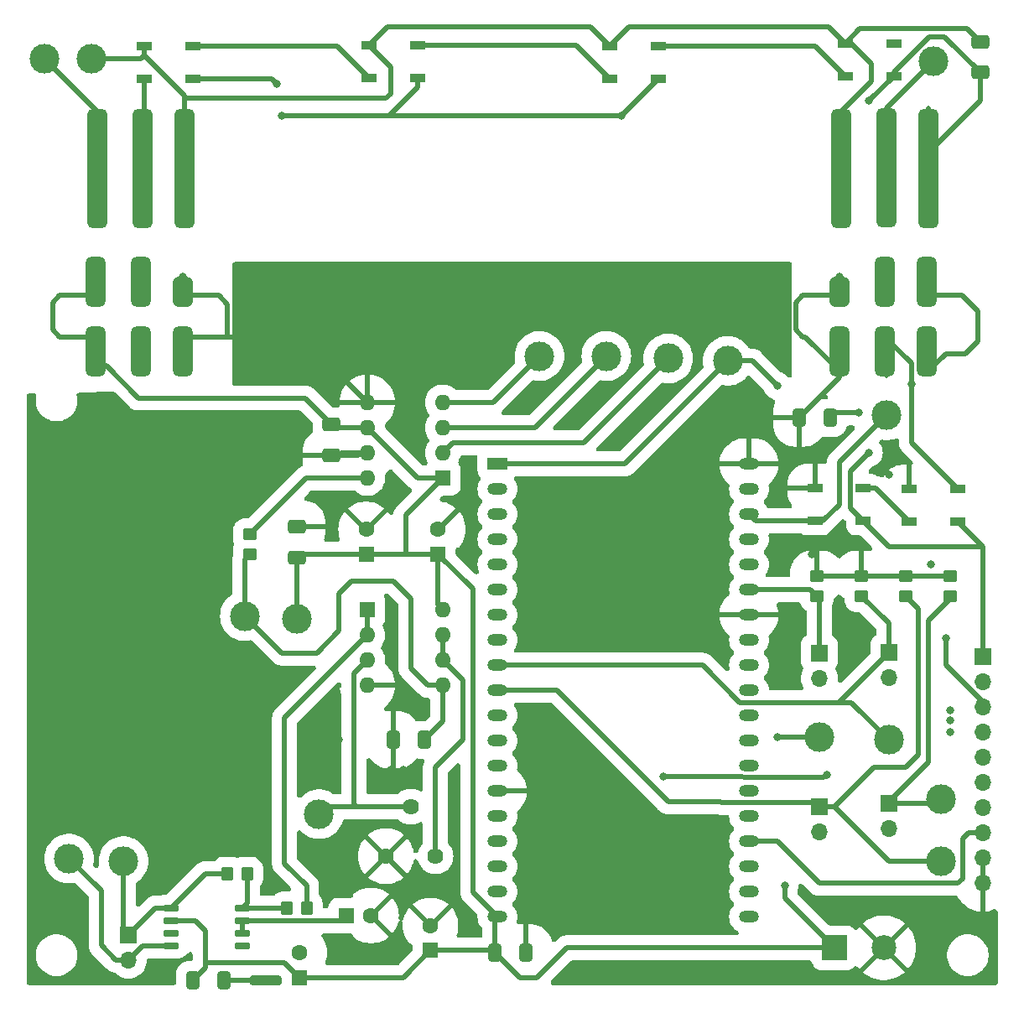
<source format=gtl>
%TF.GenerationSoftware,KiCad,Pcbnew,7.0.7*%
%TF.CreationDate,2024-04-29T13:44:55+02:00*%
%TF.ProjectId,IsItOpen,49734974-4f70-4656-9e2e-6b696361645f,rev?*%
%TF.SameCoordinates,Original*%
%TF.FileFunction,Copper,L1,Top*%
%TF.FilePolarity,Positive*%
%FSLAX46Y46*%
G04 Gerber Fmt 4.6, Leading zero omitted, Abs format (unit mm)*
G04 Created by KiCad (PCBNEW 7.0.7) date 2024-04-29 13:44:55*
%MOMM*%
%LPD*%
G01*
G04 APERTURE LIST*
G04 Aperture macros list*
%AMRoundRect*
0 Rectangle with rounded corners*
0 $1 Rounding radius*
0 $2 $3 $4 $5 $6 $7 $8 $9 X,Y pos of 4 corners*
0 Add a 4 corners polygon primitive as box body*
4,1,4,$2,$3,$4,$5,$6,$7,$8,$9,$2,$3,0*
0 Add four circle primitives for the rounded corners*
1,1,$1+$1,$2,$3*
1,1,$1+$1,$4,$5*
1,1,$1+$1,$6,$7*
1,1,$1+$1,$8,$9*
0 Add four rect primitives between the rounded corners*
20,1,$1+$1,$2,$3,$4,$5,0*
20,1,$1+$1,$4,$5,$6,$7,0*
20,1,$1+$1,$6,$7,$8,$9,0*
20,1,$1+$1,$8,$9,$2,$3,0*%
G04 Aperture macros list end*
%TA.AperFunction,SMDPad,CuDef*%
%ADD10RoundRect,0.500000X-0.500000X-5.500000X0.500000X-5.500000X0.500000X5.500000X-0.500000X5.500000X0*%
%TD*%
%TA.AperFunction,SMDPad,CuDef*%
%ADD11RoundRect,0.500000X-0.500000X-2.000000X0.500000X-2.000000X0.500000X2.000000X-0.500000X2.000000X0*%
%TD*%
%TA.AperFunction,SMDPad,CuDef*%
%ADD12RoundRect,0.500000X-0.500000X-1.000000X0.500000X-1.000000X0.500000X1.000000X-0.500000X1.000000X0*%
%TD*%
%TA.AperFunction,ComponentPad*%
%ADD13R,1.600000X1.600000*%
%TD*%
%TA.AperFunction,ComponentPad*%
%ADD14C,1.600000*%
%TD*%
%TA.AperFunction,SMDPad,CuDef*%
%ADD15RoundRect,0.250000X0.650000X-0.412500X0.650000X0.412500X-0.650000X0.412500X-0.650000X-0.412500X0*%
%TD*%
%TA.AperFunction,SMDPad,CuDef*%
%ADD16RoundRect,0.250000X0.350000X0.450000X-0.350000X0.450000X-0.350000X-0.450000X0.350000X-0.450000X0*%
%TD*%
%TA.AperFunction,SMDPad,CuDef*%
%ADD17C,3.000000*%
%TD*%
%TA.AperFunction,SMDPad,CuDef*%
%ADD18R,1.500000X0.900000*%
%TD*%
%TA.AperFunction,SMDPad,CuDef*%
%ADD19RoundRect,0.250000X0.412500X0.650000X-0.412500X0.650000X-0.412500X-0.650000X0.412500X-0.650000X0*%
%TD*%
%TA.AperFunction,ComponentPad*%
%ADD20R,1.700000X1.700000*%
%TD*%
%TA.AperFunction,ComponentPad*%
%ADD21O,1.700000X1.700000*%
%TD*%
%TA.AperFunction,ComponentPad*%
%ADD22O,1.600000X1.600000*%
%TD*%
%TA.AperFunction,SMDPad,CuDef*%
%ADD23RoundRect,0.250000X-0.650000X0.412500X-0.650000X-0.412500X0.650000X-0.412500X0.650000X0.412500X0*%
%TD*%
%TA.AperFunction,SMDPad,CuDef*%
%ADD24RoundRect,0.250000X-0.450000X0.350000X-0.450000X-0.350000X0.450000X-0.350000X0.450000X0.350000X0*%
%TD*%
%TA.AperFunction,SMDPad,CuDef*%
%ADD25RoundRect,0.250000X-0.412500X-0.650000X0.412500X-0.650000X0.412500X0.650000X-0.412500X0.650000X0*%
%TD*%
%TA.AperFunction,ComponentPad*%
%ADD26C,1.620000*%
%TD*%
%TA.AperFunction,ComponentPad*%
%ADD27R,2.000000X1.200000*%
%TD*%
%TA.AperFunction,ComponentPad*%
%ADD28O,2.000000X1.200000*%
%TD*%
%TA.AperFunction,SMDPad,CuDef*%
%ADD29RoundRect,0.150000X0.650000X0.150000X-0.650000X0.150000X-0.650000X-0.150000X0.650000X-0.150000X0*%
%TD*%
%TA.AperFunction,ComponentPad*%
%ADD30R,2.500000X2.500000*%
%TD*%
%TA.AperFunction,ComponentPad*%
%ADD31C,2.500000*%
%TD*%
%TA.AperFunction,ViaPad*%
%ADD32C,0.800000*%
%TD*%
%TA.AperFunction,Conductor*%
%ADD33C,0.500000*%
%TD*%
G04 APERTURE END LIST*
D10*
%TO.P,J3,6,Pin_6*%
%TO.N,Net-(D3-VDD)*%
X192000000Y-55550000D03*
%TO.P,J3,5,Pin_5*%
%TO.N,Net-(D3-DIN)*%
X187800000Y-55450000D03*
%TO.P,J3,4,Pin_4*%
%TO.N,Net-(D3-VSS)*%
X183200000Y-55550000D03*
%TO.P,J3,2,Pin_2*%
%TO.N,Net-(D3-DIN)*%
X116900000Y-55550000D03*
X112700000Y-55550000D03*
%TO.P,J3,1,Pin_1*%
%TO.N,Net-(D3-VDD)*%
X108100000Y-55550000D03*
%TD*%
D11*
%TO.P,Je,5,Pin_5*%
%TO.N,Net-(D2-DOUT)*%
X187650000Y-67000000D03*
D12*
%TO.P,Je,4,Pin_4*%
%TO.N,GND*%
X183050000Y-68000000D03*
%TO.P,Je,3,Pin_3*%
X116750000Y-68000000D03*
D11*
%TO.P,Je,6,Pin_6*%
%TO.N,+5V*%
X191850000Y-67000000D03*
%TO.P,Je,2,Pin_2*%
%TO.N,Net-(D2-DOUT)*%
X112550000Y-67000000D03*
%TO.P,Je,1,Pin_1*%
%TO.N,+5V*%
X107950000Y-67000000D03*
%TO.P,Je,6,Pin_6*%
X191850000Y-74000000D03*
%TO.P,Je,5,Pin_5*%
%TO.N,Net-(D2-DOUT)*%
X187650000Y-74000000D03*
%TO.P,Je,4,Pin_4*%
%TO.N,GND*%
X183050000Y-74000000D03*
%TO.P,Je,1,Pin_1*%
%TO.N,+5V*%
X107950000Y-74000000D03*
%TO.P,Je,2,Pin_2*%
%TO.N,Net-(D2-DOUT)*%
X112550000Y-74000000D03*
%TO.P,Je,3,Pin_3*%
%TO.N,GND*%
X116750000Y-74000000D03*
%TD*%
D13*
%TO.P,C3,1*%
%TO.N,+5V*%
X128500000Y-137250000D03*
D14*
%TO.P,C3,2*%
%TO.N,GND*%
X128500000Y-134750000D03*
%TD*%
D15*
%TO.P,C7,1*%
%TO.N,+5V*%
X128250000Y-94875000D03*
%TO.P,C7,2*%
%TO.N,GND*%
X128250000Y-91750000D03*
%TD*%
D16*
%TO.P,R2,1*%
%TO.N,Net-(U3A--)*%
X129250000Y-130250000D03*
%TO.P,R2,2*%
%TO.N,Net-(U4--IN)*%
X127250000Y-130250000D03*
%TD*%
D13*
%TO.P,C8,1*%
%TO.N,+5V*%
X142500000Y-94500000D03*
D14*
%TO.P,C8,2*%
%TO.N,GND*%
X142500000Y-92000000D03*
%TD*%
D17*
%TO.P,TP2,1,1*%
%TO.N,Net-(U1-GPIO21)*%
X181000000Y-113000000D03*
%TD*%
D15*
%TO.P,C12,1*%
%TO.N,Net-(D3-VDD)*%
X197250000Y-45875000D03*
%TO.P,C12,2*%
%TO.N,Net-(D3-VSS)*%
X197250000Y-42750000D03*
%TD*%
D18*
%TO.P,D4,1,VDD*%
%TO.N,Net-(D3-VDD)*%
X140450000Y-46400000D03*
%TO.P,D4,2,DOUT*%
%TO.N,Net-(D4-DOUT)*%
X140450000Y-43100000D03*
%TO.P,D4,3,VSS*%
%TO.N,Net-(D3-VSS)*%
X135550000Y-43100000D03*
%TO.P,D4,4,DIN*%
%TO.N,Net-(D3-DOUT)*%
X135550000Y-46400000D03*
%TD*%
D17*
%TO.P,TP8,1,1*%
%TO.N,/SPI_CS*%
X165750000Y-74750000D03*
%TD*%
D19*
%TO.P,C4,1*%
%TO.N,Net-(U3B-+)*%
X141125000Y-113250000D03*
%TO.P,C4,2*%
%TO.N,GND*%
X138000000Y-113250000D03*
%TD*%
D17*
%TO.P,TP16,1,1*%
%TO.N,Net-(D3-DIN)*%
X192500000Y-44750000D03*
%TD*%
%TO.P,TP1,1,1*%
%TO.N,/WS2812*%
X187750000Y-80500000D03*
%TD*%
D13*
%TO.P,C1,1*%
%TO.N,Net-(U4-+IN)*%
X133250000Y-131000000D03*
D14*
%TO.P,C1,2*%
%TO.N,GND*%
X135750000Y-131000000D03*
%TD*%
D20*
%TO.P,J1,1,Pin_1*%
%TO.N,+5V*%
X197500000Y-104890000D03*
D21*
%TO.P,J1,2,Pin_2*%
X197500000Y-107430000D03*
%TO.P,J1,3,Pin_3*%
%TO.N,+3V3*%
X197500000Y-109970000D03*
%TO.P,J1,4,Pin_4*%
X197500000Y-112510000D03*
%TO.P,J1,5,Pin_5*%
%TO.N,Net-(J1-Pin_5)*%
X197500000Y-115050000D03*
%TO.P,J1,6,Pin_6*%
%TO.N,Net-(J1-Pin_6)*%
X197500000Y-117590000D03*
%TO.P,J1,7,Pin_7*%
%TO.N,Net-(J1-Pin_7)*%
X197500000Y-120130000D03*
%TO.P,J1,8,Pin_8*%
%TO.N,Net-(J1-Pin_8)*%
X197500000Y-122670000D03*
%TO.P,J1,9,Pin_9*%
%TO.N,GND*%
X197500000Y-125210000D03*
%TO.P,J1,10,Pin_10*%
X197500000Y-127750000D03*
%TD*%
D17*
%TO.P,TP9,1,1*%
%TO.N,Net-(U3B-+)*%
X123000000Y-100750000D03*
%TD*%
%TO.P,TP4,1,1*%
%TO.N,Net-(U1-DAC_2{slash}ADC2_CH9{slash}GPIO26)*%
X193250000Y-125500000D03*
%TD*%
D13*
%TO.P,U3,1*%
%TO.N,Net-(U3A--)*%
X135380000Y-100130000D03*
D22*
%TO.P,U3,2,-*%
X135380000Y-102670000D03*
%TO.P,U3,3,+*%
%TO.N,Net-(U3A-+)*%
X135380000Y-105210000D03*
%TO.P,U3,4,V-*%
%TO.N,GND*%
X135380000Y-107750000D03*
%TO.P,U3,5,+*%
%TO.N,Net-(U3B-+)*%
X143000000Y-107750000D03*
%TO.P,U3,6,-*%
%TO.N,Net-(U3B--)*%
X143000000Y-105210000D03*
%TO.P,U3,7*%
X143000000Y-102670000D03*
%TO.P,U3,8,V+*%
%TO.N,+5V*%
X143000000Y-100130000D03*
%TD*%
D23*
%TO.P,C5,1*%
%TO.N,+5V*%
X131750000Y-81375000D03*
%TO.P,C5,2*%
%TO.N,GND*%
X131750000Y-84500000D03*
%TD*%
D20*
%TO.P,SW2,1,1*%
%TO.N,Net-(U1-DAC_1{slash}ADC2_CH8{slash}GPIO25)*%
X188000000Y-104460000D03*
D21*
%TO.P,SW2,2,2*%
%TO.N,+5V*%
X188000000Y-107000000D03*
%TD*%
D24*
%TO.P,R3,1*%
%TO.N,Net-(U2-Vout)*%
X123500000Y-92500000D03*
%TO.P,R3,2*%
%TO.N,Net-(U3B-+)*%
X123500000Y-94500000D03*
%TD*%
D18*
%TO.P,D1,1,VDD*%
%TO.N,+5V*%
X185450000Y-91150000D03*
%TO.P,D1,2,DOUT*%
%TO.N,Net-(D1-DOUT)*%
X185450000Y-87850000D03*
%TO.P,D1,3,VSS*%
%TO.N,GND*%
X180550000Y-87850000D03*
%TO.P,D1,4,DIN*%
%TO.N,/WS2812*%
X180550000Y-91150000D03*
%TD*%
D24*
%TO.P,R6,1*%
%TO.N,GND*%
X189750000Y-96750000D03*
%TO.P,R6,2*%
%TO.N,Net-(U1-DAC_2{slash}ADC2_CH9{slash}GPIO26)*%
X189750000Y-98750000D03*
%TD*%
%TO.P,R4,1*%
%TO.N,GND*%
X180750000Y-96750000D03*
%TO.P,R4,2*%
%TO.N,Net-(U1-GPIO21)*%
X180750000Y-98750000D03*
%TD*%
D18*
%TO.P,D6,1,VDD*%
%TO.N,Net-(D3-VDD)*%
X188500000Y-46250000D03*
%TO.P,D6,2,DOUT*%
%TO.N,unconnected-(D6-DOUT-Pad2)*%
X188500000Y-42950000D03*
%TO.P,D6,3,VSS*%
%TO.N,Net-(D3-VSS)*%
X183600000Y-42950000D03*
%TO.P,D6,4,DIN*%
%TO.N,Net-(D5-DOUT)*%
X183600000Y-46250000D03*
%TD*%
D17*
%TO.P,TP13,1,1*%
%TO.N,+5V*%
X128250000Y-101000000D03*
%TD*%
D18*
%TO.P,D5,1,VDD*%
%TO.N,Net-(D3-VDD)*%
X164750000Y-46500000D03*
%TO.P,D5,2,DOUT*%
%TO.N,Net-(D5-DOUT)*%
X164750000Y-43200000D03*
%TO.P,D5,3,VSS*%
%TO.N,Net-(D3-VSS)*%
X159850000Y-43200000D03*
%TO.P,D5,4,DIN*%
%TO.N,Net-(D4-DOUT)*%
X159850000Y-46500000D03*
%TD*%
D20*
%TO.P,LS1,1,1*%
%TO.N,Net-(U4-V01)*%
X111250000Y-132960000D03*
D21*
%TO.P,LS1,2,2*%
%TO.N,Net-(U4-V02)*%
X111250000Y-135500000D03*
%TD*%
D20*
%TO.P,SW3,1,1*%
%TO.N,Net-(U1-DAC_2{slash}ADC2_CH9{slash}GPIO26)*%
X181000000Y-119975000D03*
D21*
%TO.P,SW3,2,2*%
%TO.N,+5V*%
X181000000Y-122515000D03*
%TD*%
D18*
%TO.P,D3,1,VDD*%
%TO.N,Net-(D3-VDD)*%
X117750000Y-46500000D03*
%TO.P,D3,2,DOUT*%
%TO.N,Net-(D3-DOUT)*%
X117750000Y-43200000D03*
%TO.P,D3,3,VSS*%
%TO.N,Net-(D3-VSS)*%
X112850000Y-43200000D03*
%TO.P,D3,4,DIN*%
%TO.N,Net-(D3-DIN)*%
X112850000Y-46500000D03*
%TD*%
D17*
%TO.P,TP11,1,1*%
%TO.N,Net-(U4-V01)*%
X110750000Y-125500000D03*
%TD*%
D25*
%TO.P,C2,1*%
%TO.N,+5V*%
X117750000Y-137500000D03*
%TO.P,C2,2*%
%TO.N,GND*%
X120875000Y-137500000D03*
%TD*%
D17*
%TO.P,TP10,1,1*%
%TO.N,Net-(U3A-+)*%
X130500000Y-120750000D03*
%TD*%
%TO.P,TP7,1,1*%
%TO.N,/SPI_CLK*%
X159500000Y-74500000D03*
%TD*%
%TO.P,TP14,1,1*%
%TO.N,+3V3*%
X171750000Y-75000000D03*
%TD*%
%TO.P,TP6,1,1*%
%TO.N,/SPI_MOSI*%
X152750000Y-74500000D03*
%TD*%
D26*
%TO.P,RV1,1,1*%
%TO.N,Net-(U3B--)*%
X142250000Y-125000000D03*
%TO.P,RV1,2,2*%
%TO.N,Net-(U3A-+)*%
X139750000Y-120000000D03*
%TO.P,RV1,3,3*%
%TO.N,GND*%
X137250000Y-125000000D03*
%TD*%
D17*
%TO.P,TP15,1,1*%
%TO.N,Net-(D3-VDD)*%
X102750000Y-44500000D03*
%TD*%
%TO.P,TP3,1,1*%
%TO.N,Net-(U1-DAC_1{slash}ADC2_CH8{slash}GPIO25)*%
X188000000Y-113250000D03*
%TD*%
D20*
%TO.P,SW4,1,1*%
%TO.N,Net-(U1-ADC2_CH7{slash}GPIO27)*%
X188000000Y-119710000D03*
D21*
%TO.P,SW4,2,2*%
%TO.N,+5V*%
X188000000Y-122250000D03*
%TD*%
D27*
%TO.P,U1,1,3V3*%
%TO.N,+3V3*%
X148500000Y-85400000D03*
D28*
%TO.P,U1,2,CHIP_PU*%
%TO.N,unconnected-(U1-CHIP_PU-Pad2)*%
X148500000Y-87940000D03*
%TO.P,U1,3,SENSOR_VP/GPIO36/ADC1_CH0*%
%TO.N,unconnected-(U1-SENSOR_VP{slash}GPIO36{slash}ADC1_CH0-Pad3)*%
X148500000Y-90480000D03*
%TO.P,U1,4,SENSOR_VN/GPIO39/ADC1_CH3*%
%TO.N,unconnected-(U1-SENSOR_VN{slash}GPIO39{slash}ADC1_CH3-Pad4)*%
X148500000Y-93020000D03*
%TO.P,U1,5,VDET_1/GPIO34/ADC1_CH6*%
%TO.N,unconnected-(U1-VDET_1{slash}GPIO34{slash}ADC1_CH6-Pad5)*%
X148500000Y-95560000D03*
%TO.P,U1,6,VDET_2/GPIO35/ADC1_CH7*%
%TO.N,unconnected-(U1-VDET_2{slash}GPIO35{slash}ADC1_CH7-Pad6)*%
X148500000Y-98100000D03*
%TO.P,U1,7,32K_XP/GPIO32/ADC1_CH4*%
%TO.N,unconnected-(U1-32K_XP{slash}GPIO32{slash}ADC1_CH4-Pad7)*%
X148500000Y-100640000D03*
%TO.P,U1,8,32K_XN/GPIO33/ADC1_CH5*%
%TO.N,unconnected-(U1-32K_XN{slash}GPIO33{slash}ADC1_CH5-Pad8)*%
X148500000Y-103180000D03*
%TO.P,U1,9,DAC_1/ADC2_CH8/GPIO25*%
%TO.N,Net-(U1-DAC_1{slash}ADC2_CH8{slash}GPIO25)*%
X148500000Y-105720000D03*
%TO.P,U1,10,DAC_2/ADC2_CH9/GPIO26*%
%TO.N,Net-(U1-DAC_2{slash}ADC2_CH9{slash}GPIO26)*%
X148500000Y-108260000D03*
%TO.P,U1,11,ADC2_CH7/GPIO27*%
%TO.N,Net-(U1-ADC2_CH7{slash}GPIO27)*%
X148500000Y-110800000D03*
%TO.P,U1,12,MTMS/GPIO14/ADC2_CH6*%
%TO.N,Net-(J1-Pin_5)*%
X148500000Y-113340000D03*
%TO.P,U1,13,MTDI/GPIO12/ADC2_CH5*%
%TO.N,Net-(J1-Pin_6)*%
X148500000Y-115880000D03*
%TO.P,U1,14,GND*%
%TO.N,GND*%
X148500000Y-118420000D03*
%TO.P,U1,15,MTCK/GPIO13/ADC2_CH4*%
%TO.N,Net-(J1-Pin_7)*%
X148500000Y-120960000D03*
%TO.P,U1,16,SD_DATA2/GPIO9*%
%TO.N,unconnected-(U1-SD_DATA2{slash}GPIO9-Pad16)*%
X148500000Y-123500000D03*
%TO.P,U1,17,SD_DATA3/GPIO10*%
%TO.N,unconnected-(U1-SD_DATA3{slash}GPIO10-Pad17)*%
X148500000Y-126040000D03*
%TO.P,U1,18,CMD*%
%TO.N,unconnected-(U1-CMD-Pad18)*%
X148500000Y-128580000D03*
%TO.P,U1,19,5V*%
%TO.N,+5V*%
X148500000Y-131120000D03*
%TO.P,U1,20,SD_CLK/GPIO6*%
%TO.N,unconnected-(U1-SD_CLK{slash}GPIO6-Pad20)*%
X173896320Y-131117280D03*
%TO.P,U1,21,SD_DATA0/GPIO7*%
%TO.N,unconnected-(U1-SD_DATA0{slash}GPIO7-Pad21)*%
X173896320Y-128577280D03*
%TO.P,U1,22,SD_DATA1/GPIO8*%
%TO.N,unconnected-(U1-SD_DATA1{slash}GPIO8-Pad22)*%
X173900000Y-126040000D03*
%TO.P,U1,23,MTDO/GPIO15/ADC2_CH3*%
%TO.N,Net-(J1-Pin_8)*%
X173900000Y-123500000D03*
%TO.P,U1,24,ADC2_CH2/GPIO2*%
%TO.N,unconnected-(U1-ADC2_CH2{slash}GPIO2-Pad24)*%
X173900000Y-120960000D03*
%TO.P,U1,25,GPIO0/BOOT/ADC2_CH1*%
%TO.N,unconnected-(U1-GPIO0{slash}BOOT{slash}ADC2_CH1-Pad25)*%
X173900000Y-118420000D03*
%TO.P,U1,26,ADC2_CH0/GPIO4*%
%TO.N,unconnected-(U1-ADC2_CH0{slash}GPIO4-Pad26)*%
X173900000Y-115880000D03*
%TO.P,U1,27,GPIO16*%
%TO.N,unconnected-(U1-GPIO16-Pad27)*%
X173900000Y-113340000D03*
%TO.P,U1,28,GPIO17*%
%TO.N,unconnected-(U1-GPIO17-Pad28)*%
X173900000Y-110800000D03*
%TO.P,U1,29,GPIO5*%
%TO.N,/SPI_CS*%
X173900000Y-108260000D03*
%TO.P,U1,30,GPIO18*%
%TO.N,/SPI_CLK*%
X173900000Y-105720000D03*
%TO.P,U1,31,GPIO19*%
%TO.N,/SPI_MISO*%
X173900000Y-103180000D03*
%TO.P,U1,32,GND*%
%TO.N,GND*%
X173900000Y-100640000D03*
%TO.P,U1,33,GPIO21*%
%TO.N,Net-(U1-GPIO21)*%
X173900000Y-98100000D03*
%TO.P,U1,34,U0RXD/GPIO3*%
%TO.N,unconnected-(U1-U0RXD{slash}GPIO3-Pad34)*%
X173900000Y-95560000D03*
%TO.P,U1,35,U0TXD/GPIO1*%
%TO.N,unconnected-(U1-U0TXD{slash}GPIO1-Pad35)*%
X173900000Y-93020000D03*
%TO.P,U1,36,GPIO22*%
%TO.N,/WS2812*%
X173900000Y-90480000D03*
%TO.P,U1,37,GPIO23*%
%TO.N,/SPI_MOSI*%
X173900000Y-87940000D03*
%TO.P,U1,38,GND*%
%TO.N,GND*%
X173900000Y-85400000D03*
%TD*%
D29*
%TO.P,U4,1,SHUTDOWN*%
%TO.N,GND*%
X122750000Y-134040000D03*
%TO.P,U4,2,BYPASS*%
%TO.N,Net-(U4-+IN)*%
X122750000Y-132770000D03*
%TO.P,U4,3,+IN*%
X122750000Y-131500000D03*
%TO.P,U4,4,-IN*%
%TO.N,Net-(U4--IN)*%
X122750000Y-130230000D03*
%TO.P,U4,5,V01*%
%TO.N,Net-(U4-V01)*%
X115550000Y-130230000D03*
%TO.P,U4,6,VDD*%
%TO.N,+5V*%
X115550000Y-131500000D03*
%TO.P,U4,7,GND*%
%TO.N,GND*%
X115550000Y-132770000D03*
%TO.P,U4,8,V02*%
%TO.N,Net-(U4-V02)*%
X115550000Y-134040000D03*
%TD*%
D17*
%TO.P,TP12,1,1*%
%TO.N,Net-(U4-V02)*%
X105250000Y-125250000D03*
%TD*%
D16*
%TO.P,R1,1*%
%TO.N,Net-(U4--IN)*%
X123250000Y-126750000D03*
%TO.P,R1,2*%
%TO.N,Net-(U4-V01)*%
X121250000Y-126750000D03*
%TD*%
D20*
%TO.P,SW1,1,1*%
%TO.N,Net-(U1-GPIO21)*%
X181000000Y-104475000D03*
D21*
%TO.P,SW1,2,2*%
%TO.N,+5V*%
X181000000Y-107015000D03*
%TD*%
D13*
%TO.P,U2,1,Vdd*%
%TO.N,+5V*%
X143000000Y-86800000D03*
D22*
%TO.P,U2,2,~{CS}*%
%TO.N,/SPI_CS*%
X143000000Y-84260000D03*
%TO.P,U2,3,SCK*%
%TO.N,/SPI_CLK*%
X143000000Y-81720000D03*
%TO.P,U2,4,SDI*%
%TO.N,/SPI_MOSI*%
X143000000Y-79180000D03*
%TO.P,U2,5,~{LDAC}*%
%TO.N,GND*%
X135380000Y-79180000D03*
%TO.P,U2,6,~{SHDN}*%
%TO.N,+5V*%
X135380000Y-81720000D03*
%TO.P,U2,7,Vss*%
%TO.N,GND*%
X135380000Y-84260000D03*
%TO.P,U2,8,Vout*%
%TO.N,Net-(U2-Vout)*%
X135380000Y-86800000D03*
%TD*%
D25*
%TO.P,C9,1*%
%TO.N,+5V*%
X148250000Y-134750000D03*
%TO.P,C9,2*%
%TO.N,GND*%
X151375000Y-134750000D03*
%TD*%
D24*
%TO.P,R5,1*%
%TO.N,GND*%
X185250000Y-96750000D03*
%TO.P,R5,2*%
%TO.N,Net-(U1-DAC_1{slash}ADC2_CH8{slash}GPIO25)*%
X185250000Y-98750000D03*
%TD*%
D13*
%TO.P,C6,1*%
%TO.N,+5V*%
X135250000Y-94500000D03*
D14*
%TO.P,C6,2*%
%TO.N,GND*%
X135250000Y-92000000D03*
%TD*%
D17*
%TO.P,TP5,1,1*%
%TO.N,Net-(U1-ADC2_CH7{slash}GPIO27)*%
X193250000Y-119250000D03*
%TD*%
%TO.P,TP17,1,1*%
%TO.N,Net-(D3-VSS)*%
X107500000Y-44500000D03*
%TD*%
D24*
%TO.P,R7,1*%
%TO.N,GND*%
X194250000Y-96750000D03*
%TO.P,R7,2*%
%TO.N,Net-(U1-ADC2_CH7{slash}GPIO27)*%
X194250000Y-98750000D03*
%TD*%
D18*
%TO.P,D2,1,VDD*%
%TO.N,+5V*%
X195000000Y-91250000D03*
%TO.P,D2,2,DOUT*%
%TO.N,Net-(D2-DOUT)*%
X195000000Y-87950000D03*
%TO.P,D2,3,VSS*%
%TO.N,GND*%
X190100000Y-87950000D03*
%TO.P,D2,4,DIN*%
%TO.N,Net-(D1-DOUT)*%
X190100000Y-91250000D03*
%TD*%
D13*
%TO.P,C10,1*%
%TO.N,+5V*%
X141750000Y-134500000D03*
D14*
%TO.P,C10,2*%
%TO.N,GND*%
X141750000Y-132000000D03*
%TD*%
D19*
%TO.P,C11,1*%
%TO.N,+5V*%
X182125000Y-80750000D03*
%TO.P,C11,2*%
%TO.N,GND*%
X179000000Y-80750000D03*
%TD*%
D30*
%TO.P,J4,1,Pin_1*%
%TO.N,+5V*%
X182500000Y-134250000D03*
D31*
%TO.P,J4,2,Pin_2*%
%TO.N,GND*%
X187500000Y-134250000D03*
%TD*%
D32*
%TO.N,*%
X194250000Y-112500000D03*
X194250000Y-110250000D03*
X194250000Y-111250000D03*
%TO.N,GND*%
X137750000Y-116250000D03*
X188000000Y-86500000D03*
X139000000Y-116250000D03*
X184250000Y-102500000D03*
X133750000Y-69250000D03*
X141250000Y-69250000D03*
X183000000Y-76000000D03*
X173500000Y-81500000D03*
X188500000Y-85000000D03*
X167250000Y-69500000D03*
X116750000Y-76000000D03*
X102500000Y-115750000D03*
X179000000Y-100750000D03*
X163750000Y-124250000D03*
X104500000Y-91750000D03*
X164250000Y-128000000D03*
X131250000Y-113500000D03*
X166500000Y-128250000D03*
X102500000Y-113750000D03*
X102500000Y-114750000D03*
X162750000Y-69500000D03*
X183000000Y-66500000D03*
X192000000Y-135750000D03*
X132500000Y-113250000D03*
X176750000Y-102250000D03*
X126750000Y-69500000D03*
X104250000Y-93250000D03*
X116750000Y-66500000D03*
X118500000Y-123500000D03*
X178250000Y-94500000D03*
X172250000Y-81500000D03*
X177750000Y-101500000D03*
X162000000Y-124250000D03*
X129750000Y-113500000D03*
X121250000Y-84750000D03*
X161750000Y-101000000D03*
X187500000Y-85500000D03*
X191750000Y-134250000D03*
X180250000Y-94500000D03*
X104500000Y-90500000D03*
X119750000Y-123500000D03*
X192250000Y-95500000D03*
X160500000Y-100750000D03*
X158750000Y-100750000D03*
X117000000Y-123750000D03*
%TO.N,+5V*%
X186000000Y-84250000D03*
X191750000Y-65500000D03*
X192000000Y-76000000D03*
X177500000Y-128000000D03*
X107750000Y-65000000D03*
X185000000Y-80250000D03*
X108000000Y-76000000D03*
%TO.N,Net-(D3-VDD)*%
X126250000Y-47000000D03*
X126750000Y-50250000D03*
X108250000Y-50250000D03*
X161000000Y-50250000D03*
X186000000Y-48750000D03*
X192000000Y-50250000D03*
%TO.N,Net-(D3-VSS)*%
X183250000Y-50500000D03*
X117000000Y-50250000D03*
%TO.N,Net-(D2-DOUT)*%
X190299999Y-77299999D03*
X187750000Y-76000000D03*
X112500000Y-65250000D03*
X112500000Y-76000000D03*
X187750000Y-65750000D03*
%TO.N,Net-(D3-DIN)*%
X187750000Y-50500000D03*
X113000000Y-50250000D03*
%TO.N,+3V3*%
X193750000Y-103000000D03*
X176750000Y-77500000D03*
%TO.N,Net-(U1-GPIO21)*%
X176750000Y-113000000D03*
%TO.N,Net-(U1-ADC2_CH7{slash}GPIO27)*%
X165250000Y-117000000D03*
X181750000Y-116750000D03*
%TD*%
D33*
%TO.N,Net-(U4-+IN)*%
X122750000Y-131500000D02*
X122750000Y-132770000D01*
X132750000Y-131500000D02*
X133250000Y-131000000D01*
X122750000Y-131500000D02*
X132750000Y-131500000D01*
%TO.N,GND*%
X197500000Y-125210000D02*
X197500000Y-127750000D01*
X183000000Y-76250000D02*
X183000000Y-76000000D01*
X128800000Y-72600000D02*
X135380000Y-79180000D01*
X179332233Y-68400000D02*
X178600000Y-69132233D01*
X116750000Y-72600000D02*
X121250000Y-72600000D01*
X178600000Y-71867767D02*
X179332233Y-72600000D01*
X121250000Y-72600000D02*
X128800000Y-72600000D01*
X183050000Y-75300000D02*
X183050000Y-72600000D01*
X183250000Y-76000000D02*
X183500000Y-75750000D01*
X183050000Y-76700000D02*
X183050000Y-76200000D01*
X183000000Y-76000000D02*
X179600000Y-72600000D01*
X183000000Y-68350000D02*
X183050000Y-68400000D01*
X178600000Y-69132233D02*
X178600000Y-71867767D01*
X183000000Y-76000000D02*
X183250000Y-76000000D01*
X183050000Y-68400000D02*
X179332233Y-68400000D01*
X116750000Y-68400000D02*
X116750000Y-66500000D01*
X120367767Y-68400000D02*
X121250000Y-69282233D01*
X179000000Y-80750000D02*
X183050000Y-76700000D01*
X116750000Y-68400000D02*
X120367767Y-68400000D01*
X179600000Y-72600000D02*
X179332233Y-72600000D01*
X121250000Y-69282233D02*
X121250000Y-72600000D01*
X183050000Y-76200000D02*
X183000000Y-76250000D01*
X116750000Y-76000000D02*
X116750000Y-72600000D01*
X183500000Y-75750000D02*
X183050000Y-75300000D01*
X183000000Y-66500000D02*
X183000000Y-68350000D01*
%TO.N,+5V*%
X146000000Y-128620000D02*
X148500000Y-131120000D01*
X184150000Y-89850000D02*
X184150000Y-86100000D01*
X143000000Y-86800000D02*
X140460000Y-86800000D01*
X108250000Y-74750000D02*
X107950000Y-74450000D01*
X185450000Y-91150000D02*
X184150000Y-89850000D01*
X119000000Y-136250000D02*
X117750000Y-137500000D01*
X107950000Y-68400000D02*
X107750000Y-65000000D01*
X150750000Y-137250000D02*
X148250000Y-134750000D01*
X139250000Y-94500000D02*
X139250000Y-90550000D01*
X188050000Y-93750000D02*
X197500000Y-93750000D01*
X107950000Y-68400000D02*
X104332233Y-68400000D01*
X128625000Y-94500000D02*
X135250000Y-94500000D01*
X142500000Y-99630000D02*
X143000000Y-100130000D01*
X139250000Y-90550000D02*
X143000000Y-86800000D01*
X148000000Y-134500000D02*
X148250000Y-134750000D01*
X140460000Y-86800000D02*
X135380000Y-81720000D01*
X148250000Y-131370000D02*
X148500000Y-131120000D01*
X127000000Y-135750000D02*
X128500000Y-137250000D01*
X182500000Y-134250000D02*
X155500000Y-134250000D01*
X129125000Y-78750000D02*
X112250000Y-78750000D01*
X195750000Y-74250000D02*
X193750000Y-74250000D01*
X184150000Y-86100000D02*
X186000000Y-84250000D01*
X115550000Y-131500000D02*
X118000000Y-131500000D01*
X146000000Y-98000000D02*
X146000000Y-128620000D01*
X139250000Y-94500000D02*
X142500000Y-94500000D01*
X185450000Y-91150000D02*
X188050000Y-93750000D01*
X132095000Y-81720000D02*
X131750000Y-81375000D01*
X108000000Y-76000000D02*
X108250000Y-75500000D01*
X197500000Y-104890000D02*
X197500000Y-93750000D01*
X177500000Y-129250000D02*
X177500000Y-128000000D01*
X139000000Y-137250000D02*
X141750000Y-134500000D01*
X107950000Y-74450000D02*
X107950000Y-72600000D01*
X197000000Y-70000000D02*
X197000000Y-73000000D01*
X191850000Y-68400000D02*
X191850000Y-65250000D01*
X104332233Y-72600000D02*
X107950000Y-72600000D01*
X155500000Y-134250000D02*
X152500000Y-137250000D01*
X128250000Y-94875000D02*
X128625000Y-94500000D01*
X152500000Y-137250000D02*
X150750000Y-137250000D01*
X185000000Y-80250000D02*
X182625000Y-80250000D01*
X118000000Y-131500000D02*
X119000000Y-132500000D01*
X107950000Y-65250000D02*
X108000000Y-65250000D01*
X103600000Y-71867767D02*
X104332233Y-72600000D01*
X119000000Y-135750000D02*
X119000000Y-136250000D01*
X191850000Y-65250000D02*
X192000000Y-65000000D01*
X142500000Y-94500000D02*
X146000000Y-98000000D01*
X148250000Y-134750000D02*
X148250000Y-131370000D01*
X119000000Y-132500000D02*
X119000000Y-135750000D01*
X119000000Y-135750000D02*
X127000000Y-135750000D01*
X103600000Y-69132233D02*
X103600000Y-71867767D01*
X193750000Y-74250000D02*
X192000000Y-76000000D01*
X192000000Y-65000000D02*
X192000000Y-65250000D01*
X107750000Y-65000000D02*
X107950000Y-65250000D01*
X104332233Y-68400000D02*
X103600000Y-69132233D01*
X197500000Y-93750000D02*
X195000000Y-91250000D01*
X128500000Y-137250000D02*
X139000000Y-137250000D01*
X135380000Y-81720000D02*
X132095000Y-81720000D01*
X142500000Y-94500000D02*
X142500000Y-99630000D01*
X182625000Y-80250000D02*
X182125000Y-80750000D01*
X195400000Y-68400000D02*
X197000000Y-70000000D01*
X191850000Y-68400000D02*
X195400000Y-68400000D01*
X182125000Y-80750000D02*
X182500000Y-80750000D01*
X182500000Y-134250000D02*
X177500000Y-129250000D01*
X135250000Y-94500000D02*
X139250000Y-94500000D01*
X112250000Y-78750000D02*
X109000000Y-75500000D01*
X141750000Y-134500000D02*
X148000000Y-134500000D01*
X197000000Y-73000000D02*
X195750000Y-74250000D01*
X109000000Y-75500000D02*
X108000000Y-76000000D01*
X128250000Y-101000000D02*
X128250000Y-94875000D01*
X131750000Y-81375000D02*
X129125000Y-78750000D01*
X108250000Y-75500000D02*
X108250000Y-74750000D01*
%TO.N,Net-(U3B-+)*%
X141125000Y-113250000D02*
X143000000Y-111375000D01*
X123000000Y-95000000D02*
X123000000Y-100750000D01*
X139750000Y-99000000D02*
X139750000Y-106000000D01*
X132500000Y-98500000D02*
X133750000Y-97250000D01*
X126750000Y-104500000D02*
X130250000Y-104500000D01*
X143000000Y-111375000D02*
X143000000Y-107750000D01*
X141500000Y-107750000D02*
X143000000Y-107750000D01*
X132500000Y-102250000D02*
X132500000Y-98500000D01*
X139750000Y-106000000D02*
X141500000Y-107750000D01*
X123500000Y-94500000D02*
X123000000Y-95000000D01*
X133750000Y-97250000D02*
X138000000Y-97250000D01*
X138000000Y-97250000D02*
X139750000Y-99000000D01*
X130250000Y-104500000D02*
X132500000Y-102250000D01*
X123000000Y-100750000D02*
X126750000Y-104500000D01*
%TO.N,Net-(D3-VDD)*%
X192100862Y-42250000D02*
X188500000Y-45850862D01*
X188500000Y-46250000D02*
X186000000Y-48750000D01*
X126250000Y-47000000D02*
X125750000Y-46500000D01*
X164750000Y-46500000D02*
X161000000Y-50250000D01*
X108100000Y-57500000D02*
X108100000Y-50850000D01*
X108100000Y-50100000D02*
X108100000Y-49850000D01*
X125750000Y-46500000D02*
X117750000Y-46500000D01*
X197250000Y-45875000D02*
X197250000Y-48750000D01*
X197250000Y-45875000D02*
X193625000Y-42250000D01*
X108250000Y-50250000D02*
X108100000Y-50100000D01*
X108100000Y-50850000D02*
X108000000Y-50750000D01*
X188500000Y-45850862D02*
X188500000Y-46250000D01*
X197250000Y-48750000D02*
X192000000Y-54000000D01*
X137550000Y-50250000D02*
X140450000Y-47350000D01*
X108000000Y-50750000D02*
X108100000Y-50650000D01*
X126750000Y-50250000D02*
X137550000Y-50250000D01*
X161000000Y-50250000D02*
X137550000Y-50250000D01*
X140450000Y-47350000D02*
X140450000Y-46400000D01*
X108100000Y-49850000D02*
X102750000Y-44500000D01*
X108100000Y-50650000D02*
X108100000Y-50400000D01*
X192000000Y-50250000D02*
X192000000Y-57500000D01*
X192000000Y-54000000D02*
X192000000Y-57500000D01*
X192000000Y-49500000D02*
X192000000Y-50250000D01*
X108100000Y-50400000D02*
X108250000Y-50250000D01*
X193625000Y-42250000D02*
X192100862Y-42250000D01*
%TO.N,Net-(D3-VSS)*%
X112500000Y-44500000D02*
X112850000Y-44150000D01*
X137400000Y-41250000D02*
X157900000Y-41250000D01*
X184200000Y-42950000D02*
X183600000Y-42950000D01*
X183200000Y-50550000D02*
X183250000Y-50500000D01*
X137250000Y-48500000D02*
X116900000Y-48500000D01*
X135550000Y-43100000D02*
X137750000Y-45300000D01*
X183200000Y-50800000D02*
X183250000Y-50750000D01*
X183200000Y-57500000D02*
X183200000Y-50800000D01*
X117000000Y-50750000D02*
X116900000Y-50650000D01*
X186250000Y-45000000D02*
X184200000Y-42950000D01*
X186250000Y-46750000D02*
X186250000Y-45000000D01*
X195950000Y-41450000D02*
X185100000Y-41450000D01*
X112850000Y-44150000D02*
X112850000Y-43200000D01*
X116900000Y-48200000D02*
X112850000Y-44150000D01*
X137750000Y-48000000D02*
X137250000Y-48500000D01*
X157900000Y-41250000D02*
X159850000Y-43200000D01*
X159850000Y-43200000D02*
X161800000Y-41250000D01*
X117000000Y-50250000D02*
X116900000Y-50150000D01*
X183200000Y-50450000D02*
X183200000Y-49800000D01*
X183250000Y-50500000D02*
X183200000Y-50450000D01*
X107500000Y-44500000D02*
X112500000Y-44500000D01*
X137750000Y-45300000D02*
X137750000Y-48000000D01*
X181900000Y-41250000D02*
X183600000Y-42950000D01*
X135550000Y-43100000D02*
X137400000Y-41250000D01*
X183200000Y-50700000D02*
X183200000Y-50550000D01*
X116900000Y-50650000D02*
X116900000Y-50350000D01*
X116900000Y-57500000D02*
X116900000Y-50850000D01*
X116900000Y-50850000D02*
X117000000Y-50750000D01*
X183250000Y-50750000D02*
X183200000Y-50700000D01*
X116900000Y-50150000D02*
X116900000Y-48500000D01*
X116900000Y-50350000D02*
X117000000Y-50250000D01*
X183200000Y-49800000D02*
X186250000Y-46750000D01*
X185100000Y-41450000D02*
X183600000Y-42950000D01*
X197250000Y-42750000D02*
X195950000Y-41450000D01*
X161800000Y-41250000D02*
X181900000Y-41250000D01*
X116900000Y-48500000D02*
X116900000Y-48200000D01*
%TO.N,Net-(D1-DOUT)*%
X185450000Y-87850000D02*
X186700000Y-87850000D01*
X186700000Y-87850000D02*
X190100000Y-91250000D01*
%TO.N,/WS2812*%
X183000000Y-89500000D02*
X181350000Y-91150000D01*
X187750000Y-80500000D02*
X183000000Y-85250000D01*
X181350000Y-91150000D02*
X180550000Y-91150000D01*
X174570000Y-91150000D02*
X173900000Y-90480000D01*
X180550000Y-91150000D02*
X174570000Y-91150000D01*
X183000000Y-85250000D02*
X183000000Y-89500000D01*
%TO.N,Net-(D2-DOUT)*%
X187650000Y-72600000D02*
X187750000Y-72600000D01*
X187750000Y-65750000D02*
X187650000Y-65650000D01*
X190299999Y-77299999D02*
X190299999Y-83249999D01*
X190299999Y-77299999D02*
X190299999Y-75249999D01*
X187650000Y-68400000D02*
X187650000Y-65850000D01*
X187750000Y-65000000D02*
X187814214Y-65250000D01*
X187750000Y-76500000D02*
X187750000Y-76000000D01*
X112550000Y-65250000D02*
X112814214Y-65250000D01*
X187650000Y-65250000D02*
X187750000Y-65000000D01*
X190299999Y-83249999D02*
X195000000Y-87950000D01*
X112500000Y-65250000D02*
X112550000Y-65250000D01*
X112550000Y-68400000D02*
X112500000Y-65250000D01*
X187650000Y-65650000D02*
X187650000Y-65250000D01*
X187650000Y-65850000D02*
X187750000Y-65750000D01*
X187750000Y-72600000D02*
X187750000Y-76000000D01*
X190299999Y-75249999D02*
X187650000Y-72600000D01*
%TO.N,Net-(D3-DOUT)*%
X132350000Y-43200000D02*
X135550000Y-46400000D01*
X117750000Y-43200000D02*
X132350000Y-43200000D01*
%TO.N,Net-(D3-DIN)*%
X187750000Y-50750000D02*
X187800000Y-50800000D01*
X112850000Y-57350000D02*
X112850000Y-50850000D01*
X112850000Y-50850000D02*
X112750000Y-50750000D01*
X187800000Y-50700000D02*
X187750000Y-50750000D01*
X112850000Y-50650000D02*
X112850000Y-50400000D01*
X187800000Y-49450000D02*
X187800000Y-50700000D01*
X113000000Y-50250000D02*
X112850000Y-50100000D01*
X112750000Y-50750000D02*
X112850000Y-50650000D01*
X187800000Y-50800000D02*
X187800000Y-57500000D01*
X112850000Y-50100000D02*
X112850000Y-46500000D01*
X112850000Y-50400000D02*
X113000000Y-50250000D01*
X112700000Y-57500000D02*
X112850000Y-57350000D01*
X192500000Y-44750000D02*
X187800000Y-49450000D01*
%TO.N,Net-(D4-DOUT)*%
X156450000Y-43100000D02*
X159850000Y-46500000D01*
X140450000Y-43100000D02*
X156450000Y-43100000D01*
%TO.N,Net-(D5-DOUT)*%
X180550000Y-43200000D02*
X183600000Y-46250000D01*
X164750000Y-43200000D02*
X180550000Y-43200000D01*
%TO.N,+3V3*%
X193750000Y-105659899D02*
X193750000Y-103000000D01*
X161350000Y-85400000D02*
X171750000Y-75000000D01*
X176750000Y-77500000D02*
X174250000Y-75000000D01*
X197500000Y-109970000D02*
X198060101Y-109970000D01*
X148500000Y-85400000D02*
X161350000Y-85400000D01*
X198060101Y-109970000D02*
X193750000Y-105659899D01*
X174250000Y-75000000D02*
X171750000Y-75000000D01*
%TO.N,Net-(J1-Pin_8)*%
X176750000Y-123500000D02*
X173900000Y-123500000D01*
X195500000Y-123250000D02*
X195500000Y-127250000D01*
X181000000Y-127750000D02*
X176750000Y-123500000D01*
X195000000Y-127750000D02*
X181000000Y-127750000D01*
X195500000Y-127250000D02*
X195000000Y-127750000D01*
X197500000Y-122670000D02*
X196080000Y-122670000D01*
X196080000Y-122670000D02*
X195500000Y-123250000D01*
%TO.N,Net-(U4-V01)*%
X121250000Y-126750000D02*
X119030000Y-126750000D01*
X110750000Y-132460000D02*
X111250000Y-132960000D01*
X113980000Y-130230000D02*
X111250000Y-132960000D01*
X110750000Y-125500000D02*
X110750000Y-132460000D01*
X119030000Y-126750000D02*
X115550000Y-130230000D01*
X115550000Y-130230000D02*
X113980000Y-130230000D01*
%TO.N,Net-(U4-V02)*%
X108500000Y-128500000D02*
X108500000Y-134000000D01*
X115550000Y-134040000D02*
X112710000Y-134040000D01*
X105250000Y-125250000D02*
X108500000Y-128500000D01*
X108500000Y-134000000D02*
X110000000Y-135500000D01*
X110000000Y-135500000D02*
X111250000Y-135500000D01*
X112710000Y-134040000D02*
X111250000Y-135500000D01*
%TO.N,Net-(U4--IN)*%
X127230000Y-130230000D02*
X127250000Y-130250000D01*
X123250000Y-129730000D02*
X122750000Y-130230000D01*
X123250000Y-126750000D02*
X123250000Y-129730000D01*
X122750000Y-130230000D02*
X127230000Y-130230000D01*
%TO.N,Net-(U3A--)*%
X135380000Y-102670000D02*
X135380000Y-100130000D01*
X127000000Y-125750000D02*
X129250000Y-128000000D01*
X129250000Y-128000000D02*
X129250000Y-130250000D01*
X127000000Y-111050000D02*
X127000000Y-125750000D01*
X135380000Y-102670000D02*
X127000000Y-111050000D01*
%TO.N,Net-(U2-Vout)*%
X135380000Y-86800000D02*
X129200000Y-86800000D01*
X129200000Y-86800000D02*
X123500000Y-92500000D01*
%TO.N,Net-(U1-GPIO21)*%
X181000000Y-104475000D02*
X181000000Y-99000000D01*
X180100000Y-98100000D02*
X173900000Y-98100000D01*
X180750000Y-98750000D02*
X180100000Y-98100000D01*
X181000000Y-113000000D02*
X176750000Y-113000000D01*
X181000000Y-99000000D02*
X180750000Y-98750000D01*
%TO.N,Net-(U1-DAC_1{slash}ADC2_CH8{slash}GPIO25)*%
X173000000Y-109500000D02*
X169220000Y-105720000D01*
X188000000Y-104460000D02*
X188000000Y-101500000D01*
X169220000Y-105720000D02*
X148500000Y-105720000D01*
X188000000Y-104460000D02*
X182960000Y-109500000D01*
X182960000Y-109500000D02*
X173000000Y-109500000D01*
X182960000Y-109500000D02*
X184250000Y-109500000D01*
X188000000Y-101500000D02*
X185250000Y-98750000D01*
X184250000Y-109500000D02*
X188000000Y-113250000D01*
%TO.N,Net-(U1-DAC_2{slash}ADC2_CH9{slash}GPIO26)*%
X186500000Y-116000000D02*
X189750000Y-116000000D01*
X193250000Y-125500000D02*
X188050000Y-125500000D01*
X180595000Y-119570000D02*
X171070000Y-119570000D01*
X154500000Y-108250000D02*
X154490000Y-108260000D01*
X181000000Y-119975000D02*
X182525000Y-119975000D01*
X165730000Y-119500000D02*
X154490000Y-108260000D01*
X154490000Y-108260000D02*
X148500000Y-108260000D01*
X182525000Y-119975000D02*
X186500000Y-116000000D01*
X181000000Y-119975000D02*
X180595000Y-119570000D01*
X171070000Y-119570000D02*
X171000000Y-119500000D01*
X160740000Y-114490000D02*
X154500000Y-108250000D01*
X171000000Y-119500000D02*
X165730000Y-119500000D01*
X191000000Y-114750000D02*
X191000000Y-100000000D01*
X191000000Y-100000000D02*
X189750000Y-98750000D01*
X188050000Y-125500000D02*
X182525000Y-119975000D01*
X189750000Y-116000000D02*
X191000000Y-114750000D01*
%TO.N,Net-(U1-ADC2_CH7{slash}GPIO27)*%
X192000000Y-101250000D02*
X194250000Y-99000000D01*
X194250000Y-99000000D02*
X194250000Y-98750000D01*
X188000000Y-119500000D02*
X192000000Y-115500000D01*
X188000000Y-119710000D02*
X192790000Y-119710000D01*
X181750000Y-116750000D02*
X181470000Y-117030000D01*
X188000000Y-119710000D02*
X188000000Y-119500000D01*
X181470000Y-117030000D02*
X165250000Y-117000000D01*
X165250000Y-117000000D02*
X165280000Y-117030000D01*
X192790000Y-119710000D02*
X193250000Y-119250000D01*
X192000000Y-115500000D02*
X192000000Y-101250000D01*
%TO.N,Net-(U3B--)*%
X145000000Y-107210000D02*
X145000000Y-113250000D01*
X142250000Y-116000000D02*
X142250000Y-125000000D01*
X145000000Y-113250000D02*
X142250000Y-116000000D01*
X143000000Y-105210000D02*
X145000000Y-107210000D01*
X143000000Y-102670000D02*
X143000000Y-105210000D01*
%TO.N,Net-(U3A-+)*%
X131250000Y-120000000D02*
X130500000Y-120750000D01*
X135380000Y-105210000D02*
X134030000Y-106560000D01*
X134030000Y-119780000D02*
X134250000Y-120000000D01*
X139750000Y-120000000D02*
X134250000Y-120000000D01*
X134250000Y-120000000D02*
X131250000Y-120000000D01*
X134030000Y-106560000D02*
X134030000Y-119780000D01*
%TO.N,/SPI_MOSI*%
X143000000Y-79180000D02*
X148070000Y-79180000D01*
X148070000Y-79180000D02*
X152750000Y-74500000D01*
%TO.N,/SPI_CLK*%
X143000000Y-81720000D02*
X152280000Y-81720000D01*
X152280000Y-81720000D02*
X159500000Y-74500000D01*
%TO.N,/SPI_CS*%
X144010000Y-83250000D02*
X157250000Y-83250000D01*
X143000000Y-84260000D02*
X144010000Y-83250000D01*
X157250000Y-83250000D02*
X165750000Y-74750000D01*
%TD*%
%TA.AperFunction,Conductor*%
%TO.N,GND*%
G36*
X109860336Y-78157206D02*
G01*
X109941739Y-78210239D01*
X109943799Y-78212274D01*
X111311166Y-79579641D01*
X111320474Y-79590057D01*
X111342492Y-79617666D01*
X111366991Y-79639070D01*
X111392354Y-79661229D01*
X111398477Y-79666953D01*
X111405468Y-79673944D01*
X111405472Y-79673947D01*
X111428350Y-79693046D01*
X111437834Y-79700964D01*
X111512004Y-79765765D01*
X111512008Y-79765767D01*
X111521046Y-79772334D01*
X111520867Y-79772579D01*
X111525613Y-79775946D01*
X111525785Y-79775698D01*
X111534974Y-79782063D01*
X111534977Y-79782064D01*
X111534981Y-79782068D01*
X111620659Y-79830683D01*
X111705236Y-79881215D01*
X111705241Y-79881216D01*
X111715318Y-79886070D01*
X111715185Y-79886345D01*
X111720453Y-79888809D01*
X111720580Y-79888531D01*
X111730755Y-79893153D01*
X111823746Y-79925692D01*
X111915976Y-79960307D01*
X111926762Y-79963284D01*
X111926680Y-79963579D01*
X111932297Y-79965061D01*
X111932372Y-79964765D01*
X111943209Y-79967495D01*
X111943217Y-79967498D01*
X112040527Y-79982910D01*
X112137453Y-80000500D01*
X112137457Y-80000500D01*
X112148592Y-80001503D01*
X112148564Y-80001804D01*
X112154358Y-80002260D01*
X112154379Y-80001958D01*
X112165537Y-80002710D01*
X112165539Y-80002709D01*
X112165540Y-80002710D01*
X112264002Y-80000500D01*
X128503886Y-80000500D01*
X128599174Y-80019454D01*
X128679956Y-80073430D01*
X129776570Y-81170044D01*
X129830546Y-81250826D01*
X129849500Y-81346114D01*
X129849501Y-81851714D01*
X129859904Y-81983916D01*
X129865643Y-82006690D01*
X129870546Y-82103721D01*
X129837942Y-82195242D01*
X129772797Y-82267320D01*
X129761663Y-82275138D01*
X129732217Y-82294635D01*
X129732210Y-82294640D01*
X129505455Y-82492943D01*
X129505443Y-82492955D01*
X129307144Y-82719707D01*
X129140835Y-82970871D01*
X129140827Y-82970885D01*
X129009480Y-83241972D01*
X128915436Y-83528152D01*
X128860375Y-83824311D01*
X128860373Y-83824327D01*
X128850000Y-84001494D01*
X128850000Y-84249998D01*
X128850001Y-84250000D01*
X132539999Y-84250000D01*
X132542234Y-84247764D01*
X132558954Y-84163712D01*
X132612930Y-84082930D01*
X132693712Y-84028954D01*
X132789000Y-84010000D01*
X134726014Y-84010000D01*
X134821302Y-84028954D01*
X134902084Y-84082930D01*
X134956060Y-84163712D01*
X134975014Y-84259000D01*
X134975014Y-84261000D01*
X134956060Y-84356288D01*
X134902084Y-84437070D01*
X134821302Y-84491046D01*
X134726014Y-84510000D01*
X134690001Y-84510000D01*
X134687765Y-84512235D01*
X134671046Y-84596288D01*
X134617070Y-84677070D01*
X134536288Y-84731046D01*
X134441000Y-84750000D01*
X128850002Y-84750000D01*
X128850001Y-84750001D01*
X128850001Y-84998504D01*
X128860373Y-85175675D01*
X128860374Y-85175685D01*
X128893808Y-85355513D01*
X128892591Y-85452661D01*
X128854289Y-85541947D01*
X128784735Y-85609780D01*
X128757039Y-85625369D01*
X128670072Y-85667249D01*
X128580377Y-85707991D01*
X128570647Y-85713512D01*
X128570498Y-85713250D01*
X128565467Y-85716179D01*
X128565622Y-85716438D01*
X128556025Y-85722171D01*
X128476323Y-85780077D01*
X128395343Y-85836181D01*
X128386758Y-85843349D01*
X128386565Y-85843118D01*
X128382138Y-85846900D01*
X128382336Y-85847127D01*
X128373924Y-85854476D01*
X128305845Y-85925679D01*
X123404954Y-90826570D01*
X123324172Y-90880546D01*
X123228885Y-90899500D01*
X122985790Y-90899500D01*
X122985784Y-90899501D01*
X122897653Y-90906436D01*
X122853587Y-90909904D01*
X122635313Y-90964905D01*
X122481941Y-91034570D01*
X122430374Y-91057993D01*
X122430372Y-91057993D01*
X122430368Y-91057996D01*
X122245350Y-91186177D01*
X122086177Y-91345350D01*
X121957996Y-91530368D01*
X121864905Y-91735313D01*
X121809903Y-91953591D01*
X121809903Y-91953594D01*
X121800502Y-92073048D01*
X121799500Y-92085783D01*
X121799501Y-92914216D01*
X121806236Y-92999801D01*
X121809904Y-93046412D01*
X121864904Y-93264683D01*
X121925016Y-93397025D01*
X121947165Y-93491622D01*
X121931428Y-93587494D01*
X121925016Y-93602975D01*
X121864904Y-93735316D01*
X121809903Y-93953591D01*
X121809903Y-93953594D01*
X121799500Y-94085783D01*
X121799500Y-94085784D01*
X121799499Y-94596712D01*
X121791606Y-94654986D01*
X121791685Y-94655001D01*
X121791369Y-94656735D01*
X121790529Y-94662945D01*
X121786723Y-94676738D01*
X121786432Y-94676657D01*
X121784942Y-94682302D01*
X121785234Y-94682376D01*
X121782500Y-94693223D01*
X121767089Y-94790527D01*
X121749499Y-94887460D01*
X121748497Y-94898594D01*
X121748195Y-94898566D01*
X121747739Y-94904359D01*
X121748042Y-94904380D01*
X121747289Y-94915538D01*
X121749500Y-95014022D01*
X121749500Y-98440881D01*
X121730546Y-98536169D01*
X121676570Y-98616951D01*
X121646859Y-98642326D01*
X121402971Y-98819520D01*
X121173609Y-99034907D01*
X120973051Y-99277339D01*
X120804466Y-99542987D01*
X120670495Y-99827688D01*
X120573270Y-100126916D01*
X120573267Y-100126929D01*
X120514314Y-100435966D01*
X120514312Y-100435982D01*
X120494556Y-100750000D01*
X120514312Y-101064017D01*
X120514314Y-101064033D01*
X120573267Y-101373070D01*
X120573270Y-101373083D01*
X120670495Y-101672311D01*
X120670497Y-101672315D01*
X120804463Y-101957007D01*
X120804465Y-101957010D01*
X120804466Y-101957012D01*
X120919205Y-102137812D01*
X120973053Y-102222663D01*
X121173610Y-102465094D01*
X121402970Y-102680478D01*
X121402973Y-102680480D01*
X121402975Y-102680482D01*
X121657503Y-102865407D01*
X121657507Y-102865410D01*
X121657516Y-102865416D01*
X121933234Y-103016994D01*
X122225775Y-103132819D01*
X122530527Y-103211066D01*
X122842682Y-103250500D01*
X122842687Y-103250500D01*
X123157313Y-103250500D01*
X123157318Y-103250500D01*
X123469473Y-103211066D01*
X123509440Y-103200803D01*
X123606447Y-103195464D01*
X123698114Y-103227653D01*
X123747436Y-103265910D01*
X125811162Y-105329636D01*
X125820470Y-105340052D01*
X125842492Y-105367666D01*
X125860085Y-105383037D01*
X125892363Y-105411237D01*
X125898480Y-105416955D01*
X125905470Y-105423944D01*
X125905480Y-105423953D01*
X125937812Y-105450945D01*
X126012002Y-105515764D01*
X126021053Y-105522340D01*
X126020874Y-105522585D01*
X126025614Y-105525947D01*
X126025787Y-105525698D01*
X126034978Y-105532065D01*
X126034982Y-105532068D01*
X126120648Y-105580676D01*
X126205236Y-105631215D01*
X126215313Y-105636068D01*
X126215180Y-105636343D01*
X126220453Y-105638809D01*
X126220580Y-105638531D01*
X126230755Y-105643153D01*
X126323739Y-105675690D01*
X126354485Y-105687229D01*
X126415976Y-105710307D01*
X126415981Y-105710308D01*
X126426761Y-105713283D01*
X126426679Y-105713578D01*
X126432298Y-105715061D01*
X126432373Y-105714765D01*
X126443210Y-105717495D01*
X126443218Y-105717498D01*
X126540523Y-105732909D01*
X126637453Y-105750500D01*
X126637457Y-105750500D01*
X126648592Y-105751503D01*
X126648564Y-105751804D01*
X126654359Y-105752260D01*
X126654380Y-105751958D01*
X126665538Y-105752710D01*
X126665539Y-105752709D01*
X126665540Y-105752710D01*
X126731194Y-105751236D01*
X126764023Y-105750500D01*
X129929885Y-105750500D01*
X130025173Y-105769454D01*
X130105955Y-105823430D01*
X130159931Y-105904212D01*
X130178885Y-105999500D01*
X130159931Y-106094788D01*
X130105955Y-106175570D01*
X126170360Y-110111163D01*
X126159945Y-110120471D01*
X126132340Y-110142485D01*
X126132335Y-110142490D01*
X126088750Y-110192375D01*
X126083039Y-110198484D01*
X126076073Y-110205451D01*
X126076047Y-110205480D01*
X126049049Y-110237818D01*
X125984236Y-110312001D01*
X125977663Y-110321049D01*
X125977420Y-110320872D01*
X125974053Y-110325618D01*
X125974300Y-110325789D01*
X125967933Y-110334978D01*
X125919316Y-110420659D01*
X125868782Y-110505240D01*
X125863933Y-110515310D01*
X125863661Y-110515179D01*
X125861194Y-110520452D01*
X125861470Y-110520578D01*
X125856846Y-110530756D01*
X125845170Y-110564125D01*
X125824307Y-110623746D01*
X125814861Y-110648915D01*
X125789692Y-110715976D01*
X125786718Y-110726755D01*
X125786427Y-110726674D01*
X125784941Y-110732302D01*
X125785234Y-110732376D01*
X125782500Y-110743223D01*
X125771899Y-110810159D01*
X125767089Y-110840527D01*
X125753971Y-110912818D01*
X125749499Y-110937460D01*
X125748497Y-110948594D01*
X125748195Y-110948566D01*
X125747739Y-110954359D01*
X125748042Y-110954380D01*
X125747289Y-110965538D01*
X125749500Y-111064022D01*
X125749500Y-125672781D01*
X125748717Y-125686718D01*
X125747821Y-125694680D01*
X125744762Y-125721826D01*
X125749218Y-125787916D01*
X125749500Y-125796293D01*
X125749500Y-125806173D01*
X125753277Y-125848122D01*
X125759903Y-125946405D01*
X125761653Y-125957451D01*
X125761352Y-125957498D01*
X125762328Y-125963243D01*
X125762627Y-125963189D01*
X125764623Y-125974189D01*
X125790835Y-126069165D01*
X125814904Y-126164685D01*
X125818598Y-126175241D01*
X125818313Y-126175340D01*
X125820292Y-126180800D01*
X125820575Y-126180694D01*
X125824505Y-126191165D01*
X125824506Y-126191168D01*
X125824507Y-126191170D01*
X125853078Y-126250500D01*
X125867253Y-126279935D01*
X125907991Y-126369623D01*
X125913512Y-126379353D01*
X125913247Y-126379502D01*
X125916171Y-126384523D01*
X125916432Y-126384368D01*
X125922169Y-126393970D01*
X125922170Y-126393972D01*
X125922171Y-126393973D01*
X125943947Y-126423945D01*
X125980078Y-126473676D01*
X126036180Y-126554654D01*
X126043346Y-126563237D01*
X126043113Y-126563431D01*
X126046895Y-126567860D01*
X126047124Y-126567661D01*
X126054480Y-126576080D01*
X126125678Y-126644152D01*
X127605956Y-128124430D01*
X127659932Y-128205212D01*
X127678886Y-128300500D01*
X127659932Y-128395788D01*
X127605956Y-128476570D01*
X127525174Y-128530546D01*
X127429886Y-128549500D01*
X126835791Y-128549500D01*
X126835784Y-128549501D01*
X126747653Y-128556436D01*
X126703587Y-128559904D01*
X126485313Y-128614905D01*
X126370722Y-128666955D01*
X126280374Y-128707993D01*
X126280372Y-128707993D01*
X126280368Y-128707996D01*
X126095350Y-128836177D01*
X126095343Y-128836183D01*
X126024955Y-128906571D01*
X125944174Y-128960547D01*
X125848887Y-128979500D01*
X124749500Y-128979500D01*
X124654212Y-128960546D01*
X124573430Y-128906570D01*
X124519454Y-128825788D01*
X124500500Y-128730500D01*
X124500500Y-128170774D01*
X124519454Y-128075486D01*
X124558362Y-128011189D01*
X124563808Y-128004664D01*
X124563819Y-128004654D01*
X124692007Y-127819626D01*
X124785096Y-127614683D01*
X124840096Y-127396412D01*
X124850500Y-127264217D01*
X124850499Y-126235784D01*
X124840096Y-126103588D01*
X124785096Y-125885317D01*
X124692007Y-125680374D01*
X124680325Y-125663512D01*
X124563822Y-125495350D01*
X124563821Y-125495349D01*
X124563819Y-125495346D01*
X124404654Y-125336181D01*
X124404650Y-125336178D01*
X124404649Y-125336177D01*
X124219631Y-125207996D01*
X124219629Y-125207995D01*
X124219626Y-125207993D01*
X124045466Y-125128886D01*
X124014686Y-125114905D01*
X124014684Y-125114904D01*
X124014683Y-125114904D01*
X123796412Y-125059904D01*
X123796410Y-125059903D01*
X123796407Y-125059903D01*
X123664217Y-125049500D01*
X122835784Y-125049501D01*
X122747653Y-125056436D01*
X122703587Y-125059904D01*
X122485316Y-125114904D01*
X122352975Y-125175016D01*
X122258378Y-125197165D01*
X122162506Y-125181428D01*
X122147025Y-125175016D01*
X122014683Y-125114904D01*
X121941030Y-125096345D01*
X121796412Y-125059904D01*
X121796410Y-125059903D01*
X121796407Y-125059903D01*
X121664217Y-125049500D01*
X120835784Y-125049501D01*
X120747653Y-125056436D01*
X120703587Y-125059904D01*
X120485313Y-125114905D01*
X120338859Y-125181428D01*
X120280374Y-125207993D01*
X120280372Y-125207993D01*
X120280368Y-125207996D01*
X120095350Y-125336177D01*
X120095346Y-125336180D01*
X120095346Y-125336181D01*
X120004954Y-125426572D01*
X119924176Y-125480546D01*
X119828888Y-125499500D01*
X119107209Y-125499500D01*
X119093271Y-125498717D01*
X119058172Y-125494763D01*
X119058171Y-125494763D01*
X119027420Y-125496836D01*
X118992090Y-125499218D01*
X118983717Y-125499500D01*
X118973837Y-125499500D01*
X118936523Y-125502858D01*
X118931858Y-125503278D01*
X118923553Y-125503837D01*
X118833592Y-125509903D01*
X118822546Y-125511653D01*
X118822498Y-125511354D01*
X118816759Y-125512329D01*
X118816813Y-125512626D01*
X118805816Y-125514621D01*
X118733203Y-125534661D01*
X118710840Y-125540833D01*
X118615316Y-125564904D01*
X118615314Y-125564904D01*
X118615313Y-125564905D01*
X118604762Y-125568597D01*
X118604662Y-125568312D01*
X118599188Y-125570296D01*
X118599295Y-125570580D01*
X118588822Y-125574510D01*
X118500071Y-125617250D01*
X118410377Y-125657991D01*
X118400647Y-125663512D01*
X118400498Y-125663250D01*
X118395467Y-125666179D01*
X118395622Y-125666438D01*
X118386025Y-125672171D01*
X118306323Y-125730077D01*
X118225343Y-125786181D01*
X118216758Y-125793349D01*
X118216565Y-125793118D01*
X118212138Y-125796900D01*
X118212336Y-125797127D01*
X118203924Y-125804476D01*
X118135845Y-125875679D01*
X115154956Y-128856570D01*
X115074174Y-128910546D01*
X114978886Y-128929500D01*
X114828988Y-128929500D01*
X114740379Y-128935649D01*
X114740364Y-128935652D01*
X114582058Y-128972886D01*
X114525049Y-128979500D01*
X114057218Y-128979500D01*
X114043282Y-128978717D01*
X114008173Y-128974762D01*
X114008171Y-128974762D01*
X113969030Y-128977401D01*
X113942080Y-128979218D01*
X113933706Y-128979500D01*
X113923844Y-128979500D01*
X113902860Y-128981388D01*
X113881876Y-128983277D01*
X113874770Y-128983756D01*
X113783590Y-128989903D01*
X113772545Y-128991653D01*
X113772497Y-128991353D01*
X113766758Y-128992328D01*
X113766812Y-128992626D01*
X113755818Y-128994621D01*
X113660834Y-129020835D01*
X113565309Y-129044906D01*
X113554758Y-129048598D01*
X113554658Y-129048313D01*
X113549194Y-129050295D01*
X113549300Y-129050577D01*
X113538833Y-129054505D01*
X113450064Y-129097253D01*
X113360377Y-129137991D01*
X113350647Y-129143512D01*
X113350498Y-129143250D01*
X113345465Y-129146180D01*
X113345620Y-129146439D01*
X113336026Y-129152170D01*
X113296972Y-129180546D01*
X113256336Y-129210070D01*
X113239366Y-129221827D01*
X113175345Y-129266180D01*
X113166766Y-129273343D01*
X113166573Y-129273112D01*
X113162138Y-129276900D01*
X113162336Y-129277127D01*
X113153924Y-129284476D01*
X113085845Y-129355679D01*
X112425568Y-130015955D01*
X112344787Y-130069931D01*
X112249499Y-130088885D01*
X112154211Y-130069931D01*
X112073429Y-130015954D01*
X112019453Y-129935173D01*
X112000499Y-129839888D01*
X112000499Y-127809117D01*
X112019453Y-127713830D01*
X112073429Y-127633048D01*
X112103131Y-127607680D01*
X112347030Y-127430478D01*
X112576390Y-127215094D01*
X112776947Y-126972663D01*
X112945537Y-126707007D01*
X113079503Y-126422315D01*
X113176731Y-126123079D01*
X113219356Y-125899630D01*
X113235685Y-125814033D01*
X113235686Y-125814024D01*
X113235688Y-125814015D01*
X113255444Y-125500000D01*
X113235688Y-125185985D01*
X113235686Y-125185975D01*
X113235685Y-125185966D01*
X113200239Y-125000156D01*
X113176731Y-124876921D01*
X113079503Y-124577685D01*
X112945537Y-124292993D01*
X112776947Y-124027337D01*
X112576390Y-123784906D01*
X112347030Y-123569522D01*
X112347027Y-123569519D01*
X112347024Y-123569517D01*
X112092496Y-123384592D01*
X112092485Y-123384585D01*
X112092486Y-123384585D01*
X112092484Y-123384584D01*
X111974128Y-123319517D01*
X111816769Y-123233007D01*
X111719503Y-123194497D01*
X111524225Y-123117181D01*
X111524218Y-123117179D01*
X111524215Y-123117178D01*
X111333002Y-123068083D01*
X111219473Y-123038934D01*
X110907318Y-122999500D01*
X110592682Y-122999500D01*
X110280527Y-123038933D01*
X110280527Y-123038934D01*
X109975784Y-123117178D01*
X109975778Y-123117180D01*
X109975775Y-123117181D01*
X109931800Y-123134592D01*
X109683230Y-123233007D01*
X109407514Y-123384585D01*
X109407503Y-123384592D01*
X109152975Y-123569517D01*
X108923609Y-123784907D01*
X108723051Y-124027339D01*
X108554466Y-124292987D01*
X108554463Y-124292991D01*
X108554463Y-124292993D01*
X108539050Y-124325748D01*
X108420495Y-124577688D01*
X108323270Y-124876916D01*
X108323267Y-124876929D01*
X108264314Y-125185966D01*
X108264312Y-125185982D01*
X108244556Y-125500000D01*
X108264312Y-125814017D01*
X108264313Y-125814024D01*
X108273372Y-125861512D01*
X108272608Y-125958664D01*
X108234724Y-126048129D01*
X108165487Y-126116285D01*
X108075438Y-126152758D01*
X107978286Y-126151994D01*
X107888821Y-126114110D01*
X107852712Y-126084238D01*
X107764319Y-125995845D01*
X107710343Y-125915063D01*
X107691389Y-125819775D01*
X107695800Y-125773117D01*
X107735685Y-125564033D01*
X107735685Y-125564026D01*
X107735688Y-125564015D01*
X107755444Y-125250000D01*
X107735688Y-124935985D01*
X107735686Y-124935975D01*
X107735685Y-124935966D01*
X107703688Y-124768237D01*
X107676731Y-124626921D01*
X107579503Y-124327685D01*
X107445537Y-124042993D01*
X107276947Y-123777337D01*
X107076390Y-123534906D01*
X106847030Y-123319522D01*
X106847027Y-123319519D01*
X106847024Y-123319517D01*
X106592496Y-123134592D01*
X106592485Y-123134585D01*
X106592486Y-123134585D01*
X106592484Y-123134584D01*
X106421396Y-123040527D01*
X106316769Y-122983007D01*
X106182572Y-122929875D01*
X106024225Y-122867181D01*
X106024218Y-122867179D01*
X106024215Y-122867178D01*
X105833002Y-122818083D01*
X105719473Y-122788934D01*
X105407318Y-122749500D01*
X105092682Y-122749500D01*
X104780526Y-122788934D01*
X104780527Y-122788934D01*
X104475784Y-122867178D01*
X104475778Y-122867180D01*
X104475775Y-122867181D01*
X104357541Y-122913992D01*
X104183230Y-122983007D01*
X103907514Y-123134585D01*
X103907503Y-123134592D01*
X103652975Y-123319517D01*
X103423609Y-123534907D01*
X103223051Y-123777339D01*
X103054466Y-124042987D01*
X102920495Y-124327688D01*
X102823270Y-124626916D01*
X102823267Y-124626929D01*
X102764314Y-124935966D01*
X102764312Y-124935982D01*
X102744556Y-125250000D01*
X102764312Y-125564017D01*
X102764314Y-125564033D01*
X102823267Y-125873070D01*
X102823270Y-125873083D01*
X102920495Y-126172311D01*
X102920497Y-126172315D01*
X103054463Y-126457007D01*
X103054465Y-126457010D01*
X103054466Y-126457012D01*
X103216961Y-126713064D01*
X103223053Y-126722663D01*
X103423610Y-126965094D01*
X103652970Y-127180478D01*
X103652973Y-127180480D01*
X103652975Y-127180482D01*
X103907503Y-127365407D01*
X103907507Y-127365410D01*
X103907516Y-127365416D01*
X104183234Y-127516994D01*
X104475775Y-127632819D01*
X104780527Y-127711066D01*
X105092682Y-127750500D01*
X105092687Y-127750500D01*
X105407313Y-127750500D01*
X105407318Y-127750500D01*
X105719473Y-127711066D01*
X105759440Y-127700803D01*
X105856447Y-127695464D01*
X105948114Y-127727653D01*
X105997436Y-127765910D01*
X107176570Y-128945044D01*
X107230546Y-129025826D01*
X107249500Y-129121114D01*
X107249500Y-133922781D01*
X107248717Y-133936718D01*
X107246906Y-133952797D01*
X107244762Y-133971826D01*
X107249218Y-134037916D01*
X107249500Y-134046293D01*
X107249500Y-134056173D01*
X107253277Y-134098122D01*
X107259903Y-134196405D01*
X107261653Y-134207451D01*
X107261352Y-134207498D01*
X107262328Y-134213243D01*
X107262627Y-134213189D01*
X107264623Y-134224189D01*
X107290835Y-134319165D01*
X107314904Y-134414685D01*
X107318598Y-134425241D01*
X107318313Y-134425340D01*
X107320292Y-134430800D01*
X107320575Y-134430694D01*
X107324505Y-134441165D01*
X107324506Y-134441168D01*
X107324507Y-134441170D01*
X107361067Y-134517089D01*
X107367253Y-134529935D01*
X107407991Y-134619623D01*
X107413512Y-134629353D01*
X107413247Y-134629502D01*
X107416171Y-134634523D01*
X107416432Y-134634368D01*
X107422169Y-134643970D01*
X107480078Y-134723676D01*
X107536180Y-134804654D01*
X107543346Y-134813237D01*
X107543113Y-134813431D01*
X107546895Y-134817860D01*
X107547124Y-134817661D01*
X107554480Y-134826080D01*
X107625678Y-134894152D01*
X109061162Y-136329636D01*
X109070470Y-136340052D01*
X109092492Y-136367666D01*
X109092499Y-136367672D01*
X109142363Y-136411237D01*
X109148480Y-136416955D01*
X109155467Y-136423941D01*
X109155470Y-136423944D01*
X109187814Y-136450947D01*
X109262004Y-136515765D01*
X109262008Y-136515767D01*
X109271050Y-136522337D01*
X109270870Y-136522583D01*
X109275614Y-136525949D01*
X109275788Y-136525699D01*
X109284987Y-136532072D01*
X109370658Y-136580683D01*
X109433424Y-136618183D01*
X109455236Y-136631215D01*
X109455241Y-136631216D01*
X109465318Y-136636070D01*
X109465185Y-136636345D01*
X109470453Y-136638809D01*
X109470580Y-136638531D01*
X109480755Y-136643153D01*
X109573746Y-136675692D01*
X109665976Y-136710307D01*
X109676762Y-136713284D01*
X109676680Y-136713579D01*
X109682297Y-136715061D01*
X109682372Y-136714765D01*
X109693211Y-136717496D01*
X109693217Y-136717498D01*
X109790527Y-136732910D01*
X109806031Y-136735723D01*
X109896401Y-136771379D01*
X109937646Y-136804648D01*
X110035085Y-136902087D01*
X110246989Y-137060716D01*
X110479311Y-137187574D01*
X110727322Y-137280077D01*
X110985974Y-137336343D01*
X111250000Y-137355227D01*
X111514026Y-137336343D01*
X111772678Y-137280077D01*
X112020689Y-137187574D01*
X112253011Y-137060716D01*
X112464915Y-136902087D01*
X112652087Y-136714915D01*
X112810716Y-136503011D01*
X112937574Y-136270689D01*
X113030077Y-136022678D01*
X113086343Y-135764026D01*
X113103672Y-135521734D01*
X113129376Y-135428043D01*
X113188978Y-135351318D01*
X113273405Y-135303242D01*
X113352038Y-135290500D01*
X114525049Y-135290500D01*
X114582057Y-135297113D01*
X114740370Y-135334349D01*
X114740376Y-135334349D01*
X114740379Y-135334350D01*
X114828988Y-135340500D01*
X116271012Y-135340500D01*
X116359620Y-135334350D01*
X116359622Y-135334349D01*
X116359630Y-135334349D01*
X116563282Y-135286449D01*
X116660373Y-135283084D01*
X116670100Y-135286723D01*
X116731146Y-135219181D01*
X116758598Y-135201436D01*
X116762232Y-135199411D01*
X116762231Y-135199411D01*
X116762237Y-135199409D01*
X116938142Y-135078911D01*
X117088911Y-134928142D01*
X117101939Y-134909122D01*
X117171421Y-134841224D01*
X117200423Y-134824974D01*
X117256205Y-134798445D01*
X117363935Y-134727785D01*
X117454008Y-134691373D01*
X117551160Y-134692202D01*
X117640599Y-134730146D01*
X117708709Y-134799429D01*
X117745121Y-134889502D01*
X117749500Y-134935994D01*
X117749500Y-135350500D01*
X117730546Y-135445788D01*
X117676570Y-135526570D01*
X117595788Y-135580546D01*
X117500501Y-135599500D01*
X117273287Y-135599500D01*
X117273284Y-135599501D01*
X117185153Y-135606436D01*
X117141087Y-135609904D01*
X117031822Y-135637436D01*
X116940595Y-135660424D01*
X116843566Y-135665327D01*
X116831090Y-135660882D01*
X116765715Y-135730954D01*
X116723272Y-135755541D01*
X116717870Y-135757994D01*
X116532850Y-135886177D01*
X116373677Y-136045350D01*
X116245496Y-136230368D01*
X116245493Y-136230372D01*
X116245493Y-136230374D01*
X116227182Y-136270687D01*
X116152405Y-136435313D01*
X116097403Y-136653591D01*
X116097403Y-136653594D01*
X116091338Y-136730660D01*
X116087000Y-136785783D01*
X116087000Y-137386138D01*
X116087001Y-137750500D01*
X116068047Y-137845788D01*
X116014071Y-137926569D01*
X115933289Y-137980546D01*
X115838001Y-137999500D01*
X101249500Y-137999500D01*
X101154212Y-137980546D01*
X101073430Y-137926570D01*
X101019454Y-137845788D01*
X101000500Y-137750500D01*
X101000500Y-135143681D01*
X101899500Y-135143681D01*
X101938627Y-135428351D01*
X102016155Y-135705057D01*
X102130639Y-135968626D01*
X102279944Y-136214146D01*
X102325944Y-136270687D01*
X102461292Y-136437053D01*
X102671302Y-136633189D01*
X102906064Y-136798901D01*
X103161203Y-136931104D01*
X103431968Y-137027334D01*
X103713314Y-137085798D01*
X103713321Y-137085798D01*
X103713324Y-137085799D01*
X103928243Y-137100500D01*
X103928248Y-137100500D01*
X104071757Y-137100500D01*
X104286675Y-137085799D01*
X104286677Y-137085798D01*
X104286686Y-137085798D01*
X104568032Y-137027334D01*
X104838797Y-136931104D01*
X105093936Y-136798901D01*
X105328698Y-136633189D01*
X105538708Y-136437053D01*
X105720055Y-136214147D01*
X105869361Y-135968625D01*
X105983844Y-135705058D01*
X106061371Y-135428358D01*
X106100500Y-135143678D01*
X106100500Y-134856322D01*
X106061371Y-134571642D01*
X105983844Y-134294942D01*
X105869361Y-134031375D01*
X105821576Y-133952797D01*
X105720055Y-133785853D01*
X105638263Y-133685317D01*
X105538708Y-133562947D01*
X105328698Y-133366811D01*
X105093936Y-133201099D01*
X105079157Y-133193441D01*
X104838802Y-133068898D01*
X104838800Y-133068897D01*
X104695516Y-133017974D01*
X104568032Y-132972666D01*
X104420285Y-132941964D01*
X104286692Y-132914203D01*
X104286675Y-132914200D01*
X104071757Y-132899500D01*
X104071752Y-132899500D01*
X103928248Y-132899500D01*
X103928243Y-132899500D01*
X103713324Y-132914200D01*
X103713307Y-132914203D01*
X103431968Y-132972666D01*
X103161199Y-133068897D01*
X103161197Y-133068898D01*
X102906065Y-133201098D01*
X102671304Y-133366809D01*
X102671303Y-133366810D01*
X102671302Y-133366811D01*
X102474816Y-133550317D01*
X102461290Y-133562949D01*
X102279944Y-133785853D01*
X102130639Y-134031373D01*
X102016155Y-134294942D01*
X101938627Y-134571648D01*
X101899500Y-134856318D01*
X101899500Y-135143681D01*
X101000500Y-135143681D01*
X101000500Y-78487394D01*
X101019454Y-78392106D01*
X101073430Y-78311324D01*
X101154212Y-78257348D01*
X101246603Y-78238411D01*
X101702237Y-78233112D01*
X101797735Y-78250956D01*
X101879139Y-78303990D01*
X101934051Y-78384138D01*
X101954112Y-78479199D01*
X101944898Y-78549265D01*
X101938628Y-78571644D01*
X101938628Y-78571645D01*
X101899500Y-78856318D01*
X101899500Y-79143681D01*
X101938627Y-79428351D01*
X102016155Y-79705057D01*
X102130639Y-79968626D01*
X102279944Y-80214146D01*
X102315483Y-80257829D01*
X102461292Y-80437053D01*
X102671302Y-80633189D01*
X102906064Y-80798901D01*
X103161203Y-80931104D01*
X103431968Y-81027334D01*
X103713314Y-81085798D01*
X103713321Y-81085798D01*
X103713324Y-81085799D01*
X103928243Y-81100500D01*
X103928248Y-81100500D01*
X104071757Y-81100500D01*
X104286675Y-81085799D01*
X104286677Y-81085798D01*
X104286686Y-81085798D01*
X104568032Y-81027334D01*
X104838797Y-80931104D01*
X105093936Y-80798901D01*
X105328698Y-80633189D01*
X105538708Y-80437053D01*
X105720055Y-80214147D01*
X105869361Y-79968625D01*
X105983844Y-79705058D01*
X106061371Y-79428358D01*
X106100500Y-79143678D01*
X106100500Y-78856322D01*
X106061371Y-78571642D01*
X106040198Y-78496076D01*
X106032741Y-78399212D01*
X106062921Y-78306863D01*
X106126144Y-78233094D01*
X106212785Y-78189134D01*
X106277066Y-78179917D01*
X109764839Y-78139361D01*
X109860336Y-78157206D01*
G37*
%TD.AperFunction*%
%TA.AperFunction,Conductor*%
G36*
X126474174Y-137019454D02*
G01*
X126554956Y-137073430D01*
X126626570Y-137145044D01*
X126680546Y-137225826D01*
X126699500Y-137321113D01*
X126699500Y-137605474D01*
X126699501Y-137750499D01*
X126680547Y-137845788D01*
X126626571Y-137926569D01*
X126545790Y-137980546D01*
X126450502Y-137999500D01*
X123786500Y-137999500D01*
X123691212Y-137980546D01*
X123610430Y-137926570D01*
X123556454Y-137845788D01*
X123537500Y-137750500D01*
X123537500Y-137750001D01*
X123537499Y-137750000D01*
X120874000Y-137750000D01*
X120778712Y-137731046D01*
X120697930Y-137677070D01*
X120643954Y-137596288D01*
X120625000Y-137501000D01*
X120625000Y-137499000D01*
X120643954Y-137403712D01*
X120697930Y-137322930D01*
X120778712Y-137268954D01*
X120874000Y-137250000D01*
X123537498Y-137250000D01*
X123537499Y-137249999D01*
X123537499Y-137249500D01*
X123556453Y-137154212D01*
X123610429Y-137073430D01*
X123691211Y-137019454D01*
X123786499Y-137000500D01*
X126378886Y-137000500D01*
X126474174Y-137019454D01*
G37*
%TD.AperFunction*%
%TA.AperFunction,Conductor*%
G36*
X179267140Y-127802403D02*
G01*
X179329251Y-127847725D01*
X180061162Y-128579636D01*
X180070470Y-128590052D01*
X180092492Y-128617666D01*
X180092499Y-128617672D01*
X180142363Y-128661237D01*
X180148480Y-128666955D01*
X180155467Y-128673941D01*
X180155471Y-128673945D01*
X180187819Y-128700951D01*
X180262004Y-128765765D01*
X180262008Y-128765767D01*
X180271046Y-128772334D01*
X180270867Y-128772579D01*
X180275615Y-128775947D01*
X180275788Y-128775699D01*
X180284973Y-128782062D01*
X180284982Y-128782069D01*
X180370682Y-128830696D01*
X180434432Y-128868785D01*
X180455234Y-128881214D01*
X180465310Y-128886066D01*
X180465177Y-128886340D01*
X180470440Y-128888802D01*
X180470566Y-128888526D01*
X180480757Y-128893155D01*
X180510351Y-128903510D01*
X180573762Y-128925698D01*
X180665976Y-128960307D01*
X180665987Y-128960309D01*
X180676758Y-128963282D01*
X180676676Y-128963577D01*
X180682297Y-128965060D01*
X180682372Y-128964765D01*
X180693214Y-128967497D01*
X180693216Y-128967497D01*
X180693218Y-128967498D01*
X180790539Y-128982912D01*
X180887453Y-129000500D01*
X180887457Y-129000500D01*
X180898592Y-129001503D01*
X180898564Y-129001804D01*
X180904357Y-129002260D01*
X180904378Y-129001959D01*
X180915537Y-129002711D01*
X180915540Y-129002710D01*
X180915541Y-129002711D01*
X181014048Y-129000500D01*
X194787320Y-129000500D01*
X194882608Y-129019454D01*
X194963390Y-129073430D01*
X195002961Y-129125001D01*
X195114821Y-129318750D01*
X195313077Y-129585053D01*
X195540897Y-129826528D01*
X195795212Y-130039923D01*
X195795217Y-130039927D01*
X196072573Y-130222348D01*
X196072583Y-130222354D01*
X196369262Y-130371352D01*
X196369266Y-130371353D01*
X196681227Y-130484897D01*
X197004263Y-130561459D01*
X197250000Y-130590180D01*
X197250000Y-128499000D01*
X197268954Y-128403712D01*
X197322930Y-128322930D01*
X197403712Y-128268954D01*
X197499000Y-128250000D01*
X197501000Y-128250000D01*
X197596288Y-128268954D01*
X197677070Y-128322930D01*
X197731046Y-128403712D01*
X197750000Y-128499000D01*
X197749999Y-130590180D01*
X197995736Y-130561459D01*
X198318772Y-130484897D01*
X198630733Y-130371353D01*
X198630748Y-130371347D01*
X198638745Y-130367331D01*
X198732403Y-130341501D01*
X198828817Y-130353480D01*
X198913308Y-130401443D01*
X198973012Y-130478088D01*
X198998842Y-130571746D01*
X198999500Y-130589843D01*
X198999500Y-137750500D01*
X198980546Y-137845788D01*
X198926570Y-137926570D01*
X198845788Y-137980546D01*
X198750500Y-137999500D01*
X154120114Y-137999500D01*
X154024826Y-137980546D01*
X153944044Y-137926570D01*
X153890068Y-137845788D01*
X153871114Y-137750500D01*
X153890068Y-137655212D01*
X153944044Y-137574430D01*
X155945044Y-135573430D01*
X156025826Y-135519454D01*
X156121114Y-135500500D01*
X180021747Y-135500500D01*
X180117035Y-135519454D01*
X180197817Y-135573430D01*
X180251793Y-135654212D01*
X180261137Y-135680994D01*
X180283170Y-135757994D01*
X180316089Y-135873043D01*
X180316093Y-135873053D01*
X180394250Y-136022678D01*
X180410302Y-136053407D01*
X180538891Y-136211109D01*
X180696593Y-136339698D01*
X180876951Y-136433909D01*
X181072582Y-136489886D01*
X181191963Y-136500500D01*
X183808036Y-136500499D01*
X183808039Y-136500499D01*
X183859199Y-136495950D01*
X183927418Y-136489886D01*
X184123049Y-136433909D01*
X184303407Y-136339698D01*
X184461109Y-136211109D01*
X184491048Y-136174391D01*
X184565950Y-136112521D01*
X184658832Y-136084023D01*
X184755549Y-136093238D01*
X184841377Y-136138764D01*
X184890121Y-136192010D01*
X184908902Y-136219710D01*
X185031913Y-136364531D01*
X186687197Y-134709248D01*
X186767979Y-134655272D01*
X186863267Y-134636318D01*
X186958555Y-134655272D01*
X187033643Y-134703733D01*
X187035101Y-134705101D01*
X187091621Y-134784124D01*
X187113599Y-134878760D01*
X187097688Y-134974603D01*
X187046310Y-135057062D01*
X187040795Y-135062756D01*
X185382624Y-136720927D01*
X185392900Y-136730660D01*
X185673466Y-136943942D01*
X185975434Y-137125629D01*
X185975438Y-137125631D01*
X186295276Y-137273605D01*
X186629254Y-137386134D01*
X186629268Y-137386138D01*
X186973432Y-137461895D01*
X186973447Y-137461897D01*
X187323784Y-137500000D01*
X187676216Y-137500000D01*
X188026552Y-137461897D01*
X188026567Y-137461895D01*
X188370731Y-137386138D01*
X188370745Y-137386134D01*
X188704723Y-137273605D01*
X189024561Y-137125631D01*
X189024565Y-137125629D01*
X189326533Y-136943942D01*
X189607098Y-136730660D01*
X189607101Y-136730657D01*
X189617373Y-136720927D01*
X187961812Y-135065365D01*
X187907836Y-134984583D01*
X187888882Y-134889295D01*
X187907836Y-134794007D01*
X187946037Y-134730561D01*
X187947317Y-134729014D01*
X188022665Y-134667681D01*
X188115749Y-134639851D01*
X188212397Y-134649761D01*
X188297896Y-134695903D01*
X188315232Y-134711678D01*
X189968085Y-136364531D01*
X190091103Y-136219703D01*
X190288872Y-135928017D01*
X190288873Y-135928015D01*
X190453955Y-135616637D01*
X190584392Y-135289262D01*
X190584393Y-135289260D01*
X190624813Y-135143681D01*
X193899500Y-135143681D01*
X193938627Y-135428351D01*
X194016155Y-135705057D01*
X194130639Y-135968626D01*
X194279944Y-136214146D01*
X194325944Y-136270687D01*
X194461292Y-136437053D01*
X194671302Y-136633189D01*
X194906064Y-136798901D01*
X195161203Y-136931104D01*
X195431968Y-137027334D01*
X195713314Y-137085798D01*
X195713321Y-137085798D01*
X195713324Y-137085799D01*
X195928243Y-137100500D01*
X195928248Y-137100500D01*
X196071757Y-137100500D01*
X196286675Y-137085799D01*
X196286677Y-137085798D01*
X196286686Y-137085798D01*
X196568032Y-137027334D01*
X196838797Y-136931104D01*
X197093936Y-136798901D01*
X197328698Y-136633189D01*
X197538708Y-136437053D01*
X197720055Y-136214147D01*
X197869361Y-135968625D01*
X197983844Y-135705058D01*
X198061371Y-135428358D01*
X198100500Y-135143678D01*
X198100500Y-134856322D01*
X198061371Y-134571642D01*
X197983844Y-134294942D01*
X197869361Y-134031375D01*
X197821576Y-133952797D01*
X197720055Y-133785853D01*
X197638263Y-133685317D01*
X197538708Y-133562947D01*
X197328698Y-133366811D01*
X197093936Y-133201099D01*
X197079157Y-133193441D01*
X196838802Y-133068898D01*
X196838800Y-133068897D01*
X196695516Y-133017974D01*
X196568032Y-132972666D01*
X196420285Y-132941964D01*
X196286692Y-132914203D01*
X196286675Y-132914200D01*
X196071757Y-132899500D01*
X196071752Y-132899500D01*
X195928248Y-132899500D01*
X195928243Y-132899500D01*
X195713324Y-132914200D01*
X195713307Y-132914203D01*
X195431968Y-132972666D01*
X195161199Y-133068897D01*
X195161197Y-133068898D01*
X194906065Y-133201098D01*
X194671304Y-133366809D01*
X194671303Y-133366810D01*
X194671302Y-133366811D01*
X194474816Y-133550317D01*
X194461290Y-133562949D01*
X194279944Y-133785853D01*
X194130639Y-134031373D01*
X194016155Y-134294942D01*
X193938627Y-134571648D01*
X193899500Y-134856318D01*
X193899500Y-135143681D01*
X190624813Y-135143681D01*
X190678677Y-134949682D01*
X190678679Y-134949675D01*
X190735693Y-134601899D01*
X190754772Y-134250000D01*
X190735693Y-133898100D01*
X190678679Y-133550324D01*
X190678677Y-133550317D01*
X190584393Y-133210739D01*
X190584392Y-133210737D01*
X190453955Y-132883362D01*
X190288873Y-132571984D01*
X190288872Y-132571982D01*
X190091103Y-132280295D01*
X189968084Y-132135467D01*
X188312800Y-133790750D01*
X188232019Y-133844726D01*
X188136731Y-133863680D01*
X188041443Y-133844726D01*
X187966355Y-133796265D01*
X187964897Y-133794897D01*
X187908377Y-133715874D01*
X187886399Y-133621238D01*
X187902310Y-133525395D01*
X187953688Y-133442936D01*
X187959203Y-133437242D01*
X189617373Y-131779071D01*
X189607099Y-131769339D01*
X189326533Y-131556057D01*
X189024565Y-131374370D01*
X189024561Y-131374368D01*
X188704723Y-131226394D01*
X188370745Y-131113865D01*
X188370731Y-131113861D01*
X188026567Y-131038104D01*
X188026552Y-131038102D01*
X187676216Y-131000000D01*
X187323784Y-131000000D01*
X186973447Y-131038102D01*
X186973432Y-131038104D01*
X186629268Y-131113861D01*
X186629254Y-131113865D01*
X186295276Y-131226394D01*
X185975438Y-131374368D01*
X185975434Y-131374370D01*
X185673466Y-131556057D01*
X185392902Y-131769338D01*
X185382625Y-131779071D01*
X187038187Y-133434634D01*
X187092163Y-133515416D01*
X187111117Y-133610704D01*
X187092163Y-133705992D01*
X187053962Y-133769438D01*
X187052682Y-133770985D01*
X186977334Y-133832318D01*
X186884250Y-133860148D01*
X186787602Y-133850238D01*
X186702103Y-133804096D01*
X186684767Y-133788321D01*
X185031913Y-132135467D01*
X184908902Y-132280289D01*
X184908900Y-132280292D01*
X184890119Y-132307992D01*
X184820955Y-132376224D01*
X184730946Y-132412793D01*
X184633793Y-132412134D01*
X184544288Y-132374347D01*
X184491047Y-132325607D01*
X184461114Y-132288897D01*
X184461113Y-132288896D01*
X184461109Y-132288891D01*
X184303407Y-132160302D01*
X184303402Y-132160299D01*
X184123053Y-132066093D01*
X184123052Y-132066092D01*
X184123049Y-132066091D01*
X183927418Y-132010114D01*
X183903541Y-132007991D01*
X183808041Y-131999500D01*
X183808037Y-131999500D01*
X182121114Y-131999500D01*
X182025826Y-131980546D01*
X181945044Y-131926570D01*
X178841401Y-128822927D01*
X178787425Y-128742145D01*
X178768471Y-128646857D01*
X178787425Y-128551569D01*
X178789397Y-128546942D01*
X178829157Y-128456300D01*
X178886134Y-128231305D01*
X178905032Y-128003228D01*
X178931789Y-127909836D01*
X178992252Y-127833788D01*
X179077214Y-127786666D01*
X179173742Y-127775645D01*
X179267140Y-127802403D01*
G37*
%TD.AperFunction*%
%TA.AperFunction,Conductor*%
G36*
X144595788Y-115640067D02*
G01*
X144676570Y-115694043D01*
X144730546Y-115774825D01*
X144749500Y-115870113D01*
X144749500Y-128542781D01*
X144748717Y-128556718D01*
X144746136Y-128579636D01*
X144744762Y-128591826D01*
X144749218Y-128657916D01*
X144749500Y-128666293D01*
X144749500Y-128676173D01*
X144753277Y-128718122D01*
X144759903Y-128816405D01*
X144761653Y-128827451D01*
X144761352Y-128827498D01*
X144762328Y-128833243D01*
X144762627Y-128833189D01*
X144764623Y-128844189D01*
X144790835Y-128939165D01*
X144814904Y-129034685D01*
X144818598Y-129045241D01*
X144818313Y-129045340D01*
X144820292Y-129050800D01*
X144820575Y-129050694D01*
X144824505Y-129061165D01*
X144824506Y-129061168D01*
X144824507Y-129061170D01*
X144853107Y-129120560D01*
X144867253Y-129149935D01*
X144907991Y-129239623D01*
X144913512Y-129249353D01*
X144913247Y-129249502D01*
X144916171Y-129254523D01*
X144916432Y-129254368D01*
X144922169Y-129263970D01*
X144922170Y-129263972D01*
X144922171Y-129263973D01*
X144952805Y-129306138D01*
X144980078Y-129343676D01*
X145036180Y-129424654D01*
X145043346Y-129433237D01*
X145043113Y-129433431D01*
X145046895Y-129437860D01*
X145047124Y-129437661D01*
X145054480Y-129446080D01*
X145125678Y-129514152D01*
X146430671Y-130819145D01*
X146484647Y-130899927D01*
X146503601Y-130995215D01*
X146502834Y-131014749D01*
X146494552Y-131119994D01*
X146494551Y-131120004D01*
X146494551Y-131120006D01*
X146514316Y-131371144D01*
X146514316Y-131371145D01*
X146573126Y-131616108D01*
X146573129Y-131616116D01*
X146669533Y-131848858D01*
X146669537Y-131848864D01*
X146801158Y-132063652D01*
X146801160Y-132063654D01*
X146801163Y-132063657D01*
X146801164Y-132063659D01*
X146939842Y-132226030D01*
X146987313Y-132310795D01*
X146999500Y-132387741D01*
X146999500Y-133000500D01*
X146980546Y-133095788D01*
X146926570Y-133176570D01*
X146845788Y-133230546D01*
X146750500Y-133249500D01*
X144633176Y-133249500D01*
X144537888Y-133230546D01*
X144457106Y-133176570D01*
X144403130Y-133095788D01*
X144384176Y-133000500D01*
X144394637Y-132929085D01*
X144479143Y-132646815D01*
X144535778Y-132325620D01*
X144535779Y-132325613D01*
X144554744Y-132000000D01*
X144535779Y-131674386D01*
X144535778Y-131674379D01*
X144479143Y-131353181D01*
X144385598Y-131040723D01*
X144385596Y-131040716D01*
X144256410Y-130741231D01*
X144256403Y-130741217D01*
X144093333Y-130458771D01*
X143901908Y-130201644D01*
X142385689Y-131717863D01*
X142304907Y-131771839D01*
X142209619Y-131790793D01*
X142114331Y-131771839D01*
X142033549Y-131717863D01*
X142032135Y-131716449D01*
X141978159Y-131635667D01*
X141959205Y-131540379D01*
X141978159Y-131445091D01*
X142032135Y-131364309D01*
X143545218Y-129851226D01*
X143424882Y-129750253D01*
X143152368Y-129571018D01*
X142860900Y-129424636D01*
X142860896Y-129424635D01*
X142554406Y-129313083D01*
X142237039Y-129237864D01*
X141913080Y-129200000D01*
X141586920Y-129200000D01*
X141262960Y-129237864D01*
X140945593Y-129313083D01*
X140945592Y-129313083D01*
X140639103Y-129424635D01*
X140639099Y-129424636D01*
X140347631Y-129571018D01*
X140075117Y-129750252D01*
X140075116Y-129750253D01*
X139954780Y-129851226D01*
X141467863Y-131364310D01*
X141521839Y-131445092D01*
X141540793Y-131540380D01*
X141521839Y-131635668D01*
X141467863Y-131716450D01*
X141466450Y-131717863D01*
X141385668Y-131771839D01*
X141290380Y-131790793D01*
X141195092Y-131771839D01*
X141114310Y-131717863D01*
X139598091Y-130201644D01*
X139406663Y-130458777D01*
X139243596Y-130741217D01*
X139243589Y-130741231D01*
X139114403Y-131040716D01*
X139114402Y-131040718D01*
X139027607Y-131330633D01*
X138982120Y-131416482D01*
X138907243Y-131478389D01*
X138814374Y-131506929D01*
X138786137Y-131504251D01*
X138868194Y-131547728D01*
X138930101Y-131622606D01*
X138958642Y-131715474D01*
X138959510Y-131755259D01*
X138945255Y-131999999D01*
X138964220Y-132325613D01*
X138964221Y-132325620D01*
X139020856Y-132646818D01*
X139114401Y-132959276D01*
X139114403Y-132959283D01*
X139243589Y-133258768D01*
X139243596Y-133258782D01*
X139406666Y-133541228D01*
X139598090Y-133798354D01*
X139675736Y-133804010D01*
X139700500Y-133799085D01*
X139795788Y-133818039D01*
X139876570Y-133872015D01*
X139930546Y-133952797D01*
X139949500Y-134048085D01*
X139949500Y-134428885D01*
X139930546Y-134524173D01*
X139876570Y-134604955D01*
X138554956Y-135926570D01*
X138474174Y-135980546D01*
X138378886Y-135999500D01*
X131383176Y-135999500D01*
X131287888Y-135980546D01*
X131207106Y-135926570D01*
X131153130Y-135845788D01*
X131134176Y-135750500D01*
X131144637Y-135679085D01*
X131229143Y-135396815D01*
X131285778Y-135075620D01*
X131285779Y-135075613D01*
X131304744Y-134750000D01*
X131285779Y-134424386D01*
X131285778Y-134424379D01*
X131229143Y-134103181D01*
X131135598Y-133790723D01*
X131135596Y-133790716D01*
X131006410Y-133491231D01*
X131006403Y-133491217D01*
X130843333Y-133208771D01*
X130798234Y-133148193D01*
X130756535Y-133060442D01*
X130751591Y-132963413D01*
X130784155Y-132871878D01*
X130849269Y-132799772D01*
X130937020Y-132758073D01*
X130997962Y-132750500D01*
X132100010Y-132750500D01*
X132168508Y-132760107D01*
X132271065Y-132789452D01*
X132272582Y-132789886D01*
X132391963Y-132800500D01*
X133701914Y-132800499D01*
X133797201Y-132819453D01*
X133877982Y-132873429D01*
X133931959Y-132954211D01*
X133948896Y-133039362D01*
X133950001Y-133039314D01*
X133950314Y-133046488D01*
X133950913Y-133049499D01*
X133950529Y-133051425D01*
X133954779Y-133148772D01*
X134075117Y-133249746D01*
X134347631Y-133428981D01*
X134639099Y-133575363D01*
X134639103Y-133575364D01*
X134945593Y-133686916D01*
X135262960Y-133762135D01*
X135586920Y-133800000D01*
X135913080Y-133800000D01*
X136237039Y-133762135D01*
X136554406Y-133686916D01*
X136554407Y-133686916D01*
X136860896Y-133575364D01*
X136860900Y-133575363D01*
X137152368Y-133428981D01*
X137424888Y-133249743D01*
X137545218Y-133148772D01*
X136032136Y-131635689D01*
X135978160Y-131554907D01*
X135959206Y-131459619D01*
X135978160Y-131364331D01*
X136032133Y-131283552D01*
X136033552Y-131282133D01*
X136114331Y-131228160D01*
X136209619Y-131209206D01*
X136304907Y-131228160D01*
X136385689Y-131282136D01*
X137901907Y-132798353D01*
X138093330Y-132541231D01*
X138093335Y-132541224D01*
X138256403Y-132258782D01*
X138256410Y-132258768D01*
X138385596Y-131959283D01*
X138385598Y-131959276D01*
X138472392Y-131669367D01*
X138517878Y-131583518D01*
X138592756Y-131521611D01*
X138685624Y-131493070D01*
X138713860Y-131495747D01*
X138631804Y-131452270D01*
X138569897Y-131377393D01*
X138541357Y-131284524D01*
X138540489Y-131244739D01*
X138554744Y-130999999D01*
X138535779Y-130674386D01*
X138535778Y-130674379D01*
X138479143Y-130353181D01*
X138385598Y-130040723D01*
X138385596Y-130040716D01*
X138256410Y-129741231D01*
X138256403Y-129741217D01*
X138093333Y-129458771D01*
X137901908Y-129201644D01*
X136385689Y-130717863D01*
X136304907Y-130771839D01*
X136209619Y-130790793D01*
X136114331Y-130771839D01*
X136033549Y-130717863D01*
X136032135Y-130716449D01*
X135978159Y-130635667D01*
X135959205Y-130540379D01*
X135978159Y-130445091D01*
X136032135Y-130364309D01*
X137545218Y-128851226D01*
X137424882Y-128750253D01*
X137152368Y-128571018D01*
X136860900Y-128424636D01*
X136860896Y-128424635D01*
X136554406Y-128313083D01*
X136237039Y-128237864D01*
X135913080Y-128200000D01*
X135586920Y-128200000D01*
X135262960Y-128237864D01*
X134945593Y-128313083D01*
X134945592Y-128313083D01*
X134639103Y-128424635D01*
X134639099Y-128424636D01*
X134347631Y-128571018D01*
X134075117Y-128750252D01*
X134075116Y-128750253D01*
X133954779Y-128851227D01*
X133950529Y-128948569D01*
X133950914Y-128950500D01*
X133950313Y-128953516D01*
X133950001Y-128960685D01*
X133948897Y-128960636D01*
X133931960Y-129045788D01*
X133877984Y-129126570D01*
X133797202Y-129180546D01*
X133701914Y-129199500D01*
X132391961Y-129199501D01*
X132272585Y-129210113D01*
X132076954Y-129266090D01*
X132076946Y-129266093D01*
X131896597Y-129360299D01*
X131896592Y-129360302D01*
X131738893Y-129488889D01*
X131738889Y-129488893D01*
X131610302Y-129646592D01*
X131610299Y-129646597D01*
X131516093Y-129826946D01*
X131516090Y-129826954D01*
X131460115Y-130022578D01*
X131457953Y-130034219D01*
X131456764Y-130033998D01*
X131432794Y-130115795D01*
X131371873Y-130191476D01*
X131286627Y-130238084D01*
X131212095Y-130249500D01*
X131099499Y-130249500D01*
X131004211Y-130230546D01*
X130923429Y-130176570D01*
X130869453Y-130095788D01*
X130850499Y-130000500D01*
X130850499Y-129735786D01*
X130846988Y-129691170D01*
X130840096Y-129603588D01*
X130785096Y-129385317D01*
X130692007Y-129180374D01*
X130654731Y-129126570D01*
X130568609Y-129002260D01*
X130563819Y-128995346D01*
X130563815Y-128995342D01*
X130558357Y-128988804D01*
X130511838Y-128903510D01*
X130500499Y-128829224D01*
X130500499Y-128504137D01*
X130500499Y-128077198D01*
X130501281Y-128063286D01*
X130505238Y-128028173D01*
X130500780Y-127962074D01*
X130500499Y-127953688D01*
X130500500Y-127943845D01*
X130496725Y-127901901D01*
X130493303Y-127851141D01*
X130490097Y-127803587D01*
X130488348Y-127792545D01*
X130488649Y-127792497D01*
X130487675Y-127786763D01*
X130487374Y-127786818D01*
X130485375Y-127775803D01*
X130459169Y-127680852D01*
X130457423Y-127673922D01*
X130435096Y-127585317D01*
X130435094Y-127585314D01*
X130435094Y-127585311D01*
X130431402Y-127574759D01*
X130431689Y-127574658D01*
X130429709Y-127569196D01*
X130429424Y-127569304D01*
X130425492Y-127558828D01*
X130382742Y-127470056D01*
X130342005Y-127380371D01*
X130336485Y-127370643D01*
X130336749Y-127370492D01*
X130333823Y-127365468D01*
X130333563Y-127365624D01*
X130327830Y-127356028D01*
X130269914Y-127276314D01*
X130213821Y-127195347D01*
X130206655Y-127186764D01*
X130206888Y-127186569D01*
X130203107Y-127182142D01*
X130202879Y-127182342D01*
X130195527Y-127173926D01*
X130164313Y-127144083D01*
X130124320Y-127105846D01*
X128323430Y-125304956D01*
X128269454Y-125224174D01*
X128250500Y-125128886D01*
X128250500Y-122643172D01*
X128269454Y-122547884D01*
X128323430Y-122467102D01*
X128404212Y-122413126D01*
X128499500Y-122394172D01*
X128594788Y-122413126D01*
X128669953Y-122461659D01*
X128673606Y-122465090D01*
X128673610Y-122465094D01*
X128902970Y-122680478D01*
X128902973Y-122680480D01*
X128902975Y-122680482D01*
X129157503Y-122865407D01*
X129157507Y-122865410D01*
X129157516Y-122865416D01*
X129433234Y-123016994D01*
X129725775Y-123132819D01*
X130030527Y-123211066D01*
X130342682Y-123250500D01*
X130342687Y-123250500D01*
X130657313Y-123250500D01*
X130657318Y-123250500D01*
X130969473Y-123211066D01*
X131274225Y-123132819D01*
X131566766Y-123016994D01*
X131842484Y-122865416D01*
X132097030Y-122680478D01*
X132326390Y-122465094D01*
X132526947Y-122222663D01*
X132695537Y-121957007D01*
X132829503Y-121672315D01*
X132910655Y-121422554D01*
X132958127Y-121337788D01*
X133034424Y-121277640D01*
X133127931Y-121251268D01*
X133147468Y-121250500D01*
X134131989Y-121250500D01*
X134154359Y-121252260D01*
X134154380Y-121251958D01*
X134165538Y-121252710D01*
X134165539Y-121252709D01*
X134165540Y-121252710D01*
X134231194Y-121251236D01*
X134264023Y-121250500D01*
X138338169Y-121250500D01*
X138433457Y-121269454D01*
X138507531Y-121316969D01*
X138559742Y-121365414D01*
X138618008Y-121419477D01*
X138842208Y-121572334D01*
X138842210Y-121572335D01*
X138842212Y-121572336D01*
X138883400Y-121592171D01*
X139086688Y-121690070D01*
X139086692Y-121690071D01*
X139086695Y-121690073D01*
X139207453Y-121727322D01*
X139345989Y-121770055D01*
X139345990Y-121770055D01*
X139345996Y-121770057D01*
X139571575Y-121804057D01*
X139614321Y-121810500D01*
X139614322Y-121810500D01*
X139885679Y-121810500D01*
X139928425Y-121804057D01*
X140154004Y-121770057D01*
X140413305Y-121690073D01*
X140642466Y-121579714D01*
X140736538Y-121555449D01*
X140832739Y-121569030D01*
X140916420Y-121618392D01*
X140974841Y-121696019D01*
X140999108Y-121790095D01*
X140999500Y-121804057D01*
X140999500Y-123581845D01*
X140980546Y-123677133D01*
X140926570Y-123757915D01*
X140919885Y-123764353D01*
X140919573Y-123764643D01*
X140919086Y-123765095D01*
X140749904Y-123977243D01*
X140749897Y-123977253D01*
X140614226Y-124212242D01*
X140614220Y-124212254D01*
X140515083Y-124464850D01*
X140503649Y-124514948D01*
X140463965Y-124603629D01*
X140393366Y-124670373D01*
X140302599Y-124705020D01*
X140205482Y-124702295D01*
X140116801Y-124662611D01*
X140050057Y-124592012D01*
X140015675Y-124502776D01*
X139988890Y-124350873D01*
X139895011Y-124037299D01*
X139765361Y-123736735D01*
X139765354Y-123736721D01*
X139601705Y-123453273D01*
X139409054Y-123194497D01*
X137924091Y-124679460D01*
X137843309Y-124733436D01*
X137748021Y-124752390D01*
X137652733Y-124733436D01*
X137571951Y-124679460D01*
X137553367Y-124658667D01*
X137552113Y-124657095D01*
X137507509Y-124570785D01*
X137499329Y-124473975D01*
X137528819Y-124381404D01*
X137570697Y-124325748D01*
X139052316Y-122844128D01*
X138930858Y-122742214D01*
X138657370Y-122562338D01*
X138364881Y-122415444D01*
X138364869Y-122415439D01*
X138057286Y-122303489D01*
X137738784Y-122228002D01*
X137738769Y-122227999D01*
X137413663Y-122190000D01*
X137086337Y-122190000D01*
X136761230Y-122227999D01*
X136761215Y-122228002D01*
X136442713Y-122303489D01*
X136135130Y-122415439D01*
X136135118Y-122415444D01*
X135842629Y-122562338D01*
X135569136Y-122742217D01*
X135569134Y-122742219D01*
X135447681Y-122844128D01*
X136932189Y-124328636D01*
X136986165Y-124409418D01*
X137005119Y-124504706D01*
X136986165Y-124599994D01*
X136932189Y-124680776D01*
X136925465Y-124687251D01*
X136923999Y-124688611D01*
X136841252Y-124739522D01*
X136745320Y-124754891D01*
X136650809Y-124732379D01*
X136578583Y-124682136D01*
X135090943Y-123194497D01*
X134898304Y-123453258D01*
X134898294Y-123453272D01*
X134734645Y-123736721D01*
X134734638Y-123736735D01*
X134604988Y-124037299D01*
X134511109Y-124350873D01*
X134454271Y-124673216D01*
X134454270Y-124673224D01*
X134435238Y-125000000D01*
X134454270Y-125326775D01*
X134454271Y-125326783D01*
X134511109Y-125649126D01*
X134604988Y-125962700D01*
X134734638Y-126263264D01*
X134734645Y-126263278D01*
X134898296Y-126546731D01*
X135090943Y-126805500D01*
X136575907Y-125320538D01*
X136656689Y-125266562D01*
X136751977Y-125247608D01*
X136847265Y-125266562D01*
X136928047Y-125320538D01*
X136946631Y-125341331D01*
X136947885Y-125342903D01*
X136992489Y-125429213D01*
X137000669Y-125526023D01*
X136971179Y-125618594D01*
X136929301Y-125674249D01*
X135447681Y-127155869D01*
X135447681Y-127155870D01*
X135569136Y-127257781D01*
X135842629Y-127437661D01*
X136135118Y-127584555D01*
X136135130Y-127584560D01*
X136442713Y-127696510D01*
X136761215Y-127771997D01*
X136761230Y-127772000D01*
X137086337Y-127810000D01*
X137413663Y-127810000D01*
X137738769Y-127772000D01*
X137738784Y-127771997D01*
X138057286Y-127696510D01*
X138364869Y-127584560D01*
X138364881Y-127584555D01*
X138657370Y-127437661D01*
X138930859Y-127257785D01*
X139052316Y-127155869D01*
X137567810Y-125671363D01*
X137513834Y-125590581D01*
X137494880Y-125495293D01*
X137513834Y-125400005D01*
X137567810Y-125319223D01*
X137574519Y-125312762D01*
X137576000Y-125311387D01*
X137658747Y-125260477D01*
X137754679Y-125245108D01*
X137849190Y-125267620D01*
X137921416Y-125317863D01*
X139409054Y-126805501D01*
X139409055Y-126805501D01*
X139601702Y-126546732D01*
X139765354Y-126263278D01*
X139765361Y-126263264D01*
X139895011Y-125962700D01*
X139988890Y-125649126D01*
X140015675Y-125497223D01*
X140050887Y-125406674D01*
X140118071Y-125336492D01*
X140206998Y-125297363D01*
X140304130Y-125295244D01*
X140394679Y-125330456D01*
X140464861Y-125397640D01*
X140503649Y-125485052D01*
X140515082Y-125535145D01*
X140515084Y-125535151D01*
X140528989Y-125570580D01*
X140614220Y-125787745D01*
X140614226Y-125787757D01*
X140749897Y-126022746D01*
X140749904Y-126022756D01*
X140919087Y-126234905D01*
X140919092Y-126234910D01*
X141118008Y-126419477D01*
X141342208Y-126572334D01*
X141342210Y-126572335D01*
X141342212Y-126572336D01*
X141398619Y-126599500D01*
X141586688Y-126690070D01*
X141586692Y-126690071D01*
X141586695Y-126690073D01*
X141692349Y-126722663D01*
X141845989Y-126770055D01*
X141845990Y-126770055D01*
X141845996Y-126770057D01*
X142077408Y-126804936D01*
X142114321Y-126810500D01*
X142114322Y-126810500D01*
X142385679Y-126810500D01*
X142418851Y-126805500D01*
X142654004Y-126770057D01*
X142913305Y-126690073D01*
X142913309Y-126690070D01*
X142913312Y-126690070D01*
X143008661Y-126644152D01*
X143157789Y-126572336D01*
X143195345Y-126546731D01*
X143375438Y-126423945D01*
X143381994Y-126419475D01*
X143580912Y-126234906D01*
X143750100Y-126022751D01*
X143885778Y-125787749D01*
X143984916Y-125535151D01*
X144045299Y-125270598D01*
X144065577Y-125000000D01*
X144045299Y-124729402D01*
X143984916Y-124464849D01*
X143885778Y-124212251D01*
X143750100Y-123977249D01*
X143609678Y-123801165D01*
X143580913Y-123765095D01*
X143580912Y-123765094D01*
X143580127Y-123764366D01*
X143579742Y-123763834D01*
X143574577Y-123758267D01*
X143575257Y-123757635D01*
X143523173Y-123685659D01*
X143500674Y-123591145D01*
X143500500Y-123581845D01*
X143500500Y-116621113D01*
X143519454Y-116525825D01*
X143573428Y-116445045D01*
X144324431Y-115694042D01*
X144405212Y-115640067D01*
X144500500Y-115621113D01*
X144595788Y-115640067D01*
G37*
%TD.AperFunction*%
%TA.AperFunction,Conductor*%
G36*
X153964174Y-109529454D02*
G01*
X154044956Y-109583430D01*
X164791162Y-120329636D01*
X164800470Y-120340052D01*
X164822488Y-120367661D01*
X164822492Y-120367666D01*
X164822499Y-120367672D01*
X164872363Y-120411237D01*
X164878480Y-120416955D01*
X164885467Y-120423941D01*
X164885470Y-120423944D01*
X164917814Y-120450947D01*
X164992004Y-120515765D01*
X164992008Y-120515767D01*
X165001050Y-120522337D01*
X165000870Y-120522583D01*
X165005614Y-120525949D01*
X165005788Y-120525699D01*
X165014987Y-120532072D01*
X165100658Y-120580683D01*
X165149460Y-120609840D01*
X165185236Y-120631215D01*
X165185241Y-120631216D01*
X165195318Y-120636070D01*
X165195185Y-120636345D01*
X165200453Y-120638809D01*
X165200580Y-120638531D01*
X165210755Y-120643153D01*
X165303746Y-120675692D01*
X165395976Y-120710307D01*
X165406762Y-120713284D01*
X165406680Y-120713579D01*
X165412297Y-120715061D01*
X165412372Y-120714765D01*
X165423209Y-120717495D01*
X165423217Y-120717498D01*
X165520527Y-120732910D01*
X165617453Y-120750500D01*
X165617457Y-120750500D01*
X165628592Y-120751503D01*
X165628564Y-120751804D01*
X165634358Y-120752260D01*
X165634379Y-120751958D01*
X165645537Y-120752710D01*
X165645539Y-120752709D01*
X165645540Y-120752710D01*
X165744002Y-120750500D01*
X170611368Y-120750500D01*
X170698858Y-120766376D01*
X170735976Y-120780307D01*
X170735988Y-120780309D01*
X170746752Y-120783280D01*
X170746670Y-120783575D01*
X170752298Y-120785060D01*
X170752373Y-120784765D01*
X170763210Y-120787495D01*
X170763218Y-120787498D01*
X170860523Y-120802909D01*
X170957453Y-120820500D01*
X170957457Y-120820500D01*
X170968592Y-120821503D01*
X170968564Y-120821804D01*
X170974359Y-120822260D01*
X170974380Y-120821958D01*
X170985538Y-120822710D01*
X170985539Y-120822709D01*
X170985540Y-120822710D01*
X171051194Y-120821236D01*
X171084023Y-120820500D01*
X171653399Y-120820500D01*
X171748687Y-120839454D01*
X171829469Y-120893430D01*
X171883445Y-120974212D01*
X171901631Y-121049964D01*
X171914316Y-121211145D01*
X171973126Y-121456108D01*
X171973129Y-121456116D01*
X172069533Y-121688858D01*
X172069537Y-121688864D01*
X172201158Y-121903652D01*
X172201160Y-121903654D01*
X172201163Y-121903657D01*
X172201164Y-121903659D01*
X172276889Y-121992322D01*
X172341770Y-122068287D01*
X172389242Y-122153055D01*
X172400661Y-122249536D01*
X172374290Y-122343044D01*
X172341771Y-122391710D01*
X172286667Y-122456229D01*
X172201160Y-122556345D01*
X172201158Y-122556347D01*
X172069537Y-122771135D01*
X172069533Y-122771141D01*
X171973129Y-123003883D01*
X171973126Y-123003891D01*
X171914316Y-123248854D01*
X171894551Y-123499994D01*
X171894551Y-123500005D01*
X171914316Y-123751145D01*
X171973126Y-123996108D01*
X171973129Y-123996116D01*
X172069533Y-124228858D01*
X172069537Y-124228864D01*
X172201158Y-124443652D01*
X172201160Y-124443654D01*
X172201163Y-124443657D01*
X172201164Y-124443659D01*
X172337791Y-124603629D01*
X172341770Y-124608287D01*
X172389242Y-124693055D01*
X172400661Y-124789536D01*
X172374290Y-124883044D01*
X172341771Y-124931710D01*
X172338124Y-124935982D01*
X172201160Y-125096345D01*
X172201158Y-125096347D01*
X172069537Y-125311135D01*
X172069533Y-125311141D01*
X171973129Y-125543883D01*
X171973126Y-125543891D01*
X171914316Y-125788854D01*
X171894551Y-126039994D01*
X171894551Y-126040005D01*
X171914316Y-126291145D01*
X171973126Y-126536108D01*
X171973129Y-126536116D01*
X172069533Y-126768858D01*
X172069537Y-126768864D01*
X172201158Y-126983652D01*
X172201160Y-126983654D01*
X172201163Y-126983657D01*
X172201164Y-126983659D01*
X172331996Y-127136844D01*
X172338768Y-127144772D01*
X172386240Y-127229540D01*
X172397659Y-127326021D01*
X172371288Y-127419529D01*
X172338769Y-127468197D01*
X172197479Y-127633626D01*
X172197478Y-127633627D01*
X172065857Y-127848415D01*
X172065853Y-127848421D01*
X171969449Y-128081163D01*
X171969446Y-128081171D01*
X171910636Y-128326134D01*
X171890871Y-128577274D01*
X171890871Y-128577285D01*
X171910636Y-128828425D01*
X171969446Y-129073388D01*
X171969449Y-129073396D01*
X172065853Y-129306138D01*
X172065857Y-129306144D01*
X172197478Y-129520932D01*
X172197485Y-129520941D01*
X172338089Y-129685567D01*
X172385561Y-129770334D01*
X172396980Y-129866815D01*
X172370609Y-129960323D01*
X172338090Y-130008990D01*
X172197484Y-130173619D01*
X172197478Y-130173627D01*
X172065857Y-130388415D01*
X172065853Y-130388421D01*
X171969449Y-130621163D01*
X171969446Y-130621171D01*
X171910636Y-130866134D01*
X171890871Y-131117274D01*
X171890871Y-131117285D01*
X171910636Y-131368425D01*
X171969446Y-131613388D01*
X171969449Y-131613396D01*
X172065853Y-131846138D01*
X172065857Y-131846144D01*
X172197478Y-132060932D01*
X172197480Y-132060934D01*
X172197483Y-132060937D01*
X172197484Y-132060939D01*
X172361096Y-132252504D01*
X172552661Y-132416116D01*
X172552665Y-132416119D01*
X172552667Y-132416121D01*
X172751871Y-132538193D01*
X172823214Y-132604141D01*
X172863889Y-132692372D01*
X172867703Y-132789452D01*
X172834076Y-132880602D01*
X172768128Y-132951945D01*
X172679897Y-132992620D01*
X172621769Y-132999500D01*
X155577218Y-132999500D01*
X155563283Y-132998717D01*
X155528173Y-132994762D01*
X155528172Y-132994762D01*
X155497271Y-132996845D01*
X155462076Y-132999218D01*
X155453703Y-132999500D01*
X155443834Y-132999500D01*
X155405396Y-133002959D01*
X155401901Y-133003274D01*
X155394239Y-133003790D01*
X155303591Y-133009902D01*
X155292553Y-133011651D01*
X155292506Y-133011354D01*
X155286759Y-133012330D01*
X155286813Y-133012626D01*
X155275814Y-133014622D01*
X155180852Y-133040830D01*
X155085308Y-133064906D01*
X155074758Y-133068598D01*
X155074658Y-133068313D01*
X155069191Y-133070296D01*
X155069297Y-133070578D01*
X155058832Y-133074505D01*
X154970056Y-133117257D01*
X154880382Y-133157989D01*
X154870656Y-133163508D01*
X154870507Y-133163246D01*
X154865475Y-133166176D01*
X154865629Y-133166433D01*
X154856031Y-133172168D01*
X154776314Y-133230085D01*
X154695343Y-133286181D01*
X154686766Y-133293343D01*
X154686573Y-133293112D01*
X154682138Y-133296900D01*
X154682336Y-133297127D01*
X154673924Y-133304476D01*
X154605845Y-133375679D01*
X154374261Y-133607262D01*
X154293480Y-133661238D01*
X154198191Y-133680192D01*
X154102903Y-133661238D01*
X154022122Y-133607261D01*
X153968146Y-133526480D01*
X153961637Y-133508927D01*
X153878020Y-133254474D01*
X153746672Y-132983385D01*
X153746664Y-132983371D01*
X153580355Y-132732207D01*
X153382056Y-132505455D01*
X153382044Y-132505443D01*
X153155292Y-132307144D01*
X152904128Y-132140835D01*
X152904114Y-132140827D01*
X152633027Y-132009480D01*
X152346847Y-131915436D01*
X152050688Y-131860375D01*
X152050672Y-131860373D01*
X151873506Y-131850000D01*
X151625001Y-131850000D01*
X151625000Y-131850001D01*
X151625000Y-134751000D01*
X151606046Y-134846288D01*
X151552070Y-134927070D01*
X151471288Y-134981046D01*
X151376000Y-135000000D01*
X151374000Y-135000000D01*
X151278712Y-134981046D01*
X151197930Y-134927070D01*
X151143954Y-134846288D01*
X151125000Y-134751000D01*
X151125000Y-131850000D01*
X151124999Y-131850000D01*
X150876496Y-131850001D01*
X150698524Y-131860420D01*
X150602291Y-131847068D01*
X150518493Y-131797905D01*
X150459887Y-131720416D01*
X150435397Y-131626399D01*
X150441850Y-131553726D01*
X150485683Y-131371148D01*
X150505449Y-131120000D01*
X150505235Y-131117285D01*
X150485683Y-130868854D01*
X150466943Y-130790793D01*
X150426873Y-130623889D01*
X150330466Y-130391141D01*
X150304624Y-130348971D01*
X150198841Y-130176347D01*
X150198839Y-130176345D01*
X150196516Y-130173625D01*
X150058226Y-130011708D01*
X150010757Y-129926946D01*
X149999338Y-129830465D01*
X150025709Y-129736957D01*
X150058224Y-129688294D01*
X150198836Y-129523659D01*
X150198839Y-129523653D01*
X150198841Y-129523652D01*
X150255633Y-129430974D01*
X150330466Y-129308859D01*
X150426873Y-129076111D01*
X150485683Y-128831148D01*
X150495376Y-128707993D01*
X150505449Y-128580005D01*
X150505449Y-128579994D01*
X150485683Y-128328854D01*
X150471303Y-128268954D01*
X150426873Y-128083889D01*
X150330466Y-127851141D01*
X150290956Y-127786666D01*
X150198841Y-127636347D01*
X150198839Y-127636345D01*
X150196517Y-127633626D01*
X150058226Y-127471708D01*
X150010757Y-127386946D01*
X149999338Y-127290465D01*
X150025709Y-127196957D01*
X150058224Y-127148294D01*
X150198836Y-126983659D01*
X150198839Y-126983653D01*
X150198841Y-126983652D01*
X150255633Y-126890974D01*
X150330466Y-126768859D01*
X150426873Y-126536111D01*
X150485683Y-126291148D01*
X150494869Y-126174430D01*
X150505449Y-126040005D01*
X150505449Y-126039994D01*
X150487664Y-125814024D01*
X150485683Y-125788852D01*
X150426873Y-125543889D01*
X150330466Y-125311141D01*
X150279236Y-125227541D01*
X150198841Y-125096347D01*
X150198839Y-125096345D01*
X150198836Y-125096341D01*
X150058226Y-124931708D01*
X150010757Y-124846946D01*
X149999338Y-124750465D01*
X150025709Y-124656957D01*
X150058224Y-124608294D01*
X150198836Y-124443659D01*
X150198839Y-124443653D01*
X150198841Y-124443652D01*
X150289887Y-124295077D01*
X150330466Y-124228859D01*
X150426873Y-123996111D01*
X150485683Y-123751148D01*
X150499008Y-123581845D01*
X150505449Y-123500005D01*
X150505449Y-123499994D01*
X150485683Y-123248854D01*
X150481879Y-123233007D01*
X150426873Y-123003889D01*
X150330466Y-122771141D01*
X150274910Y-122680482D01*
X150198841Y-122556347D01*
X150198839Y-122556345D01*
X150198836Y-122556341D01*
X150058226Y-122391708D01*
X150010757Y-122306946D01*
X149999338Y-122210465D01*
X150025709Y-122116957D01*
X150058224Y-122068294D01*
X150198836Y-121903659D01*
X150198839Y-121903653D01*
X150198841Y-121903652D01*
X150268428Y-121790095D01*
X150330466Y-121688859D01*
X150426873Y-121456111D01*
X150485683Y-121211148D01*
X150500098Y-121027987D01*
X150505449Y-120960005D01*
X150505449Y-120959994D01*
X150485684Y-120708858D01*
X150485682Y-120708849D01*
X150478789Y-120680139D01*
X150476693Y-120671409D01*
X150472878Y-120574331D01*
X150506504Y-120483181D01*
X150562711Y-120419288D01*
X150654939Y-120345073D01*
X150878201Y-120114826D01*
X151071481Y-119858882D01*
X151071487Y-119858872D01*
X151231847Y-119581122D01*
X151231850Y-119581117D01*
X151356858Y-119285775D01*
X151444631Y-118977281D01*
X151492332Y-118670000D01*
X149153986Y-118670000D01*
X149058698Y-118651046D01*
X148977916Y-118597070D01*
X148923940Y-118516288D01*
X148904986Y-118421000D01*
X148904986Y-118419000D01*
X148923940Y-118323712D01*
X148977916Y-118242930D01*
X149058698Y-118188954D01*
X149153986Y-118170000D01*
X151487973Y-118170000D01*
X151487972Y-118169999D01*
X151474112Y-118020424D01*
X151405501Y-117707134D01*
X151405498Y-117707123D01*
X151298905Y-117404632D01*
X151155940Y-117117522D01*
X150978787Y-116850171D01*
X150770111Y-116606605D01*
X150551815Y-116407602D01*
X150494165Y-116329400D01*
X150470831Y-116235089D01*
X150477444Y-116165463D01*
X150485683Y-116131148D01*
X150485826Y-116129340D01*
X150505449Y-115880005D01*
X150505449Y-115879994D01*
X150486566Y-115640067D01*
X150485683Y-115628852D01*
X150426873Y-115383889D01*
X150330466Y-115151141D01*
X150291976Y-115088331D01*
X150198841Y-114936347D01*
X150198839Y-114936345D01*
X150198836Y-114936341D01*
X150058226Y-114771708D01*
X150010757Y-114686946D01*
X149999338Y-114590465D01*
X150025709Y-114496957D01*
X150058224Y-114448294D01*
X150198836Y-114283659D01*
X150198839Y-114283653D01*
X150198841Y-114283652D01*
X150264522Y-114176470D01*
X150330466Y-114068859D01*
X150426873Y-113836111D01*
X150485683Y-113591148D01*
X150503627Y-113363153D01*
X150505449Y-113340005D01*
X150505449Y-113339994D01*
X150485683Y-113088854D01*
X150472197Y-113032678D01*
X150426873Y-112843889D01*
X150330466Y-112611141D01*
X150304624Y-112568971D01*
X150198841Y-112396347D01*
X150198839Y-112396345D01*
X150198836Y-112396341D01*
X150058226Y-112231708D01*
X150010757Y-112146946D01*
X149999338Y-112050465D01*
X150025709Y-111956957D01*
X150058224Y-111908294D01*
X150198836Y-111743659D01*
X150198839Y-111743653D01*
X150198841Y-111743652D01*
X150306496Y-111567974D01*
X150330466Y-111528859D01*
X150426873Y-111296111D01*
X150485683Y-111051148D01*
X150501579Y-110849172D01*
X150505449Y-110800005D01*
X150505449Y-110799994D01*
X150485683Y-110548854D01*
X150485683Y-110548850D01*
X150426873Y-110303889D01*
X150330466Y-110071141D01*
X150330463Y-110071135D01*
X150219219Y-109889602D01*
X150185592Y-109798453D01*
X150189406Y-109701372D01*
X150230081Y-109613142D01*
X150301424Y-109547193D01*
X150392573Y-109513566D01*
X150431526Y-109510500D01*
X153868886Y-109510500D01*
X153964174Y-109529454D01*
G37*
%TD.AperFunction*%
%TA.AperFunction,Conductor*%
G36*
X132548183Y-107487672D02*
G01*
X132581950Y-107510234D01*
X132625788Y-107518954D01*
X132706570Y-107572930D01*
X132760546Y-107653712D01*
X132779500Y-107749000D01*
X132779500Y-107751000D01*
X132760546Y-107846288D01*
X132706570Y-107927070D01*
X132625788Y-107981046D01*
X132603519Y-107985475D01*
X132589816Y-107999999D01*
X132594220Y-108075612D01*
X132594221Y-108075620D01*
X132650856Y-108396818D01*
X132744400Y-108709272D01*
X132759136Y-108743434D01*
X132779474Y-108838437D01*
X132779500Y-108842059D01*
X132779500Y-118500500D01*
X132760546Y-118595788D01*
X132706570Y-118676570D01*
X132625788Y-118730546D01*
X132530500Y-118749500D01*
X132081558Y-118749500D01*
X131986270Y-118730546D01*
X131935200Y-118701945D01*
X131842496Y-118634592D01*
X131842485Y-118634585D01*
X131842486Y-118634585D01*
X131842484Y-118634584D01*
X131729581Y-118572514D01*
X131566769Y-118483007D01*
X131426990Y-118427665D01*
X131274225Y-118367181D01*
X131274218Y-118367179D01*
X131274215Y-118367178D01*
X131030227Y-118304533D01*
X130969473Y-118288934D01*
X130657318Y-118249500D01*
X130342682Y-118249500D01*
X130044491Y-118287170D01*
X130030527Y-118288934D01*
X129725784Y-118367178D01*
X129725778Y-118367180D01*
X129725775Y-118367181D01*
X129607541Y-118413992D01*
X129433230Y-118483007D01*
X129157514Y-118634585D01*
X129157503Y-118634592D01*
X128902973Y-118819518D01*
X128902968Y-118819522D01*
X128669952Y-119038340D01*
X128587515Y-119089753D01*
X128491679Y-119105704D01*
X128397033Y-119083766D01*
X128317987Y-119027279D01*
X128266574Y-118944842D01*
X128250500Y-118856827D01*
X128250500Y-111671113D01*
X128269454Y-111575825D01*
X128323427Y-111495046D01*
X132276828Y-107541645D01*
X132357607Y-107487672D01*
X132452895Y-107468718D01*
X132548183Y-107487672D01*
G37*
%TD.AperFunction*%
%TA.AperFunction,Conductor*%
G36*
X137474174Y-98519454D02*
G01*
X137554956Y-98573430D01*
X138426570Y-99445044D01*
X138480546Y-99525826D01*
X138499500Y-99621114D01*
X138499500Y-105922781D01*
X138498717Y-105936718D01*
X138497543Y-105947146D01*
X138494762Y-105971826D01*
X138499218Y-106037916D01*
X138499500Y-106046293D01*
X138499500Y-106056173D01*
X138503277Y-106098122D01*
X138509903Y-106196405D01*
X138511653Y-106207451D01*
X138511352Y-106207498D01*
X138512328Y-106213243D01*
X138512627Y-106213189D01*
X138514623Y-106224189D01*
X138540835Y-106319165D01*
X138564904Y-106414685D01*
X138568598Y-106425241D01*
X138568313Y-106425340D01*
X138570292Y-106430800D01*
X138570575Y-106430694D01*
X138574505Y-106441165D01*
X138574506Y-106441168D01*
X138574507Y-106441170D01*
X138598608Y-106491217D01*
X138617253Y-106529935D01*
X138657991Y-106619623D01*
X138663512Y-106629353D01*
X138663247Y-106629502D01*
X138666171Y-106634523D01*
X138666432Y-106634368D01*
X138672169Y-106643970D01*
X138672170Y-106643972D01*
X138672171Y-106643973D01*
X138686470Y-106663654D01*
X138730078Y-106723676D01*
X138786180Y-106804654D01*
X138793346Y-106813237D01*
X138793113Y-106813431D01*
X138796895Y-106817860D01*
X138797124Y-106817661D01*
X138804480Y-106826080D01*
X138875678Y-106894152D01*
X140561162Y-108579636D01*
X140570470Y-108590052D01*
X140592492Y-108617666D01*
X140614866Y-108637214D01*
X140642363Y-108661237D01*
X140648480Y-108666955D01*
X140655470Y-108673944D01*
X140655480Y-108673953D01*
X140687812Y-108700945D01*
X140762002Y-108765764D01*
X140771053Y-108772340D01*
X140770874Y-108772585D01*
X140775614Y-108775947D01*
X140775787Y-108775698D01*
X140784974Y-108782063D01*
X140784980Y-108782066D01*
X140784982Y-108782068D01*
X140870663Y-108830685D01*
X140955236Y-108881215D01*
X140955239Y-108881216D01*
X140965307Y-108886065D01*
X140965175Y-108886338D01*
X140970447Y-108888805D01*
X140970573Y-108888529D01*
X140980752Y-108893152D01*
X140980755Y-108893154D01*
X140980757Y-108893154D01*
X140980760Y-108893156D01*
X141073762Y-108925698D01*
X141165976Y-108960307D01*
X141165987Y-108960309D01*
X141176758Y-108963282D01*
X141176676Y-108963577D01*
X141182297Y-108965060D01*
X141182372Y-108964765D01*
X141193214Y-108967497D01*
X141193216Y-108967497D01*
X141193218Y-108967498D01*
X141290539Y-108982912D01*
X141387453Y-109000500D01*
X141387457Y-109000500D01*
X141398592Y-109001503D01*
X141398564Y-109001804D01*
X141404357Y-109002260D01*
X141404378Y-109001959D01*
X141415536Y-109002711D01*
X141415540Y-109002710D01*
X141415541Y-109002711D01*
X141494913Y-109000929D01*
X141590601Y-109017739D01*
X141672573Y-109069889D01*
X141728349Y-109149438D01*
X141749437Y-109244277D01*
X141749500Y-109249866D01*
X141749500Y-110753884D01*
X141730546Y-110849172D01*
X141676570Y-110929954D01*
X141329954Y-111276570D01*
X141249172Y-111330546D01*
X141153884Y-111349500D01*
X140648295Y-111349500D01*
X140648284Y-111349501D01*
X140610513Y-111352473D01*
X140516083Y-111359904D01*
X140516081Y-111359905D01*
X140493304Y-111365644D01*
X140396273Y-111370545D01*
X140304753Y-111337940D01*
X140232676Y-111272794D01*
X140224856Y-111261658D01*
X140205355Y-111232206D01*
X140007056Y-111005455D01*
X140007044Y-111005443D01*
X139780292Y-110807144D01*
X139529128Y-110640835D01*
X139529114Y-110640827D01*
X139258027Y-110509480D01*
X138971847Y-110415436D01*
X138675688Y-110360375D01*
X138675672Y-110360373D01*
X138498506Y-110350000D01*
X138250001Y-110350000D01*
X138250000Y-110350001D01*
X138250000Y-116149998D01*
X138250001Y-116149999D01*
X138498504Y-116149999D01*
X138675675Y-116139626D01*
X138675685Y-116139625D01*
X138971847Y-116084563D01*
X139258027Y-115990519D01*
X139529114Y-115859172D01*
X139529128Y-115859164D01*
X139780292Y-115692855D01*
X140007044Y-115494556D01*
X140007056Y-115494544D01*
X140205354Y-115267794D01*
X140224854Y-115238344D01*
X140293264Y-115169356D01*
X140382866Y-115131800D01*
X140480020Y-115131391D01*
X140493307Y-115134355D01*
X140516088Y-115140096D01*
X140648283Y-115150500D01*
X140871477Y-115150499D01*
X140966762Y-115169453D01*
X141047544Y-115223429D01*
X141101521Y-115304210D01*
X141120475Y-115399498D01*
X141106502Y-115481739D01*
X141074307Y-115573745D01*
X141039693Y-115665976D01*
X141036718Y-115676755D01*
X141036427Y-115676674D01*
X141034941Y-115682302D01*
X141035234Y-115682376D01*
X141032500Y-115693223D01*
X141017089Y-115790527D01*
X141000853Y-115880000D01*
X140999499Y-115887460D01*
X140998497Y-115898594D01*
X140998195Y-115898566D01*
X140997739Y-115904359D01*
X140998042Y-115904380D01*
X140997289Y-115915538D01*
X140999500Y-116014022D01*
X140999500Y-118195942D01*
X140980546Y-118291230D01*
X140926570Y-118372012D01*
X140845788Y-118425988D01*
X140750500Y-118444942D01*
X140655212Y-118425988D01*
X140642463Y-118420283D01*
X140413312Y-118309929D01*
X140413306Y-118309927D01*
X140154010Y-118229944D01*
X140154004Y-118229943D01*
X139928419Y-118195942D01*
X139885679Y-118189500D01*
X139885678Y-118189500D01*
X139614322Y-118189500D01*
X139614321Y-118189500D01*
X139345989Y-118229944D01*
X139086693Y-118309927D01*
X139086688Y-118309929D01*
X138842213Y-118427663D01*
X138842208Y-118427665D01*
X138618008Y-118580522D01*
X138507532Y-118683030D01*
X138424789Y-118733948D01*
X138338169Y-118749500D01*
X135529500Y-118749500D01*
X135434212Y-118730546D01*
X135353430Y-118676570D01*
X135299454Y-118595788D01*
X135280500Y-118500500D01*
X135280500Y-115318377D01*
X135299454Y-115223089D01*
X135353430Y-115142307D01*
X135434212Y-115088331D01*
X135529500Y-115069377D01*
X135624788Y-115088331D01*
X135705570Y-115142307D01*
X135737112Y-115180906D01*
X135794644Y-115267792D01*
X135992943Y-115494544D01*
X135992955Y-115494556D01*
X136219707Y-115692855D01*
X136470871Y-115859164D01*
X136470885Y-115859172D01*
X136741972Y-115990519D01*
X137028152Y-116084563D01*
X137324311Y-116139624D01*
X137324327Y-116139626D01*
X137501494Y-116150000D01*
X137501495Y-116150000D01*
X137750000Y-116149999D01*
X137750000Y-110350000D01*
X137749999Y-110350000D01*
X137501496Y-110350001D01*
X137323191Y-110360439D01*
X137226958Y-110347087D01*
X137143160Y-110297924D01*
X137084555Y-110220435D01*
X137060065Y-110126417D01*
X137073417Y-110030184D01*
X137122580Y-109946386D01*
X137148586Y-109921119D01*
X137304733Y-109790097D01*
X137528558Y-109552855D01*
X137528560Y-109552853D01*
X137723333Y-109291228D01*
X137886403Y-109008782D01*
X137886410Y-109008768D01*
X138015596Y-108709283D01*
X138015598Y-108709276D01*
X138109143Y-108396818D01*
X138165778Y-108075620D01*
X138165779Y-108075612D01*
X138170183Y-108000000D01*
X136033986Y-108000000D01*
X135938698Y-107981046D01*
X135857916Y-107927070D01*
X135803940Y-107846288D01*
X135784986Y-107751000D01*
X135784986Y-107749000D01*
X135803940Y-107653712D01*
X135857916Y-107572930D01*
X135938698Y-107518954D01*
X136033986Y-107500000D01*
X138170183Y-107500000D01*
X138165779Y-107424387D01*
X138165778Y-107424379D01*
X138109143Y-107103181D01*
X138015598Y-106790723D01*
X138015596Y-106790716D01*
X137886410Y-106491231D01*
X137886403Y-106491217D01*
X137723333Y-106208771D01*
X137528560Y-105947146D01*
X137528558Y-105947144D01*
X137304740Y-105709909D01*
X137304733Y-105709902D01*
X137255144Y-105668292D01*
X137194332Y-105592523D01*
X137167146Y-105499249D01*
X137166894Y-105458940D01*
X137170469Y-105411237D01*
X137185549Y-105210000D01*
X137165383Y-104940897D01*
X137111368Y-104704240D01*
X137105336Y-104677812D01*
X137105334Y-104677809D01*
X137105334Y-104677805D01*
X137006743Y-104426602D01*
X136871815Y-104192898D01*
X136871813Y-104192895D01*
X136871811Y-104192892D01*
X136871809Y-104192891D01*
X136816598Y-104123659D01*
X136793942Y-104095249D01*
X136749350Y-104008933D01*
X136741184Y-103912122D01*
X136770687Y-103819555D01*
X136793943Y-103784750D01*
X136871815Y-103687102D01*
X137006743Y-103453398D01*
X137105334Y-103202195D01*
X137105652Y-103200804D01*
X137136680Y-103064860D01*
X137165383Y-102939103D01*
X137185549Y-102670000D01*
X137165383Y-102400897D01*
X137105334Y-102137805D01*
X137006743Y-101886602D01*
X136961703Y-101808590D01*
X136930474Y-101716594D01*
X136936828Y-101619647D01*
X136979799Y-101532511D01*
X136984338Y-101526771D01*
X137019698Y-101483407D01*
X137113909Y-101303049D01*
X137169886Y-101107418D01*
X137180500Y-100988037D01*
X137180499Y-99271964D01*
X137169886Y-99152582D01*
X137113909Y-98956951D01*
X137065766Y-98864785D01*
X137038448Y-98771549D01*
X137048890Y-98674957D01*
X137095501Y-98589713D01*
X137171185Y-98528796D01*
X137264421Y-98501478D01*
X137286470Y-98500500D01*
X137378886Y-98500500D01*
X137474174Y-98519454D01*
G37*
%TD.AperFunction*%
%TA.AperFunction,Conductor*%
G36*
X178976067Y-99369454D02*
G01*
X179056849Y-99423430D01*
X179110825Y-99504212D01*
X179114387Y-99513546D01*
X179147336Y-99586085D01*
X179207993Y-99719626D01*
X179207995Y-99719629D01*
X179207996Y-99719631D01*
X179336177Y-99904649D01*
X179336178Y-99904650D01*
X179336181Y-99904654D01*
X179495346Y-100063819D01*
X179642303Y-100165631D01*
X179709834Y-100235474D01*
X179745498Y-100325847D01*
X179749500Y-100370308D01*
X179749500Y-102554572D01*
X179730546Y-102649860D01*
X179676570Y-102730642D01*
X179615790Y-102775274D01*
X179596594Y-102785301D01*
X179596592Y-102785302D01*
X179438893Y-102913889D01*
X179438889Y-102913893D01*
X179310302Y-103071592D01*
X179310299Y-103071597D01*
X179216093Y-103251946D01*
X179216090Y-103251954D01*
X179160115Y-103447578D01*
X179160114Y-103447582D01*
X179149500Y-103566958D01*
X179149501Y-105383039D01*
X179160113Y-105502414D01*
X179160113Y-105502417D01*
X179160114Y-105502418D01*
X179207577Y-105668292D01*
X179216090Y-105698045D01*
X179216093Y-105698053D01*
X179310299Y-105878402D01*
X179310306Y-105878413D01*
X179325440Y-105896973D01*
X179370968Y-105982800D01*
X179380185Y-106079517D01*
X179351688Y-106172399D01*
X179351004Y-106173660D01*
X179312427Y-106244308D01*
X179312425Y-106244312D01*
X179284507Y-106319165D01*
X179219923Y-106492322D01*
X179189703Y-106631240D01*
X179163657Y-106750972D01*
X179147958Y-106970465D01*
X179144773Y-107015000D01*
X179145128Y-107019965D01*
X179163657Y-107279027D01*
X179171774Y-107316341D01*
X179219923Y-107537678D01*
X179285753Y-107714177D01*
X179312425Y-107785687D01*
X179312427Y-107785691D01*
X179364561Y-107881167D01*
X179393592Y-107973883D01*
X179384933Y-108070651D01*
X179339901Y-108156739D01*
X179265352Y-108219042D01*
X179172636Y-108248073D01*
X179146019Y-108249500D01*
X176134796Y-108249500D01*
X176039508Y-108230546D01*
X175958726Y-108176570D01*
X175904750Y-108095788D01*
X175886564Y-108020038D01*
X175885684Y-108008857D01*
X175885683Y-108008851D01*
X175832107Y-107785691D01*
X175826873Y-107763889D01*
X175730466Y-107531141D01*
X175692213Y-107468718D01*
X175598841Y-107316347D01*
X175598839Y-107316345D01*
X175598836Y-107316341D01*
X175458226Y-107151708D01*
X175410757Y-107066946D01*
X175399338Y-106970465D01*
X175425709Y-106876957D01*
X175458224Y-106828294D01*
X175598836Y-106663659D01*
X175598839Y-106663653D01*
X175598841Y-106663652D01*
X175680782Y-106529935D01*
X175730466Y-106448859D01*
X175826873Y-106216111D01*
X175885683Y-105971148D01*
X175893095Y-105876967D01*
X175905449Y-105720005D01*
X175905449Y-105719994D01*
X175885683Y-105468854D01*
X175881384Y-105450945D01*
X175826873Y-105223889D01*
X175730466Y-104991141D01*
X175668707Y-104890359D01*
X175598841Y-104776347D01*
X175598839Y-104776345D01*
X175592607Y-104769048D01*
X175458226Y-104611708D01*
X175410757Y-104526946D01*
X175399338Y-104430465D01*
X175425709Y-104336957D01*
X175458224Y-104288294D01*
X175598836Y-104123659D01*
X175598839Y-104123653D01*
X175598841Y-104123652D01*
X175669140Y-104008933D01*
X175730466Y-103908859D01*
X175826873Y-103676111D01*
X175885683Y-103431148D01*
X175899787Y-103251946D01*
X175905449Y-103180005D01*
X175905449Y-103179994D01*
X175885684Y-102928858D01*
X175885682Y-102928849D01*
X175882091Y-102913893D01*
X175876693Y-102891409D01*
X175872878Y-102794331D01*
X175906504Y-102703181D01*
X175962711Y-102639288D01*
X176054939Y-102565073D01*
X176278201Y-102334826D01*
X176471481Y-102078882D01*
X176471487Y-102078872D01*
X176631847Y-101801122D01*
X176631850Y-101801117D01*
X176756858Y-101505775D01*
X176844631Y-101197281D01*
X176892332Y-100890000D01*
X174553986Y-100890000D01*
X174458698Y-100871046D01*
X174377916Y-100817070D01*
X174323940Y-100736288D01*
X174304986Y-100641000D01*
X174304986Y-100639000D01*
X174323940Y-100543712D01*
X174377916Y-100462930D01*
X174458698Y-100408954D01*
X174553986Y-100390000D01*
X176887973Y-100390000D01*
X176887972Y-100389999D01*
X176874112Y-100240424D01*
X176805501Y-99927134D01*
X176805498Y-99927123D01*
X176719211Y-99682256D01*
X176705419Y-99586085D01*
X176729479Y-99491956D01*
X176787729Y-99414200D01*
X176871301Y-99364654D01*
X176954057Y-99350500D01*
X178880779Y-99350500D01*
X178976067Y-99369454D01*
G37*
%TD.AperFunction*%
%TA.AperFunction,Conductor*%
G36*
X183079710Y-98601973D02*
G01*
X183163916Y-98650433D01*
X183187437Y-98673954D01*
X183205445Y-98694546D01*
X183205455Y-98694556D01*
X183432209Y-98892857D01*
X183437967Y-98896670D01*
X183506954Y-98965080D01*
X183544510Y-99054682D01*
X183549500Y-99104280D01*
X183549501Y-99152582D01*
X183549501Y-99164216D01*
X183559904Y-99296412D01*
X183614617Y-99513546D01*
X183614905Y-99514686D01*
X183622073Y-99530466D01*
X183707993Y-99719626D01*
X183707995Y-99719629D01*
X183707996Y-99719631D01*
X183836177Y-99904649D01*
X183836178Y-99904650D01*
X183836181Y-99904654D01*
X183995346Y-100063819D01*
X183995349Y-100063821D01*
X183995350Y-100063822D01*
X184147727Y-100169389D01*
X184180374Y-100192007D01*
X184385317Y-100285096D01*
X184603588Y-100340096D01*
X184735783Y-100350500D01*
X184978885Y-100350499D01*
X185074172Y-100369453D01*
X185154954Y-100423429D01*
X185154955Y-100423429D01*
X186676570Y-101945043D01*
X186730546Y-102025825D01*
X186749500Y-102121113D01*
X186749500Y-102539572D01*
X186730546Y-102634860D01*
X186676570Y-102715642D01*
X186615790Y-102760274D01*
X186596594Y-102770301D01*
X186596592Y-102770302D01*
X186438893Y-102898889D01*
X186438889Y-102898893D01*
X186310302Y-103056592D01*
X186310299Y-103056597D01*
X186216093Y-103236946D01*
X186216090Y-103236954D01*
X186160115Y-103432578D01*
X186160114Y-103432582D01*
X186149500Y-103551959D01*
X186149500Y-104438884D01*
X186130546Y-104534172D01*
X186076570Y-104614954D01*
X183264022Y-107427503D01*
X183183240Y-107481479D01*
X183087952Y-107500433D01*
X182992664Y-107481479D01*
X182911882Y-107427503D01*
X182857906Y-107346721D01*
X182838952Y-107251433D01*
X182839587Y-107233668D01*
X182840600Y-107219500D01*
X182855227Y-107015000D01*
X182836343Y-106750974D01*
X182780077Y-106492322D01*
X182687574Y-106244311D01*
X182648994Y-106173658D01*
X182619964Y-106080943D01*
X182628623Y-105984175D01*
X182673655Y-105898087D01*
X182674230Y-105897375D01*
X182689698Y-105878407D01*
X182783909Y-105698049D01*
X182839886Y-105502418D01*
X182850500Y-105383037D01*
X182850499Y-103566964D01*
X182850498Y-103566958D01*
X182839886Y-103447585D01*
X182839886Y-103447582D01*
X182783909Y-103251951D01*
X182689698Y-103071593D01*
X182561109Y-102913891D01*
X182403407Y-102785302D01*
X182401038Y-102784064D01*
X182384210Y-102775274D01*
X182308527Y-102714354D01*
X182261918Y-102629109D01*
X182250500Y-102554572D01*
X182250500Y-99857364D01*
X182269454Y-99762076D01*
X182287111Y-99729700D01*
X182286490Y-99729348D01*
X182292000Y-99719635D01*
X182292007Y-99719626D01*
X182385096Y-99514683D01*
X182440096Y-99296412D01*
X182450500Y-99164217D01*
X182450499Y-99104283D01*
X182469452Y-99008999D01*
X182523427Y-98928217D01*
X182562043Y-98896662D01*
X182567794Y-98892853D01*
X182794544Y-98694556D01*
X182794554Y-98694546D01*
X182812563Y-98673954D01*
X182889559Y-98614702D01*
X182983369Y-98589426D01*
X183079710Y-98601973D01*
G37*
%TD.AperFunction*%
%TA.AperFunction,Conductor*%
G36*
X173947833Y-76507239D02*
G01*
X174033336Y-76553373D01*
X174050688Y-76569162D01*
X175374438Y-77892912D01*
X175426395Y-77968960D01*
X175514069Y-78168837D01*
X175514074Y-78168845D01*
X175514076Y-78168849D01*
X175558567Y-78236948D01*
X175641019Y-78363151D01*
X175641022Y-78363155D01*
X175798214Y-78533911D01*
X175798220Y-78533916D01*
X175942278Y-78646041D01*
X175981374Y-78676470D01*
X176037918Y-78707070D01*
X176185488Y-78786932D01*
X176185492Y-78786933D01*
X176185497Y-78786936D01*
X176381043Y-78854067D01*
X176465009Y-78902931D01*
X176523888Y-78980212D01*
X176548710Y-79074143D01*
X176535698Y-79170422D01*
X176524272Y-79198144D01*
X176496981Y-79254468D01*
X176402936Y-79540652D01*
X176347875Y-79836811D01*
X176347873Y-79836827D01*
X176337500Y-80013994D01*
X176337500Y-80499999D01*
X176337501Y-80500000D01*
X179001000Y-80500000D01*
X179096288Y-80518954D01*
X179177070Y-80572930D01*
X179231046Y-80653712D01*
X179250000Y-80749000D01*
X179250000Y-83649998D01*
X179250001Y-83649999D01*
X179498504Y-83649999D01*
X179675675Y-83639626D01*
X179675685Y-83639625D01*
X179971847Y-83584563D01*
X180258027Y-83490519D01*
X180529114Y-83359172D01*
X180529128Y-83359164D01*
X180780292Y-83192855D01*
X181007044Y-82994556D01*
X181007056Y-82994544D01*
X181205354Y-82767794D01*
X181224854Y-82738344D01*
X181293264Y-82669356D01*
X181382866Y-82631800D01*
X181480020Y-82631391D01*
X181493307Y-82634355D01*
X181516088Y-82640096D01*
X181648283Y-82650500D01*
X182601716Y-82650499D01*
X182733912Y-82640096D01*
X182952183Y-82585096D01*
X183157126Y-82492007D01*
X183342154Y-82363819D01*
X183501319Y-82204654D01*
X183629507Y-82019626D01*
X183722596Y-81814683D01*
X183754352Y-81688656D01*
X183796014Y-81600890D01*
X183868092Y-81535746D01*
X183959614Y-81503144D01*
X183995804Y-81500500D01*
X184305114Y-81500500D01*
X184400402Y-81519454D01*
X184423622Y-81530509D01*
X184435497Y-81536936D01*
X184435500Y-81536937D01*
X184437208Y-81537524D01*
X184438343Y-81538185D01*
X184444932Y-81541075D01*
X184444602Y-81541827D01*
X184521178Y-81586393D01*
X184580054Y-81663675D01*
X184604875Y-81757606D01*
X184591860Y-81853886D01*
X184542991Y-81937856D01*
X184532423Y-81949101D01*
X182170360Y-84311163D01*
X182159945Y-84320471D01*
X182132340Y-84342485D01*
X182132335Y-84342490D01*
X182088750Y-84392375D01*
X182083039Y-84398484D01*
X182076073Y-84405451D01*
X182076047Y-84405480D01*
X182049049Y-84437818D01*
X181984236Y-84512001D01*
X181977663Y-84521049D01*
X181977420Y-84520872D01*
X181974053Y-84525618D01*
X181974300Y-84525789D01*
X181967933Y-84534978D01*
X181919316Y-84620659D01*
X181868782Y-84705240D01*
X181863933Y-84715310D01*
X181863661Y-84715179D01*
X181861194Y-84720452D01*
X181861470Y-84720578D01*
X181856846Y-84730756D01*
X181824307Y-84823747D01*
X181789692Y-84915976D01*
X181786718Y-84926755D01*
X181786427Y-84926674D01*
X181784941Y-84932302D01*
X181785234Y-84932376D01*
X181782500Y-84943223D01*
X181776510Y-84981046D01*
X181767089Y-85040527D01*
X181751246Y-85127835D01*
X181749499Y-85137460D01*
X181748497Y-85148594D01*
X181748195Y-85148566D01*
X181747739Y-85154361D01*
X181748042Y-85154382D01*
X181746573Y-85176173D01*
X181721253Y-85269970D01*
X181661965Y-85346938D01*
X181577736Y-85395359D01*
X181481389Y-85407861D01*
X181480375Y-85407791D01*
X181371440Y-85400000D01*
X180800001Y-85400000D01*
X180800000Y-85400001D01*
X180800000Y-87851000D01*
X180781046Y-87946288D01*
X180727070Y-88027070D01*
X180646288Y-88081046D01*
X180551000Y-88100000D01*
X177800000Y-88100000D01*
X177800000Y-88371439D01*
X177815301Y-88585364D01*
X177876108Y-88864891D01*
X177876112Y-88864902D01*
X177976089Y-89132952D01*
X178113192Y-89384039D01*
X178113193Y-89384042D01*
X178200957Y-89501280D01*
X178242887Y-89588921D01*
X178248088Y-89685936D01*
X178215766Y-89777557D01*
X178150842Y-89849835D01*
X178063201Y-89891765D01*
X178001622Y-89899500D01*
X175958294Y-89899500D01*
X175863006Y-89880546D01*
X175782224Y-89826570D01*
X175736949Y-89758810D01*
X175734904Y-89759853D01*
X175730471Y-89751155D01*
X175730466Y-89751141D01*
X175711898Y-89720841D01*
X175598841Y-89536347D01*
X175598839Y-89536345D01*
X175594702Y-89531501D01*
X175458226Y-89371708D01*
X175410757Y-89286946D01*
X175399338Y-89190465D01*
X175425709Y-89096957D01*
X175458224Y-89048294D01*
X175598836Y-88883659D01*
X175598839Y-88883653D01*
X175598841Y-88883652D01*
X175666618Y-88773049D01*
X175730466Y-88668859D01*
X175826873Y-88436111D01*
X175885683Y-88191148D01*
X175897084Y-88046288D01*
X175905449Y-87940005D01*
X175905449Y-87939994D01*
X175885684Y-87688858D01*
X175885682Y-87688849D01*
X175880596Y-87667666D01*
X175876693Y-87651409D01*
X175874673Y-87599999D01*
X177800000Y-87599999D01*
X177800001Y-87600000D01*
X180299999Y-87600000D01*
X180300000Y-87599999D01*
X180300000Y-85400001D01*
X180299999Y-85400000D01*
X179728561Y-85400000D01*
X179514635Y-85415301D01*
X179235108Y-85476108D01*
X179235097Y-85476112D01*
X178967047Y-85576089D01*
X178715960Y-85713192D01*
X178715957Y-85713193D01*
X178486938Y-85884635D01*
X178284635Y-86086938D01*
X178113193Y-86315957D01*
X178113192Y-86315960D01*
X177976089Y-86567047D01*
X177876112Y-86835097D01*
X177876108Y-86835108D01*
X177815301Y-87114635D01*
X177800000Y-87328561D01*
X177800000Y-87599999D01*
X175874673Y-87599999D01*
X175872878Y-87554331D01*
X175906504Y-87463181D01*
X175962711Y-87399288D01*
X176054939Y-87325073D01*
X176278201Y-87094826D01*
X176471481Y-86838882D01*
X176471487Y-86838872D01*
X176631847Y-86561122D01*
X176631850Y-86561117D01*
X176756858Y-86265775D01*
X176844631Y-85957281D01*
X176892332Y-85650000D01*
X174553986Y-85650000D01*
X174458698Y-85631046D01*
X174377916Y-85577070D01*
X174323940Y-85496288D01*
X174304986Y-85401000D01*
X174304986Y-85399000D01*
X174323940Y-85303712D01*
X174377916Y-85222930D01*
X174458698Y-85168954D01*
X174553986Y-85150000D01*
X176887973Y-85150000D01*
X176887972Y-85149999D01*
X176874112Y-85000424D01*
X176805501Y-84687134D01*
X176805498Y-84687123D01*
X176698905Y-84384632D01*
X176555940Y-84097522D01*
X176378787Y-83830171D01*
X176170111Y-83586605D01*
X175933098Y-83370539D01*
X175933093Y-83370535D01*
X175671330Y-83185238D01*
X175671324Y-83185234D01*
X175388772Y-83033507D01*
X175388750Y-83033497D01*
X175089698Y-82917642D01*
X174778663Y-82839414D01*
X174460358Y-82800000D01*
X174150001Y-82800000D01*
X174150000Y-82800001D01*
X174150000Y-84751000D01*
X174131046Y-84846288D01*
X174077070Y-84927070D01*
X173996288Y-84981046D01*
X173901000Y-85000000D01*
X173899000Y-85000000D01*
X173803712Y-84981046D01*
X173722930Y-84927070D01*
X173668954Y-84846288D01*
X173650000Y-84751000D01*
X173650000Y-82800001D01*
X173649999Y-82800000D01*
X173419887Y-82800000D01*
X173179878Y-82814803D01*
X173179867Y-82814805D01*
X172864629Y-82873733D01*
X172558983Y-82970966D01*
X172267622Y-83105012D01*
X171994932Y-83273855D01*
X171745061Y-83474926D01*
X171745053Y-83474933D01*
X171521798Y-83705173D01*
X171328518Y-83961117D01*
X171328512Y-83961127D01*
X171168152Y-84238877D01*
X171168149Y-84238882D01*
X171043141Y-84534224D01*
X170955368Y-84842718D01*
X170907667Y-85149999D01*
X170907668Y-85150000D01*
X173246014Y-85150000D01*
X173341302Y-85168954D01*
X173422084Y-85222930D01*
X173476060Y-85303712D01*
X173495014Y-85399000D01*
X173495014Y-85401000D01*
X173476060Y-85496288D01*
X173422084Y-85577070D01*
X173341302Y-85631046D01*
X173246014Y-85650000D01*
X170912027Y-85650000D01*
X170925887Y-85799575D01*
X170994498Y-86112865D01*
X170994501Y-86112876D01*
X171101094Y-86415367D01*
X171244059Y-86702477D01*
X171421212Y-86969828D01*
X171629888Y-87213394D01*
X171848184Y-87412397D01*
X171905834Y-87490599D01*
X171929168Y-87584910D01*
X171922556Y-87654532D01*
X171914316Y-87688856D01*
X171914315Y-87688859D01*
X171894551Y-87939994D01*
X171894551Y-87940005D01*
X171914316Y-88191145D01*
X171973126Y-88436108D01*
X171973129Y-88436116D01*
X172069533Y-88668858D01*
X172069537Y-88668864D01*
X172201158Y-88883652D01*
X172201160Y-88883654D01*
X172201163Y-88883657D01*
X172201164Y-88883659D01*
X172260734Y-88953407D01*
X172341770Y-89048287D01*
X172389242Y-89133055D01*
X172400661Y-89229536D01*
X172374290Y-89323044D01*
X172341771Y-89371710D01*
X172317184Y-89400499D01*
X172201160Y-89536345D01*
X172201158Y-89536347D01*
X172069537Y-89751135D01*
X172069533Y-89751141D01*
X171973129Y-89983883D01*
X171973126Y-89983891D01*
X171914316Y-90228854D01*
X171894551Y-90479994D01*
X171894551Y-90480005D01*
X171914316Y-90731145D01*
X171973126Y-90976108D01*
X171973129Y-90976116D01*
X172069533Y-91208858D01*
X172069537Y-91208864D01*
X172201158Y-91423652D01*
X172201160Y-91423654D01*
X172201163Y-91423657D01*
X172201164Y-91423659D01*
X172300853Y-91540380D01*
X172341770Y-91588287D01*
X172389242Y-91673055D01*
X172400661Y-91769536D01*
X172374290Y-91863044D01*
X172341771Y-91911710D01*
X172306000Y-91953594D01*
X172201160Y-92076345D01*
X172201158Y-92076347D01*
X172069537Y-92291135D01*
X172069533Y-92291141D01*
X171973129Y-92523883D01*
X171973126Y-92523891D01*
X171914316Y-92768854D01*
X171894551Y-93019994D01*
X171894551Y-93020005D01*
X171914316Y-93271145D01*
X171973126Y-93516108D01*
X171973129Y-93516116D01*
X172069533Y-93748858D01*
X172069537Y-93748864D01*
X172201158Y-93963652D01*
X172201160Y-93963654D01*
X172201163Y-93963657D01*
X172201164Y-93963659D01*
X172305470Y-94085786D01*
X172341770Y-94128287D01*
X172389242Y-94213055D01*
X172400661Y-94309536D01*
X172374290Y-94403044D01*
X172341770Y-94451713D01*
X172201160Y-94616345D01*
X172201158Y-94616347D01*
X172069537Y-94831135D01*
X172069533Y-94831141D01*
X171973129Y-95063883D01*
X171973126Y-95063891D01*
X171914316Y-95308854D01*
X171894551Y-95559994D01*
X171894551Y-95560005D01*
X171914316Y-95811145D01*
X171973126Y-96056108D01*
X171973129Y-96056116D01*
X172069533Y-96288858D01*
X172069537Y-96288864D01*
X172201158Y-96503652D01*
X172201160Y-96503654D01*
X172201163Y-96503657D01*
X172201164Y-96503659D01*
X172329321Y-96653712D01*
X172341770Y-96668287D01*
X172389242Y-96753055D01*
X172400661Y-96849536D01*
X172374290Y-96943044D01*
X172341771Y-96991710D01*
X172286667Y-97056229D01*
X172201160Y-97156345D01*
X172201158Y-97156347D01*
X172069537Y-97371135D01*
X172069533Y-97371141D01*
X171973129Y-97603883D01*
X171973126Y-97603891D01*
X171914316Y-97848854D01*
X171894551Y-98099994D01*
X171894551Y-98100005D01*
X171914316Y-98351145D01*
X171923306Y-98388590D01*
X171927120Y-98485670D01*
X171893494Y-98576820D01*
X171837292Y-98640708D01*
X171745056Y-98714930D01*
X171745053Y-98714933D01*
X171521798Y-98945173D01*
X171328518Y-99201117D01*
X171328512Y-99201127D01*
X171168152Y-99478877D01*
X171168149Y-99478882D01*
X171043141Y-99774224D01*
X170955368Y-100082718D01*
X170907667Y-100389999D01*
X170907668Y-100390000D01*
X173246014Y-100390000D01*
X173341302Y-100408954D01*
X173422084Y-100462930D01*
X173476060Y-100543712D01*
X173495014Y-100639000D01*
X173495014Y-100641000D01*
X173476060Y-100736288D01*
X173422084Y-100817070D01*
X173341302Y-100871046D01*
X173246014Y-100890000D01*
X170912027Y-100890000D01*
X170925887Y-101039575D01*
X170994498Y-101352865D01*
X170994501Y-101352876D01*
X171101094Y-101655367D01*
X171244059Y-101942477D01*
X171421212Y-102209828D01*
X171629888Y-102453394D01*
X171848184Y-102652397D01*
X171905834Y-102730599D01*
X171929168Y-102824910D01*
X171922556Y-102894532D01*
X171914316Y-102928856D01*
X171914315Y-102928859D01*
X171894551Y-103179994D01*
X171894551Y-103180005D01*
X171914316Y-103431145D01*
X171973126Y-103676108D01*
X171973129Y-103676116D01*
X172069533Y-103908858D01*
X172069537Y-103908864D01*
X172201158Y-104123652D01*
X172201160Y-104123654D01*
X172201163Y-104123657D01*
X172201164Y-104123659D01*
X172217643Y-104142954D01*
X172341770Y-104288287D01*
X172389242Y-104373055D01*
X172400661Y-104469536D01*
X172374290Y-104563044D01*
X172341771Y-104611710D01*
X172286667Y-104676229D01*
X172201160Y-104776345D01*
X172201158Y-104776347D01*
X172069537Y-104991135D01*
X172069533Y-104991141D01*
X171973129Y-105223883D01*
X171973126Y-105223891D01*
X171914316Y-105468854D01*
X171894551Y-105719994D01*
X171894551Y-105720005D01*
X171914316Y-105971145D01*
X171914316Y-105971148D01*
X171921364Y-106000503D01*
X171925178Y-106097583D01*
X171891551Y-106188733D01*
X171825602Y-106260076D01*
X171737371Y-106300750D01*
X171640291Y-106304564D01*
X171549141Y-106270937D01*
X171503174Y-106234700D01*
X170158834Y-104890359D01*
X170149523Y-104879940D01*
X170127508Y-104852334D01*
X170077618Y-104808746D01*
X170071524Y-104803050D01*
X170064529Y-104796055D01*
X170040923Y-104776347D01*
X170032181Y-104769048D01*
X169958003Y-104704240D01*
X169948950Y-104697663D01*
X169949128Y-104697417D01*
X169944385Y-104694052D01*
X169944214Y-104694301D01*
X169935026Y-104687935D01*
X169849341Y-104639316D01*
X169803140Y-104611713D01*
X169764764Y-104588785D01*
X169764761Y-104588784D01*
X169764758Y-104588782D01*
X169754685Y-104583931D01*
X169754816Y-104583657D01*
X169749547Y-104581193D01*
X169749422Y-104581470D01*
X169739247Y-104576848D01*
X169739245Y-104576847D01*
X169739242Y-104576846D01*
X169739240Y-104576845D01*
X169646253Y-104544307D01*
X169554019Y-104509691D01*
X169543249Y-104506719D01*
X169543328Y-104506429D01*
X169537699Y-104504943D01*
X169537626Y-104505234D01*
X169526781Y-104502501D01*
X169429472Y-104487089D01*
X169332537Y-104469498D01*
X169321406Y-104468497D01*
X169321433Y-104468195D01*
X169315640Y-104467739D01*
X169315620Y-104468042D01*
X169304461Y-104467289D01*
X169205977Y-104469500D01*
X150431526Y-104469500D01*
X150336238Y-104450546D01*
X150255456Y-104396570D01*
X150201480Y-104315788D01*
X150182526Y-104220500D01*
X150201480Y-104125212D01*
X150219219Y-104090398D01*
X150330463Y-103908864D01*
X150330463Y-103908863D01*
X150330466Y-103908859D01*
X150426873Y-103676111D01*
X150485683Y-103431148D01*
X150499787Y-103251946D01*
X150505449Y-103180005D01*
X150505449Y-103179994D01*
X150486490Y-102939103D01*
X150485683Y-102928852D01*
X150426873Y-102683889D01*
X150330466Y-102451141D01*
X150259188Y-102334826D01*
X150198841Y-102236347D01*
X150198839Y-102236345D01*
X150198836Y-102236341D01*
X150058226Y-102071708D01*
X150010757Y-101986946D01*
X149999338Y-101890465D01*
X150025709Y-101796957D01*
X150058224Y-101748294D01*
X150198836Y-101583659D01*
X150198839Y-101583653D01*
X150198841Y-101583652D01*
X150273332Y-101462093D01*
X150330466Y-101368859D01*
X150426873Y-101136111D01*
X150485683Y-100891148D01*
X150501830Y-100685983D01*
X150505449Y-100640005D01*
X150505449Y-100639994D01*
X150485683Y-100388854D01*
X150482821Y-100376929D01*
X150426873Y-100143889D01*
X150330466Y-99911141D01*
X150279324Y-99827685D01*
X150198841Y-99696347D01*
X150198839Y-99696345D01*
X150178132Y-99672100D01*
X150058226Y-99531708D01*
X150010757Y-99446946D01*
X149999338Y-99350465D01*
X150025709Y-99256957D01*
X150058224Y-99208294D01*
X150198836Y-99043659D01*
X150198839Y-99043653D01*
X150198841Y-99043652D01*
X150260002Y-98943845D01*
X150330466Y-98828859D01*
X150426873Y-98596111D01*
X150485683Y-98351148D01*
X150498113Y-98193217D01*
X150505449Y-98100005D01*
X150505449Y-98099994D01*
X150485683Y-97848854D01*
X150467745Y-97774134D01*
X150426873Y-97603889D01*
X150330466Y-97371141D01*
X150234724Y-97214904D01*
X150198841Y-97156347D01*
X150198839Y-97156345D01*
X150192608Y-97149049D01*
X150058226Y-96991708D01*
X150010757Y-96906946D01*
X149999338Y-96810465D01*
X150025709Y-96716957D01*
X150058224Y-96668294D01*
X150198836Y-96503659D01*
X150198839Y-96503653D01*
X150198841Y-96503652D01*
X150273184Y-96382334D01*
X150330466Y-96288859D01*
X150426873Y-96056111D01*
X150485683Y-95811148D01*
X150494259Y-95702183D01*
X150505449Y-95560005D01*
X150505449Y-95559994D01*
X150490624Y-95371638D01*
X150485683Y-95308852D01*
X150426873Y-95063889D01*
X150330466Y-94831141D01*
X150300394Y-94782068D01*
X150198841Y-94616347D01*
X150198839Y-94616345D01*
X150182071Y-94596712D01*
X150058226Y-94451708D01*
X150010757Y-94366946D01*
X149999338Y-94270465D01*
X150025709Y-94176957D01*
X150058224Y-94128294D01*
X150198836Y-93963659D01*
X150198839Y-93963653D01*
X150198841Y-93963652D01*
X150312502Y-93778173D01*
X150330466Y-93748859D01*
X150426873Y-93516111D01*
X150485683Y-93271148D01*
X150494176Y-93163234D01*
X150505449Y-93020005D01*
X150505449Y-93019994D01*
X150485683Y-92768854D01*
X150485682Y-92768847D01*
X150426873Y-92523889D01*
X150330466Y-92291141D01*
X150292048Y-92228449D01*
X150198841Y-92076347D01*
X150198839Y-92076345D01*
X150196024Y-92073049D01*
X150058226Y-91911708D01*
X150010757Y-91826946D01*
X149999338Y-91730465D01*
X150025709Y-91636957D01*
X150058224Y-91588294D01*
X150198836Y-91423659D01*
X150198839Y-91423653D01*
X150198841Y-91423652D01*
X150271578Y-91304955D01*
X150330466Y-91208859D01*
X150426873Y-90976111D01*
X150485683Y-90731148D01*
X150494228Y-90622578D01*
X150505449Y-90480005D01*
X150505449Y-90479994D01*
X150490624Y-90291638D01*
X150485683Y-90228852D01*
X150426873Y-89983889D01*
X150330466Y-89751141D01*
X150263886Y-89642492D01*
X150198841Y-89536347D01*
X150198839Y-89536345D01*
X150194702Y-89531501D01*
X150058226Y-89371708D01*
X150010757Y-89286946D01*
X149999338Y-89190465D01*
X150025709Y-89096957D01*
X150058224Y-89048294D01*
X150198836Y-88883659D01*
X150198839Y-88883653D01*
X150198841Y-88883652D01*
X150266618Y-88773049D01*
X150330466Y-88668859D01*
X150426873Y-88436111D01*
X150485683Y-88191148D01*
X150497084Y-88046288D01*
X150505449Y-87940005D01*
X150505449Y-87939994D01*
X150487445Y-87711237D01*
X150485683Y-87688852D01*
X150426873Y-87443889D01*
X150330466Y-87211141D01*
X150330464Y-87211138D01*
X150330463Y-87211135D01*
X150219219Y-87029602D01*
X150185592Y-86938453D01*
X150189406Y-86841372D01*
X150230081Y-86753142D01*
X150301424Y-86687193D01*
X150392573Y-86653566D01*
X150431526Y-86650500D01*
X161272782Y-86650500D01*
X161286717Y-86651282D01*
X161321827Y-86655238D01*
X161387919Y-86650781D01*
X161396294Y-86650500D01*
X161406148Y-86650500D01*
X161406155Y-86650500D01*
X161439909Y-86647461D01*
X161448124Y-86646722D01*
X161460409Y-86645893D01*
X161546412Y-86640096D01*
X161546423Y-86640093D01*
X161557457Y-86638346D01*
X161557505Y-86638649D01*
X161563230Y-86637676D01*
X161563176Y-86637375D01*
X161574176Y-86635378D01*
X161574188Y-86635377D01*
X161640451Y-86617089D01*
X161669166Y-86609164D01*
X161716924Y-86597130D01*
X161764683Y-86585096D01*
X161764686Y-86585094D01*
X161775239Y-86581402D01*
X161775340Y-86581691D01*
X161780797Y-86579713D01*
X161780690Y-86579426D01*
X161791166Y-86575494D01*
X161791165Y-86575494D01*
X161791170Y-86575493D01*
X161849571Y-86547368D01*
X161879936Y-86532746D01*
X161929762Y-86510114D01*
X161969626Y-86492007D01*
X161969630Y-86492003D01*
X161979358Y-86486485D01*
X161979509Y-86486751D01*
X161984530Y-86483827D01*
X161984373Y-86483564D01*
X161993964Y-86477833D01*
X161993973Y-86477829D01*
X162015385Y-86462271D01*
X162073676Y-86419922D01*
X162130511Y-86380546D01*
X162154654Y-86363820D01*
X162154662Y-86363811D01*
X162163244Y-86356648D01*
X162163440Y-86356882D01*
X162167849Y-86353117D01*
X162167648Y-86352887D01*
X162176068Y-86345528D01*
X162176078Y-86345522D01*
X162244153Y-86274320D01*
X167032468Y-81486004D01*
X176337501Y-81486004D01*
X176347873Y-81663175D01*
X176347874Y-81663185D01*
X176402936Y-81959347D01*
X176496980Y-82245527D01*
X176628327Y-82516614D01*
X176628335Y-82516628D01*
X176794644Y-82767792D01*
X176992943Y-82994544D01*
X176992955Y-82994556D01*
X177219707Y-83192855D01*
X177470871Y-83359164D01*
X177470885Y-83359172D01*
X177741972Y-83490519D01*
X178028152Y-83584563D01*
X178324311Y-83639624D01*
X178324327Y-83639626D01*
X178501494Y-83650000D01*
X178501495Y-83650000D01*
X178750000Y-83649999D01*
X178750000Y-81000001D01*
X178749999Y-81000000D01*
X176337502Y-81000000D01*
X176337501Y-81000001D01*
X176337501Y-81486004D01*
X167032468Y-81486004D01*
X171002565Y-77515907D01*
X171083344Y-77461934D01*
X171178632Y-77442980D01*
X171240554Y-77450802D01*
X171280527Y-77461066D01*
X171592682Y-77500500D01*
X171592687Y-77500500D01*
X171907313Y-77500500D01*
X171907318Y-77500500D01*
X172219473Y-77461066D01*
X172524225Y-77382819D01*
X172816766Y-77266994D01*
X173092484Y-77115416D01*
X173347030Y-76930478D01*
X173576390Y-76715094D01*
X173682765Y-76586509D01*
X173758102Y-76525175D01*
X173851184Y-76497337D01*
X173947833Y-76507239D01*
G37*
%TD.AperFunction*%
%TA.AperFunction,Conductor*%
G36*
X183495287Y-90990567D02*
G01*
X183576069Y-91044543D01*
X183626570Y-91095044D01*
X183680546Y-91175826D01*
X183699500Y-91271113D01*
X183699501Y-91658039D01*
X183710113Y-91777414D01*
X183710113Y-91777417D01*
X183710114Y-91777418D01*
X183760524Y-91953591D01*
X183766090Y-91973045D01*
X183766093Y-91973053D01*
X183850798Y-92135214D01*
X183860302Y-92153407D01*
X183988891Y-92311109D01*
X184146593Y-92439698D01*
X184326951Y-92533909D01*
X184522582Y-92589886D01*
X184641963Y-92600500D01*
X185028885Y-92600499D01*
X185124173Y-92619453D01*
X185204954Y-92673429D01*
X185204955Y-92673429D01*
X186290724Y-93759198D01*
X186344700Y-93839980D01*
X186363654Y-93935268D01*
X186344700Y-94030556D01*
X186290724Y-94111338D01*
X186209942Y-94165314D01*
X186114654Y-94184268D01*
X186069142Y-94180073D01*
X185963194Y-94160376D01*
X185963172Y-94160373D01*
X185786006Y-94150000D01*
X185500001Y-94150000D01*
X185500000Y-94150001D01*
X185500000Y-96499999D01*
X185500001Y-96500000D01*
X194251000Y-96500000D01*
X194346288Y-96518954D01*
X194427070Y-96572930D01*
X194481046Y-96653712D01*
X194500000Y-96749000D01*
X194500000Y-96751000D01*
X194481046Y-96846288D01*
X194427070Y-96927070D01*
X194346288Y-96981046D01*
X194251000Y-97000000D01*
X180765729Y-97000000D01*
X180670441Y-96981046D01*
X180654995Y-96973285D01*
X180654829Y-96973632D01*
X180640953Y-96966949D01*
X180638079Y-96964786D01*
X180638027Y-96964760D01*
X180635173Y-96963055D01*
X180635361Y-96962740D01*
X180563328Y-96908525D01*
X180513969Y-96824842D01*
X180499999Y-96742612D01*
X180499999Y-96499999D01*
X181000000Y-96499999D01*
X181000001Y-96500000D01*
X184999999Y-96500000D01*
X185000000Y-96499999D01*
X185000000Y-94150001D01*
X184999999Y-94150000D01*
X184713996Y-94150001D01*
X184536824Y-94160373D01*
X184536814Y-94160374D01*
X184240652Y-94215436D01*
X183954472Y-94309480D01*
X183683385Y-94440827D01*
X183683371Y-94440835D01*
X183432207Y-94607144D01*
X183205455Y-94805443D01*
X183205447Y-94805451D01*
X183187434Y-94826049D01*
X183110437Y-94885299D01*
X183016627Y-94910573D01*
X182920286Y-94898024D01*
X182836080Y-94849563D01*
X182812566Y-94826049D01*
X182794552Y-94805451D01*
X182794544Y-94805443D01*
X182567792Y-94607144D01*
X182316628Y-94440835D01*
X182316614Y-94440827D01*
X182045527Y-94309480D01*
X181759347Y-94215436D01*
X181463188Y-94160375D01*
X181463172Y-94160373D01*
X181286006Y-94150000D01*
X181000001Y-94150000D01*
X181000000Y-94150001D01*
X181000000Y-96499999D01*
X180499999Y-96499999D01*
X180499999Y-94150000D01*
X180213996Y-94150001D01*
X180036824Y-94160373D01*
X180036814Y-94160374D01*
X179740652Y-94215436D01*
X179454472Y-94309480D01*
X179183385Y-94440827D01*
X179183371Y-94440835D01*
X178932207Y-94607144D01*
X178705455Y-94805443D01*
X178705443Y-94805455D01*
X178507144Y-95032207D01*
X178340835Y-95283371D01*
X178340827Y-95283385D01*
X178209480Y-95554472D01*
X178115436Y-95840652D01*
X178060375Y-96136811D01*
X178060373Y-96136827D01*
X178050000Y-96313994D01*
X178050001Y-96600499D01*
X178031047Y-96695787D01*
X177977071Y-96776569D01*
X177896290Y-96830546D01*
X177801002Y-96849500D01*
X175831526Y-96849500D01*
X175736238Y-96830546D01*
X175655456Y-96776570D01*
X175601480Y-96695788D01*
X175582526Y-96600500D01*
X175601480Y-96505212D01*
X175619219Y-96470398D01*
X175730463Y-96288864D01*
X175730463Y-96288863D01*
X175730466Y-96288859D01*
X175826873Y-96056111D01*
X175885683Y-95811148D01*
X175894259Y-95702183D01*
X175905449Y-95560005D01*
X175905449Y-95559994D01*
X175890624Y-95371638D01*
X175885683Y-95308852D01*
X175826873Y-95063889D01*
X175730466Y-94831141D01*
X175700394Y-94782068D01*
X175598841Y-94616347D01*
X175598839Y-94616345D01*
X175582071Y-94596712D01*
X175458226Y-94451708D01*
X175410757Y-94366946D01*
X175399338Y-94270465D01*
X175425709Y-94176957D01*
X175458224Y-94128294D01*
X175598836Y-93963659D01*
X175598839Y-93963653D01*
X175598841Y-93963652D01*
X175712502Y-93778173D01*
X175730466Y-93748859D01*
X175826873Y-93516111D01*
X175885683Y-93271148D01*
X175894176Y-93163234D01*
X175905449Y-93020005D01*
X175905449Y-93019994D01*
X175885683Y-92768854D01*
X175885682Y-92768847D01*
X175870985Y-92707626D01*
X175867171Y-92610546D01*
X175900798Y-92519397D01*
X175966748Y-92448054D01*
X176054979Y-92407380D01*
X176113105Y-92400500D01*
X179112444Y-92400500D01*
X179207732Y-92419454D01*
X179235284Y-92434069D01*
X179235399Y-92433851D01*
X179306908Y-92471204D01*
X179426951Y-92533909D01*
X179622582Y-92589886D01*
X179741963Y-92600500D01*
X181358036Y-92600499D01*
X181358039Y-92600499D01*
X181409199Y-92595950D01*
X181477418Y-92589886D01*
X181673049Y-92533909D01*
X181853407Y-92439698D01*
X182011109Y-92311109D01*
X182139698Y-92153407D01*
X182146193Y-92140971D01*
X182186917Y-92084184D01*
X182244153Y-92024320D01*
X183223934Y-91044539D01*
X183304711Y-90990567D01*
X183399999Y-90971613D01*
X183495287Y-90990567D01*
G37*
%TD.AperFunction*%
%TA.AperFunction,Conductor*%
G36*
X146345788Y-84519454D02*
G01*
X146426570Y-84573430D01*
X146480546Y-84654212D01*
X146499500Y-84749500D01*
X146499501Y-86058040D01*
X146499501Y-86058039D01*
X146510113Y-86177414D01*
X146510113Y-86177417D01*
X146510114Y-86177418D01*
X146558216Y-86345525D01*
X146566090Y-86373045D01*
X146566093Y-86373053D01*
X146649509Y-86532746D01*
X146660302Y-86553407D01*
X146784085Y-86705214D01*
X146829611Y-86791041D01*
X146838827Y-86887758D01*
X146810331Y-86980639D01*
X146803413Y-86992668D01*
X146669535Y-87211138D01*
X146669533Y-87211141D01*
X146573129Y-87443883D01*
X146573126Y-87443891D01*
X146514316Y-87688854D01*
X146494551Y-87939994D01*
X146494551Y-87940005D01*
X146514316Y-88191145D01*
X146573126Y-88436108D01*
X146573129Y-88436116D01*
X146669533Y-88668858D01*
X146669537Y-88668864D01*
X146801158Y-88883652D01*
X146801160Y-88883654D01*
X146801163Y-88883657D01*
X146801164Y-88883659D01*
X146860734Y-88953407D01*
X146941770Y-89048287D01*
X146989242Y-89133055D01*
X147000661Y-89229536D01*
X146974290Y-89323044D01*
X146941771Y-89371710D01*
X146917184Y-89400499D01*
X146801160Y-89536345D01*
X146801158Y-89536347D01*
X146669537Y-89751135D01*
X146669533Y-89751141D01*
X146573129Y-89983883D01*
X146573126Y-89983891D01*
X146514316Y-90228854D01*
X146494551Y-90479994D01*
X146494551Y-90480005D01*
X146514316Y-90731145D01*
X146573126Y-90976108D01*
X146573129Y-90976116D01*
X146669533Y-91208858D01*
X146669537Y-91208864D01*
X146801158Y-91423652D01*
X146801160Y-91423654D01*
X146801163Y-91423657D01*
X146801164Y-91423659D01*
X146900853Y-91540380D01*
X146941770Y-91588287D01*
X146989242Y-91673055D01*
X147000661Y-91769536D01*
X146974290Y-91863044D01*
X146941771Y-91911710D01*
X146906000Y-91953594D01*
X146801160Y-92076345D01*
X146801158Y-92076347D01*
X146669537Y-92291135D01*
X146669533Y-92291141D01*
X146573129Y-92523883D01*
X146573126Y-92523891D01*
X146514316Y-92768854D01*
X146494551Y-93019994D01*
X146494551Y-93020005D01*
X146514316Y-93271145D01*
X146573126Y-93516108D01*
X146573129Y-93516116D01*
X146669533Y-93748858D01*
X146669537Y-93748864D01*
X146801158Y-93963652D01*
X146801160Y-93963654D01*
X146801163Y-93963657D01*
X146801164Y-93963659D01*
X146905470Y-94085786D01*
X146941770Y-94128287D01*
X146989242Y-94213055D01*
X147000661Y-94309536D01*
X146974290Y-94403044D01*
X146941770Y-94451713D01*
X146801160Y-94616345D01*
X146801158Y-94616347D01*
X146669537Y-94831135D01*
X146669533Y-94831141D01*
X146573129Y-95063883D01*
X146573126Y-95063891D01*
X146514316Y-95308854D01*
X146494551Y-95559994D01*
X146494551Y-95560005D01*
X146514316Y-95811145D01*
X146573126Y-96056108D01*
X146573130Y-96056121D01*
X146623379Y-96177432D01*
X146642333Y-96272720D01*
X146623379Y-96368008D01*
X146569402Y-96448789D01*
X146488620Y-96502765D01*
X146393332Y-96521719D01*
X146298044Y-96502765D01*
X146217263Y-96448789D01*
X144373429Y-94604955D01*
X144319453Y-94524173D01*
X144300499Y-94428885D01*
X144300499Y-94048085D01*
X144319453Y-93952797D01*
X144373429Y-93872015D01*
X144454211Y-93818039D01*
X144549499Y-93799085D01*
X144574262Y-93804010D01*
X144651907Y-93798354D01*
X144843330Y-93541231D01*
X144843335Y-93541224D01*
X145006403Y-93258782D01*
X145006410Y-93258768D01*
X145135596Y-92959283D01*
X145135598Y-92959276D01*
X145229143Y-92646818D01*
X145285778Y-92325620D01*
X145285779Y-92325613D01*
X145304744Y-92000000D01*
X145285779Y-91674386D01*
X145285778Y-91674379D01*
X145229143Y-91353181D01*
X145135598Y-91040723D01*
X145135596Y-91040716D01*
X145006410Y-90741231D01*
X145006403Y-90741217D01*
X144843333Y-90458771D01*
X144651908Y-90201644D01*
X143135689Y-91717863D01*
X143054907Y-91771839D01*
X142959619Y-91790793D01*
X142864331Y-91771839D01*
X142783549Y-91717863D01*
X142782135Y-91716449D01*
X142728159Y-91635667D01*
X142709205Y-91540379D01*
X142728159Y-91445091D01*
X142782135Y-91364309D01*
X144295218Y-89851226D01*
X144174882Y-89750253D01*
X143902368Y-89571018D01*
X143610900Y-89424636D01*
X143610896Y-89424635D01*
X143304406Y-89313083D01*
X142987039Y-89237865D01*
X142910143Y-89228877D01*
X142817700Y-89198989D01*
X142743731Y-89135999D01*
X142699498Y-89049498D01*
X142691735Y-88952653D01*
X142721623Y-88860210D01*
X142762982Y-88805491D01*
X142895045Y-88673429D01*
X142975827Y-88619453D01*
X143071114Y-88600499D01*
X143858039Y-88600499D01*
X143909199Y-88595950D01*
X143977418Y-88589886D01*
X144173049Y-88533909D01*
X144353407Y-88439698D01*
X144511109Y-88311109D01*
X144639698Y-88153407D01*
X144733909Y-87973049D01*
X144789886Y-87777418D01*
X144800500Y-87658037D01*
X144800499Y-85941964D01*
X144789886Y-85822582D01*
X144733909Y-85626951D01*
X144639698Y-85446593D01*
X144604364Y-85403259D01*
X144558838Y-85317433D01*
X144549621Y-85220717D01*
X144578118Y-85127835D01*
X144581674Y-85121459D01*
X144626743Y-85043398D01*
X144725334Y-84792195D01*
X144742162Y-84718467D01*
X144747726Y-84694091D01*
X144787409Y-84605410D01*
X144858008Y-84538665D01*
X144948775Y-84504018D01*
X144990483Y-84500500D01*
X146250500Y-84500500D01*
X146345788Y-84519454D01*
G37*
%TD.AperFunction*%
%TA.AperFunction,Conductor*%
G36*
X137798879Y-85957134D02*
G01*
X137886632Y-85998828D01*
X137914021Y-86022495D01*
X139521162Y-87629636D01*
X139530470Y-87640052D01*
X139552492Y-87667666D01*
X139552499Y-87667672D01*
X139602363Y-87711237D01*
X139608480Y-87716955D01*
X139615465Y-87723939D01*
X139615471Y-87723945D01*
X139639788Y-87744246D01*
X139647820Y-87750952D01*
X139722003Y-87815764D01*
X139731050Y-87822337D01*
X139730870Y-87822583D01*
X139735614Y-87825949D01*
X139735788Y-87825699D01*
X139744978Y-87832065D01*
X139744981Y-87832068D01*
X139744984Y-87832069D01*
X139744983Y-87832069D01*
X139750497Y-87835198D01*
X139824020Y-87898707D01*
X139867643Y-87985517D01*
X139874725Y-88082414D01*
X139844186Y-88174645D01*
X139803688Y-88227836D01*
X138420360Y-89611163D01*
X138409945Y-89620471D01*
X138382340Y-89642485D01*
X138382335Y-89642490D01*
X138338750Y-89692375D01*
X138333039Y-89698484D01*
X138326073Y-89705451D01*
X138326047Y-89705480D01*
X138299049Y-89737818D01*
X138234236Y-89812001D01*
X138227663Y-89821049D01*
X138227420Y-89820872D01*
X138224053Y-89825618D01*
X138224300Y-89825789D01*
X138217933Y-89834978D01*
X138169316Y-89920659D01*
X138118782Y-90005240D01*
X138113933Y-90015310D01*
X138113661Y-90015179D01*
X138111194Y-90020452D01*
X138111470Y-90020578D01*
X138106846Y-90030756D01*
X138074307Y-90123747D01*
X138039692Y-90215976D01*
X138036718Y-90226755D01*
X138036427Y-90226674D01*
X138034941Y-90232302D01*
X138035234Y-90232376D01*
X138032501Y-90243222D01*
X138019821Y-90323277D01*
X137986193Y-90414427D01*
X137920244Y-90485770D01*
X137832013Y-90526444D01*
X137734933Y-90530257D01*
X137643783Y-90496629D01*
X137574159Y-90433016D01*
X137401908Y-90201644D01*
X135885689Y-91717863D01*
X135804907Y-91771839D01*
X135709619Y-91790793D01*
X135614331Y-91771839D01*
X135533549Y-91717863D01*
X135532135Y-91716449D01*
X135478159Y-91635667D01*
X135459205Y-91540379D01*
X135478159Y-91445091D01*
X135532135Y-91364309D01*
X137045218Y-89851226D01*
X136924882Y-89750253D01*
X136652368Y-89571018D01*
X136360900Y-89424636D01*
X136360896Y-89424635D01*
X136054406Y-89313083D01*
X135737039Y-89237864D01*
X135413080Y-89200000D01*
X135086920Y-89200000D01*
X134762960Y-89237864D01*
X134445593Y-89313083D01*
X134445592Y-89313083D01*
X134139103Y-89424635D01*
X134139099Y-89424636D01*
X133847631Y-89571018D01*
X133575117Y-89750252D01*
X133575116Y-89750253D01*
X133454780Y-89851226D01*
X134967863Y-91364310D01*
X135021839Y-91445092D01*
X135040793Y-91540380D01*
X135021839Y-91635668D01*
X134967863Y-91716450D01*
X134966450Y-91717863D01*
X134885668Y-91771839D01*
X134790380Y-91790793D01*
X134695092Y-91771839D01*
X134614310Y-91717863D01*
X133098091Y-90201644D01*
X132906663Y-90458777D01*
X132743596Y-90741217D01*
X132743589Y-90741231D01*
X132614403Y-91040716D01*
X132614401Y-91040723D01*
X132520856Y-91353181D01*
X132464221Y-91674379D01*
X132464220Y-91674386D01*
X132445255Y-92000000D01*
X132464220Y-92325613D01*
X132464221Y-92325620D01*
X132520856Y-92646815D01*
X132605363Y-92929085D01*
X132614535Y-93025806D01*
X132585994Y-93118675D01*
X132524088Y-93193552D01*
X132438239Y-93239039D01*
X132366824Y-93249500D01*
X131255093Y-93249500D01*
X131159805Y-93230546D01*
X131079023Y-93176570D01*
X131025047Y-93095788D01*
X131006093Y-93000500D01*
X131018538Y-92922764D01*
X131084563Y-92721847D01*
X131139624Y-92425688D01*
X131139626Y-92425672D01*
X131150000Y-92248506D01*
X131150000Y-92000001D01*
X131149999Y-92000000D01*
X128249000Y-92000000D01*
X128153712Y-91981046D01*
X128072930Y-91927070D01*
X128018954Y-91846288D01*
X128000000Y-91751000D01*
X128000000Y-91749000D01*
X128018954Y-91653712D01*
X128072930Y-91572930D01*
X128153712Y-91518954D01*
X128249000Y-91500000D01*
X131149998Y-91500000D01*
X131149998Y-91499998D01*
X131149999Y-91251496D01*
X131139626Y-91074324D01*
X131139625Y-91074314D01*
X131084563Y-90778152D01*
X130990519Y-90491972D01*
X130859172Y-90220885D01*
X130859164Y-90220871D01*
X130692855Y-89969707D01*
X130494556Y-89742955D01*
X130494544Y-89742943D01*
X130267792Y-89544644D01*
X130016628Y-89378335D01*
X130016614Y-89378327D01*
X129745527Y-89246980D01*
X129459348Y-89152937D01*
X129212803Y-89107099D01*
X129122585Y-89071047D01*
X129053031Y-89003213D01*
X129014730Y-88913927D01*
X129013513Y-88816779D01*
X129049565Y-88726561D01*
X129082245Y-88686228D01*
X129457368Y-88311106D01*
X129645045Y-88123430D01*
X129725826Y-88069454D01*
X129821114Y-88050500D01*
X133982872Y-88050500D01*
X134078160Y-88069454D01*
X134152233Y-88116969D01*
X134254259Y-88211635D01*
X134477226Y-88363651D01*
X134720359Y-88480738D01*
X134978228Y-88560280D01*
X135245071Y-88600500D01*
X135245074Y-88600500D01*
X135514926Y-88600500D01*
X135514929Y-88600500D01*
X135781772Y-88560280D01*
X136039641Y-88480738D01*
X136282775Y-88363651D01*
X136505741Y-88211635D01*
X136703561Y-88028085D01*
X136871815Y-87817102D01*
X137006743Y-87583398D01*
X137105334Y-87332195D01*
X137106164Y-87328561D01*
X137117505Y-87278866D01*
X137165383Y-87069103D01*
X137185549Y-86800000D01*
X137166893Y-86551060D01*
X137178675Y-86454622D01*
X137226463Y-86370033D01*
X137255144Y-86341708D01*
X137304732Y-86300098D01*
X137528556Y-86062857D01*
X137538214Y-86049884D01*
X137610316Y-85984765D01*
X137701849Y-85952196D01*
X137798879Y-85957134D01*
G37*
%TD.AperFunction*%
%TA.AperFunction,Conductor*%
G36*
X188899389Y-82812720D02*
G01*
X188979313Y-82867959D01*
X189032014Y-82949578D01*
X189049499Y-83041241D01*
X189049499Y-83172780D01*
X189048716Y-83186717D01*
X189046926Y-83202612D01*
X189044761Y-83221827D01*
X189044761Y-83221828D01*
X189049216Y-83287912D01*
X189049498Y-83296276D01*
X189049498Y-83306143D01*
X189049499Y-83306172D01*
X189053276Y-83348121D01*
X189059902Y-83446404D01*
X189061652Y-83457450D01*
X189061351Y-83457497D01*
X189062327Y-83463242D01*
X189062626Y-83463188D01*
X189064622Y-83474188D01*
X189090834Y-83569164D01*
X189114903Y-83664684D01*
X189118597Y-83675240D01*
X189118312Y-83675339D01*
X189120291Y-83680799D01*
X189120574Y-83680693D01*
X189124504Y-83691164D01*
X189124505Y-83691167D01*
X189124506Y-83691169D01*
X189142147Y-83727801D01*
X189167252Y-83779934D01*
X189207990Y-83869622D01*
X189213511Y-83879352D01*
X189213246Y-83879501D01*
X189216170Y-83884522D01*
X189216431Y-83884367D01*
X189222168Y-83893969D01*
X189222169Y-83893971D01*
X189222170Y-83893972D01*
X189270953Y-83961117D01*
X189280077Y-83973675D01*
X189336179Y-84054653D01*
X189343345Y-84063236D01*
X189343112Y-84063430D01*
X189346894Y-84067859D01*
X189347123Y-84067660D01*
X189354479Y-84076079D01*
X189425677Y-84144151D01*
X190389693Y-85108168D01*
X190443669Y-85188949D01*
X190462623Y-85284237D01*
X190443669Y-85379525D01*
X190389693Y-85460306D01*
X190350000Y-85499999D01*
X190350000Y-87951000D01*
X190331046Y-88046288D01*
X190277070Y-88127070D01*
X190196288Y-88181046D01*
X190101000Y-88200000D01*
X190099000Y-88200000D01*
X190003712Y-88181046D01*
X189922930Y-88127070D01*
X189868954Y-88046288D01*
X189850000Y-87951000D01*
X189850000Y-85500001D01*
X189849999Y-85500000D01*
X189278561Y-85500000D01*
X189064635Y-85515301D01*
X188785108Y-85576108D01*
X188785097Y-85576112D01*
X188517047Y-85676089D01*
X188265960Y-85813192D01*
X188265957Y-85813193D01*
X188036938Y-85984635D01*
X187834635Y-86186938D01*
X187663196Y-86415953D01*
X187558411Y-86607853D01*
X187496108Y-86682401D01*
X187410019Y-86727433D01*
X187313251Y-86736092D01*
X187252378Y-86721642D01*
X187249876Y-86720703D01*
X187229547Y-86711192D01*
X187229422Y-86711470D01*
X187219247Y-86706848D01*
X187219245Y-86706847D01*
X187219242Y-86706846D01*
X187219240Y-86706845D01*
X187126253Y-86674307D01*
X187034019Y-86639691D01*
X187023249Y-86636719D01*
X187023328Y-86636429D01*
X187017699Y-86634943D01*
X187017626Y-86635234D01*
X187006782Y-86632501D01*
X186924883Y-86619530D01*
X186909472Y-86617089D01*
X186895310Y-86614519D01*
X186861461Y-86608376D01*
X186771088Y-86572712D01*
X186759805Y-86564518D01*
X186753411Y-86560304D01*
X186573053Y-86466093D01*
X186573052Y-86466092D01*
X186573049Y-86466091D01*
X186377418Y-86410114D01*
X186353541Y-86407991D01*
X186258041Y-86399500D01*
X186258037Y-86399500D01*
X186220113Y-86399500D01*
X186124825Y-86380546D01*
X186044043Y-86326570D01*
X185990067Y-86245788D01*
X185971113Y-86150500D01*
X185990067Y-86055212D01*
X186044043Y-85974431D01*
X186397433Y-85621040D01*
X186478214Y-85567063D01*
X186492626Y-85561610D01*
X186564503Y-85536936D01*
X186768626Y-85426470D01*
X186951784Y-85283913D01*
X187108979Y-85113153D01*
X187235924Y-84918849D01*
X187329157Y-84706300D01*
X187386134Y-84481305D01*
X187405300Y-84250000D01*
X187386134Y-84018695D01*
X187329157Y-83793700D01*
X187235924Y-83581151D01*
X187147894Y-83446411D01*
X187108980Y-83386848D01*
X187108977Y-83386844D01*
X187104098Y-83381544D01*
X187053505Y-83298602D01*
X187038504Y-83202612D01*
X187061378Y-83108188D01*
X187118646Y-83029706D01*
X187201588Y-82979113D01*
X187297578Y-82964112D01*
X187318477Y-82965860D01*
X187592682Y-83000500D01*
X187592688Y-83000500D01*
X187907313Y-83000500D01*
X187907318Y-83000500D01*
X188219473Y-82961066D01*
X188524225Y-82882819D01*
X188708838Y-82809725D01*
X188804411Y-82792272D01*
X188899389Y-82812720D01*
G37*
%TD.AperFunction*%
%TA.AperFunction,Conductor*%
G36*
X178096288Y-65019454D02*
G01*
X178177070Y-65073430D01*
X178231046Y-65154212D01*
X178250000Y-65249500D01*
X178250000Y-76423476D01*
X178231046Y-76518764D01*
X178177070Y-76599546D01*
X178096288Y-76653522D01*
X178001000Y-76672476D01*
X177905712Y-76653522D01*
X177824930Y-76599546D01*
X177817805Y-76592119D01*
X177701785Y-76466088D01*
X177701779Y-76466083D01*
X177518630Y-76323533D01*
X177518629Y-76323532D01*
X177518626Y-76323530D01*
X177314503Y-76213064D01*
X177242650Y-76188396D01*
X177158680Y-76139529D01*
X177147433Y-76128959D01*
X175188834Y-74170359D01*
X175179523Y-74159940D01*
X175157508Y-74132334D01*
X175107618Y-74088746D01*
X175101524Y-74083050D01*
X175094529Y-74076055D01*
X175094229Y-74075805D01*
X175062181Y-74049048D01*
X174988003Y-73984240D01*
X174978950Y-73977663D01*
X174979128Y-73977417D01*
X174974385Y-73974052D01*
X174974214Y-73974301D01*
X174965026Y-73967935D01*
X174879341Y-73919316D01*
X174836595Y-73893777D01*
X174794764Y-73868785D01*
X174794761Y-73868784D01*
X174794758Y-73868782D01*
X174784685Y-73863931D01*
X174784816Y-73863657D01*
X174779547Y-73861193D01*
X174779422Y-73861470D01*
X174769247Y-73856848D01*
X174769245Y-73856847D01*
X174769242Y-73856846D01*
X174769240Y-73856845D01*
X174676253Y-73824307D01*
X174584019Y-73789691D01*
X174573249Y-73786719D01*
X174573328Y-73786429D01*
X174567699Y-73784943D01*
X174567626Y-73785234D01*
X174556781Y-73782501D01*
X174459472Y-73767089D01*
X174362537Y-73749498D01*
X174351406Y-73748497D01*
X174351433Y-73748195D01*
X174345640Y-73747739D01*
X174345620Y-73748042D01*
X174334461Y-73747289D01*
X174235977Y-73749500D01*
X174054825Y-73749500D01*
X173959537Y-73730546D01*
X173878755Y-73676570D01*
X173844587Y-73633921D01*
X173776948Y-73527338D01*
X173742306Y-73485464D01*
X173576390Y-73284906D01*
X173347030Y-73069522D01*
X173347027Y-73069519D01*
X173347024Y-73069517D01*
X173092496Y-72884592D01*
X173092485Y-72884585D01*
X173092486Y-72884585D01*
X173092484Y-72884584D01*
X172974128Y-72819517D01*
X172816769Y-72733007D01*
X172760692Y-72710804D01*
X172524225Y-72617181D01*
X172524218Y-72617179D01*
X172524215Y-72617178D01*
X172333002Y-72568083D01*
X172219473Y-72538934D01*
X171907318Y-72499500D01*
X171592682Y-72499500D01*
X171280527Y-72538933D01*
X171280527Y-72538934D01*
X170975784Y-72617178D01*
X170975778Y-72617180D01*
X170975775Y-72617181D01*
X170931800Y-72634592D01*
X170683230Y-72733007D01*
X170407514Y-72884585D01*
X170407503Y-72884592D01*
X170152975Y-73069517D01*
X169923609Y-73284907D01*
X169723051Y-73527339D01*
X169554466Y-73792987D01*
X169420495Y-74077688D01*
X169323270Y-74376916D01*
X169323267Y-74376929D01*
X169264314Y-74685966D01*
X169264312Y-74685982D01*
X169244556Y-74999999D01*
X169264312Y-75314017D01*
X169264313Y-75314021D01*
X169304200Y-75523117D01*
X169303436Y-75620269D01*
X169265553Y-75709733D01*
X169235680Y-75745844D01*
X160904956Y-84076570D01*
X160824174Y-84130546D01*
X160728886Y-84149500D01*
X158720112Y-84149500D01*
X158624824Y-84130546D01*
X158544042Y-84076570D01*
X158490066Y-83995788D01*
X158471112Y-83900500D01*
X158490066Y-83805212D01*
X158544039Y-83724433D01*
X165002565Y-77265907D01*
X165083344Y-77211934D01*
X165178632Y-77192980D01*
X165240554Y-77200802D01*
X165280527Y-77211066D01*
X165592682Y-77250500D01*
X165592687Y-77250500D01*
X165907313Y-77250500D01*
X165907318Y-77250500D01*
X166219473Y-77211066D01*
X166524225Y-77132819D01*
X166816766Y-77016994D01*
X167092484Y-76865416D01*
X167347030Y-76680478D01*
X167576390Y-76465094D01*
X167776947Y-76222663D01*
X167945537Y-75957007D01*
X168079503Y-75672315D01*
X168176731Y-75373079D01*
X168235688Y-75064015D01*
X168255444Y-74750000D01*
X168235688Y-74435985D01*
X168235686Y-74435975D01*
X168235685Y-74435966D01*
X168184074Y-74165416D01*
X168176731Y-74126921D01*
X168079503Y-73827685D01*
X167945537Y-73542993D01*
X167776947Y-73277337D01*
X167576390Y-73034906D01*
X167347030Y-72819522D01*
X167347027Y-72819519D01*
X167347024Y-72819517D01*
X167092496Y-72634592D01*
X167092485Y-72634585D01*
X167092486Y-72634585D01*
X167092484Y-72634584D01*
X166974128Y-72569517D01*
X166816769Y-72483007D01*
X166760692Y-72460804D01*
X166524225Y-72367181D01*
X166524218Y-72367179D01*
X166524215Y-72367178D01*
X166333002Y-72318083D01*
X166219473Y-72288934D01*
X165907318Y-72249500D01*
X165592682Y-72249500D01*
X165280526Y-72288934D01*
X165280527Y-72288934D01*
X164975784Y-72367178D01*
X164975778Y-72367180D01*
X164975775Y-72367181D01*
X164931800Y-72384592D01*
X164683230Y-72483007D01*
X164407514Y-72634585D01*
X164407503Y-72634592D01*
X164152975Y-72819517D01*
X163923609Y-73034907D01*
X163723051Y-73277339D01*
X163554466Y-73542987D01*
X163420495Y-73827688D01*
X163323270Y-74126916D01*
X163323267Y-74126929D01*
X163264314Y-74435966D01*
X163264312Y-74435982D01*
X163244556Y-74750000D01*
X163264312Y-75064017D01*
X163264313Y-75064021D01*
X163304200Y-75273117D01*
X163303436Y-75370269D01*
X163265553Y-75459733D01*
X163235680Y-75495844D01*
X156804956Y-81926570D01*
X156724174Y-81980546D01*
X156628886Y-81999500D01*
X154370114Y-81999500D01*
X154274826Y-81980546D01*
X154194044Y-81926570D01*
X154140068Y-81845788D01*
X154121114Y-81750500D01*
X154140068Y-81655212D01*
X154194044Y-81574430D01*
X155333236Y-80435238D01*
X158752565Y-77015907D01*
X158833344Y-76961934D01*
X158928632Y-76942980D01*
X158990554Y-76950802D01*
X159030527Y-76961066D01*
X159342682Y-77000500D01*
X159342687Y-77000500D01*
X159657313Y-77000500D01*
X159657318Y-77000500D01*
X159969473Y-76961066D01*
X160274225Y-76882819D01*
X160566766Y-76766994D01*
X160842484Y-76615416D01*
X161097030Y-76430478D01*
X161326390Y-76215094D01*
X161526947Y-75972663D01*
X161695537Y-75707007D01*
X161829503Y-75422315D01*
X161926731Y-75123079D01*
X161985688Y-74814015D01*
X162005444Y-74500000D01*
X161985688Y-74185985D01*
X161985686Y-74185975D01*
X161985685Y-74185966D01*
X161947202Y-73984235D01*
X161926731Y-73876921D01*
X161829503Y-73577685D01*
X161695537Y-73292993D01*
X161526947Y-73027337D01*
X161326390Y-72784906D01*
X161097030Y-72569522D01*
X161097027Y-72569519D01*
X161097024Y-72569517D01*
X160842496Y-72384592D01*
X160842485Y-72384585D01*
X160842486Y-72384585D01*
X160842484Y-72384584D01*
X160729581Y-72322515D01*
X160566769Y-72233007D01*
X160510692Y-72210804D01*
X160274225Y-72117181D01*
X160274218Y-72117179D01*
X160274215Y-72117178D01*
X160083002Y-72068083D01*
X159969473Y-72038934D01*
X159657318Y-71999500D01*
X159342682Y-71999500D01*
X159030527Y-72038933D01*
X159030527Y-72038934D01*
X158725784Y-72117178D01*
X158725778Y-72117180D01*
X158725775Y-72117181D01*
X158607541Y-72163992D01*
X158433230Y-72233007D01*
X158157514Y-72384585D01*
X158157503Y-72384592D01*
X157902975Y-72569517D01*
X157673609Y-72784907D01*
X157473051Y-73027339D01*
X157304466Y-73292987D01*
X157170495Y-73577688D01*
X157073270Y-73876916D01*
X157073267Y-73876929D01*
X157014314Y-74185966D01*
X157014312Y-74185982D01*
X156994556Y-74500000D01*
X157014312Y-74814017D01*
X157014313Y-74814021D01*
X157054200Y-75023117D01*
X157053436Y-75120269D01*
X157015553Y-75209733D01*
X156985680Y-75245844D01*
X151834956Y-80396570D01*
X151754174Y-80450546D01*
X151658886Y-80469500D01*
X149150112Y-80469500D01*
X149054824Y-80450546D01*
X148974042Y-80396570D01*
X148920066Y-80315788D01*
X148901112Y-80220500D01*
X148920066Y-80125212D01*
X148974039Y-80044433D01*
X152002565Y-77015907D01*
X152083344Y-76961934D01*
X152178632Y-76942980D01*
X152240554Y-76950802D01*
X152280527Y-76961066D01*
X152592682Y-77000500D01*
X152592687Y-77000500D01*
X152907313Y-77000500D01*
X152907318Y-77000500D01*
X153219473Y-76961066D01*
X153524225Y-76882819D01*
X153816766Y-76766994D01*
X154092484Y-76615416D01*
X154347030Y-76430478D01*
X154576390Y-76215094D01*
X154776947Y-75972663D01*
X154945537Y-75707007D01*
X155079503Y-75422315D01*
X155176731Y-75123079D01*
X155235688Y-74814015D01*
X155255444Y-74500000D01*
X155235688Y-74185985D01*
X155235686Y-74185975D01*
X155235685Y-74185966D01*
X155197202Y-73984235D01*
X155176731Y-73876921D01*
X155079503Y-73577685D01*
X154945537Y-73292993D01*
X154776947Y-73027337D01*
X154576390Y-72784906D01*
X154347030Y-72569522D01*
X154347027Y-72569519D01*
X154347024Y-72569517D01*
X154092496Y-72384592D01*
X154092485Y-72384585D01*
X154092486Y-72384585D01*
X154092484Y-72384584D01*
X153979581Y-72322514D01*
X153816769Y-72233007D01*
X153760692Y-72210804D01*
X153524225Y-72117181D01*
X153524218Y-72117179D01*
X153524215Y-72117178D01*
X153333002Y-72068083D01*
X153219473Y-72038934D01*
X152907318Y-71999500D01*
X152592682Y-71999500D01*
X152280526Y-72038934D01*
X152280527Y-72038934D01*
X151975784Y-72117178D01*
X151975778Y-72117180D01*
X151975775Y-72117181D01*
X151857541Y-72163992D01*
X151683230Y-72233007D01*
X151407514Y-72384585D01*
X151407503Y-72384592D01*
X151152975Y-72569517D01*
X150923609Y-72784907D01*
X150723051Y-73027339D01*
X150554466Y-73292987D01*
X150420495Y-73577688D01*
X150323270Y-73876916D01*
X150323267Y-73876929D01*
X150264314Y-74185966D01*
X150264312Y-74185982D01*
X150244556Y-74499999D01*
X150264312Y-74814017D01*
X150264313Y-74814021D01*
X150304200Y-75023117D01*
X150303436Y-75120269D01*
X150265553Y-75209733D01*
X150235680Y-75245844D01*
X147624956Y-77856570D01*
X147544174Y-77910546D01*
X147448886Y-77929500D01*
X144397128Y-77929500D01*
X144301840Y-77910546D01*
X144227765Y-77863030D01*
X144220803Y-77856570D01*
X144125741Y-77768365D01*
X144125737Y-77768362D01*
X143902778Y-77616350D01*
X143902773Y-77616348D01*
X143659649Y-77499265D01*
X143659644Y-77499263D01*
X143659641Y-77499262D01*
X143401772Y-77419720D01*
X143134929Y-77379500D01*
X142865071Y-77379500D01*
X142664938Y-77409665D01*
X142598227Y-77419720D01*
X142464187Y-77461066D01*
X142342840Y-77498497D01*
X142340353Y-77499264D01*
X142097227Y-77616348D01*
X141874257Y-77768366D01*
X141676437Y-77951916D01*
X141508189Y-78162892D01*
X141508188Y-78162892D01*
X141373257Y-78396601D01*
X141373256Y-78396604D01*
X141274667Y-78647801D01*
X141274663Y-78647812D01*
X141214616Y-78910899D01*
X141194451Y-79179999D01*
X141214616Y-79449100D01*
X141274663Y-79712187D01*
X141274666Y-79712195D01*
X141373257Y-79963398D01*
X141508185Y-80197102D01*
X141508189Y-80197107D01*
X141586057Y-80294751D01*
X141630650Y-80381068D01*
X141638815Y-80477880D01*
X141609311Y-80570446D01*
X141586057Y-80605249D01*
X141508189Y-80702892D01*
X141508188Y-80702892D01*
X141373257Y-80936601D01*
X141373256Y-80936604D01*
X141274667Y-81187801D01*
X141274663Y-81187812D01*
X141214616Y-81450899D01*
X141194451Y-81720000D01*
X141214616Y-81989100D01*
X141274663Y-82252187D01*
X141274667Y-82252198D01*
X141291323Y-82294635D01*
X141373257Y-82503398D01*
X141508185Y-82737102D01*
X141586058Y-82834751D01*
X141630649Y-82921066D01*
X141638815Y-83017877D01*
X141609312Y-83110444D01*
X141586058Y-83145247D01*
X141508188Y-83242893D01*
X141373257Y-83476601D01*
X141373256Y-83476604D01*
X141274667Y-83727801D01*
X141274663Y-83727812D01*
X141214616Y-83990899D01*
X141194451Y-84259999D01*
X141214616Y-84529100D01*
X141274663Y-84792187D01*
X141274665Y-84792192D01*
X141274666Y-84792195D01*
X141371813Y-85039720D01*
X141373256Y-85043395D01*
X141373262Y-85043408D01*
X141418295Y-85121407D01*
X141449525Y-85213406D01*
X141443170Y-85310353D01*
X141400200Y-85397489D01*
X141395635Y-85403259D01*
X141352323Y-85456378D01*
X141349736Y-85454269D01*
X141298061Y-85506626D01*
X141208547Y-85544392D01*
X141158372Y-85549500D01*
X141081114Y-85549500D01*
X140985826Y-85530546D01*
X140905044Y-85476570D01*
X137253881Y-81825407D01*
X137199905Y-81744625D01*
X137181648Y-81667948D01*
X137166893Y-81471059D01*
X137178675Y-81374621D01*
X137226464Y-81290032D01*
X137255144Y-81261708D01*
X137304732Y-81220098D01*
X137528558Y-80982855D01*
X137528560Y-80982853D01*
X137723333Y-80721228D01*
X137886403Y-80438782D01*
X137886410Y-80438768D01*
X138015596Y-80139283D01*
X138015598Y-80139276D01*
X138109143Y-79826818D01*
X138165778Y-79505620D01*
X138165779Y-79505612D01*
X138170183Y-79430000D01*
X136033986Y-79430000D01*
X135938698Y-79411046D01*
X135857916Y-79357070D01*
X135803940Y-79276288D01*
X135784986Y-79181000D01*
X135784986Y-79179000D01*
X135803940Y-79083712D01*
X135857916Y-79002930D01*
X135938698Y-78948954D01*
X136033986Y-78930000D01*
X138170183Y-78930000D01*
X138165779Y-78854387D01*
X138165778Y-78854379D01*
X138109143Y-78533181D01*
X138015598Y-78220723D01*
X138015596Y-78220716D01*
X137886410Y-77921231D01*
X137886403Y-77921217D01*
X137723333Y-77638771D01*
X137528560Y-77377146D01*
X137528558Y-77377144D01*
X137304732Y-77139901D01*
X137054882Y-76930253D01*
X136782368Y-76751018D01*
X136490900Y-76604636D01*
X136490896Y-76604635D01*
X136184406Y-76493083D01*
X135867045Y-76417866D01*
X135867032Y-76417864D01*
X135630000Y-76390158D01*
X135630000Y-78531000D01*
X135611046Y-78626288D01*
X135557070Y-78707070D01*
X135476288Y-78761046D01*
X135381000Y-78780000D01*
X135379000Y-78780000D01*
X135283712Y-78761046D01*
X135202930Y-78707070D01*
X135148954Y-78626288D01*
X135130000Y-78531000D01*
X135130000Y-76390158D01*
X135129999Y-76390158D01*
X134892967Y-76417864D01*
X134892954Y-76417866D01*
X134575593Y-76493083D01*
X134575592Y-76493083D01*
X134269103Y-76604635D01*
X134269099Y-76604636D01*
X133977631Y-76751018D01*
X133705117Y-76930253D01*
X133455267Y-77139901D01*
X133231441Y-77377144D01*
X133231439Y-77377146D01*
X133036666Y-77638771D01*
X132873596Y-77921217D01*
X132873589Y-77921231D01*
X132744403Y-78220716D01*
X132744401Y-78220723D01*
X132650856Y-78533181D01*
X132594221Y-78854379D01*
X132594220Y-78854387D01*
X132589817Y-78930000D01*
X134726014Y-78930000D01*
X134821302Y-78948954D01*
X134902084Y-79002930D01*
X134956060Y-79083712D01*
X134975014Y-79179000D01*
X134975014Y-79181000D01*
X134956060Y-79276288D01*
X134902084Y-79357070D01*
X134821302Y-79411046D01*
X134726014Y-79430000D01*
X132589816Y-79430000D01*
X132590895Y-79448522D01*
X132577513Y-79544751D01*
X132528325Y-79628534D01*
X132450819Y-79687116D01*
X132356794Y-79711579D01*
X132342316Y-79712000D01*
X131958614Y-79712000D01*
X131863326Y-79693046D01*
X131782544Y-79639070D01*
X130063834Y-77920359D01*
X130054523Y-77909940D01*
X130032508Y-77882334D01*
X129982618Y-77838746D01*
X129976524Y-77833050D01*
X129969529Y-77826055D01*
X129969229Y-77825805D01*
X129937181Y-77799048D01*
X129863003Y-77734240D01*
X129853950Y-77727663D01*
X129854128Y-77727417D01*
X129849385Y-77724052D01*
X129849214Y-77724301D01*
X129840026Y-77717935D01*
X129754341Y-77669316D01*
X129703215Y-77638771D01*
X129669764Y-77618785D01*
X129669761Y-77618784D01*
X129669758Y-77618782D01*
X129659685Y-77613931D01*
X129659816Y-77613657D01*
X129654547Y-77611193D01*
X129654422Y-77611470D01*
X129644247Y-77606848D01*
X129644245Y-77606847D01*
X129644242Y-77606846D01*
X129644240Y-77606845D01*
X129551253Y-77574307D01*
X129459019Y-77539691D01*
X129448249Y-77536719D01*
X129448328Y-77536429D01*
X129442699Y-77534943D01*
X129442626Y-77535234D01*
X129431781Y-77532501D01*
X129334472Y-77517089D01*
X129237537Y-77499498D01*
X129226406Y-77498497D01*
X129226433Y-77498195D01*
X129220640Y-77497739D01*
X129220620Y-77498042D01*
X129209461Y-77497289D01*
X129110977Y-77499500D01*
X121999000Y-77499500D01*
X121903712Y-77480546D01*
X121822930Y-77426570D01*
X121768954Y-77345788D01*
X121750000Y-77250500D01*
X121750000Y-65249500D01*
X121768954Y-65154212D01*
X121822930Y-65073430D01*
X121903712Y-65019454D01*
X121999000Y-65000500D01*
X178001000Y-65000500D01*
X178096288Y-65019454D01*
G37*
%TD.AperFunction*%
%TA.AperFunction,Conductor*%
G36*
X181413128Y-78232172D02*
G01*
X181419412Y-78234790D01*
X181701481Y-78356853D01*
X181717082Y-78361385D01*
X181803300Y-78406168D01*
X181865817Y-78480536D01*
X181895116Y-78573168D01*
X181886736Y-78669961D01*
X181841953Y-78756179D01*
X181767585Y-78818696D01*
X181674953Y-78847995D01*
X181647680Y-78849500D01*
X181648286Y-78849500D01*
X181648284Y-78849501D01*
X181611966Y-78852359D01*
X181516083Y-78859904D01*
X181516081Y-78859905D01*
X181493304Y-78865644D01*
X181396273Y-78870545D01*
X181304753Y-78837940D01*
X181232676Y-78772794D01*
X181224856Y-78761658D01*
X181205355Y-78732206D01*
X181113746Y-78627453D01*
X181065285Y-78543247D01*
X181052738Y-78446905D01*
X181078014Y-78353096D01*
X181137265Y-78276100D01*
X181221471Y-78227639D01*
X181298274Y-78214554D01*
X181317634Y-78214329D01*
X181413128Y-78232172D01*
G37*
%TD.AperFunction*%
%TD*%
M02*

</source>
